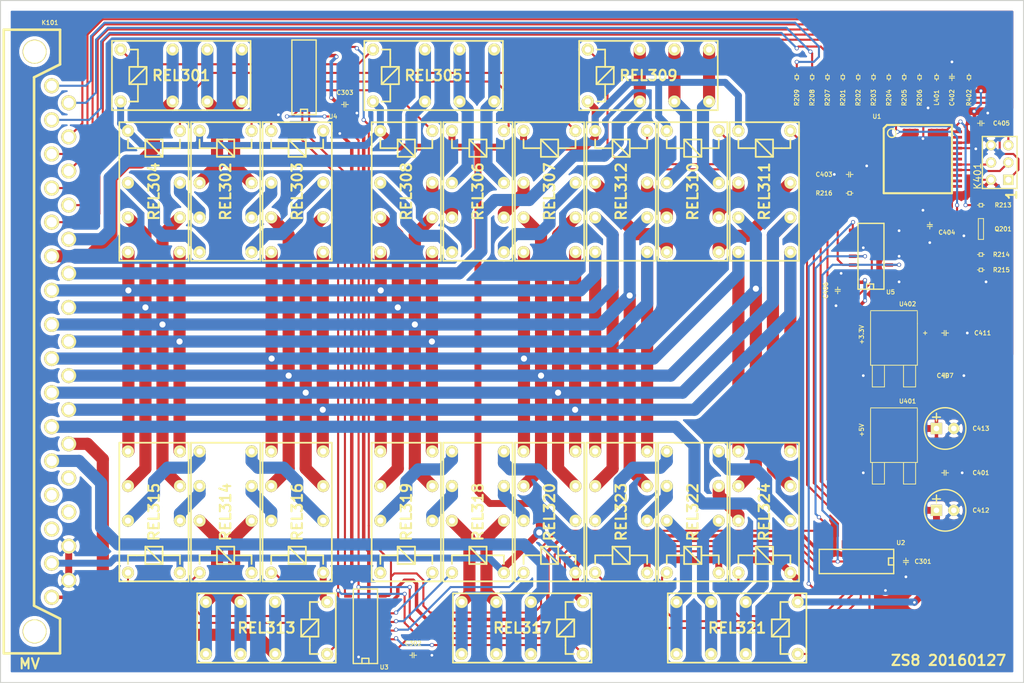
<source format=kicad_pcb>
(kicad_pcb (version 20171130) (host pcbnew "(5.1.5)-3")
  (title_block (title Zuschaltkarte\nZS8) (date 2007-10-16) (rev "0421 - A") (company MV) (comment 1 "A  2016-01-27 MV"))
  (layers (0 F.Cu signal) (31 B.Cu signal) (34 B.Paste user) (35 F.Paste user) (36 B.SilkS user) (37 F.SilkS user) (38 B.Mask user) (39 F.Mask user) (44 Edge.Cuts user))
  (net 0 "")
  (net 1 GND)
  (net 2 "Net-(REL301-Pad4)")
  (net 3 "Net-(REL301-Pad5)")
  (net 4 "Net-(REL302-Pad4)")
  (net 5 "Net-(REL302-Pad5)")
  (net 6 "Net-(REL302-Pad7)")
  (net 7 "Net-(REL302-Pad8)")
  (net 8 "Net-(REL305-Pad4)")
  (net 9 "Net-(REL305-Pad5)")
  (net 10 "Net-(REL306-Pad4)")
  (net 11 "Net-(REL306-Pad5)")
  (net 12 "Net-(REL306-Pad7)")
  (net 13 "Net-(REL306-Pad8)")
  (net 14 "Net-(REL309-Pad4)")
  (net 15 "Net-(REL309-Pad5)")
  (net 16 "Net-(REL310-Pad4)")
  (net 17 "Net-(REL310-Pad5)")
  (net 18 "Net-(REL310-Pad7)")
  (net 19 "Net-(REL310-Pad8)")
  (net 20 "Net-(REL313-Pad4)")
  (net 21 "Net-(REL313-Pad5)")
  (net 22 "Net-(REL314-Pad4)")
  (net 23 "Net-(REL314-Pad5)")
  (net 24 "Net-(REL314-Pad7)")
  (net 25 "Net-(REL314-Pad8)")
  (net 26 "Net-(REL317-Pad4)")
  (net 27 "Net-(REL317-Pad5)")
  (net 28 "Net-(REL318-Pad4)")
  (net 29 "Net-(REL318-Pad5)")
  (net 30 "Net-(REL318-Pad7)")
  (net 31 "Net-(REL318-Pad8)")
  (net 32 "Net-(REL321-Pad4)")
  (net 33 "Net-(REL321-Pad5)")
  (net 34 "Net-(REL322-Pad4)")
  (net 35 "Net-(REL322-Pad5)")
  (net 36 "Net-(REL322-Pad7)")
  (net 37 "Net-(REL322-Pad8)")
  (net 38 "Net-(C402-Pad1)")
  (net 39 +3.3V)
  (net 40 +5V)
  (net 41 "Net-(K401-Pad1)")
  (net 42 D-/Rx)
  (net 43 D+/Tx)
  (net 44 "Net-(K401-Pad5)")
  (net 45 "Net-(Q201-Pad2)")
  (net 46 CommTX)
  (net 47 CommRX)
  (net 48 /FP6)
  (net 49 /FP7)
  (net 50 /OUT5)
  (net 51 /OUT6)
  (net 52 /Addr0)
  (net 53 /Addr2)
  (net 54 /ZS1)
  (net 55 /OUT2)
  (net 56 /FP1)
  (net 57 /FP4)
  (net 58 /ZS5)
  (net 59 /ZS3)
  (net 60 /ZS4)
  (net 61 /ZS6)
  (net 62 /OUT1)
  (net 63 /FP3)
  (net 64 /OUT3)
  (net 65 /ZS2)
  (net 66 /Addr1)
  (net 67 /FP8)
  (net 68 /OUT4)
  (net 69 /FP5)
  (net 70 /FP2)
  (net 71 "Net-(R201-Pad1)")
  (net 72 "Net-(R202-Pad1)")
  (net 73 "Net-(R203-Pad1)")
  (net 74 "Net-(R204-Pad1)")
  (net 75 "Net-(R205-Pad1)")
  (net 76 "Net-(R206-Pad1)")
  (net 77 "Net-(R207-Pad1)")
  (net 78 "Net-(R208-Pad1)")
  (net 79 "Net-(R209-Pad1)")
  (net 80 +12V)
  (net 81 /LN)
  (net 82 /SPI_OE)
  (net 83 /Rel301)
  (net 84 /Rel302)
  (net 85 /Rel303)
  (net 86 /Rel304)
  (net 87 /Rel305)
  (net 88 /Rel306)
  (net 89 /Rel307)
  (net 90 /Rel308)
  (net 91 /Rel309)
  (net 92 /Rel310)
  (net 93 /Rel311)
  (net 94 /Rel312)
  (net 95 /Rel313)
  (net 96 /Rel314)
  (net 97 /Rel315)
  (net 98 /Rel316)
  (net 99 /Rel317)
  (net 100 /Rel318)
  (net 101 /Rel319)
  (net 102 /Rel320)
  (net 103 /Rel321)
  (net 104 /Rel322)
  (net 105 /Rel323)
  (net 106 /Rel324)
  (net 107 /SPI_SCK)
  (net 108 /SPI_MOSI)
  (net 109 /SPI_RCK)
  (net 110 /MOSI)
  (net 111 /OE)
  (net 112 /DO1)
  (net 113 /RCK)
  (net 114 /SCK)
  (net 115 /DO2)
  (module base:DIN41617-31 (layer F.Cu) (at 100 100 270)
    (fp_text reference K101 (at -46.75 2.75) (layer F.SilkS) (effects (font (size 0.635 0.635) (thickness 0.127))))
    (fp_text value DIN41617 hide)
    (pad H2 thru_hole circle (at 42.50182 5.00126 270) (size 3.50012 3.50012) (drill 3.2004) (layers *.Cu *.Mask F.SilkS))
    (pad 31 thru_hole circle (at -37.50056 2.49936 270) (size 2.19964 2.19964) (drill 1.50114) (layers *.Cu *.Mask F.SilkS) (net 53 /Addr2))
    (pad 15 thru_hole circle (at 2.49936 2.5019 270) (size 2.19964 2.19964) (drill 1.50114) (layers *.Cu *.Mask F.SilkS) (net 48 /FP6))
    (pad 13 thru_hole circle (at 7.50062 2.5019 270) (size 2.19964 2.19964) (drill 1.50114) (layers *.Cu *.Mask F.SilkS) (net 49 /FP7))
    (pad 9 thru_hole circle (at 17.5006 2.5019 270) (size 2.19964 2.19964) (drill 1.50114) (layers *.Cu *.Mask F.SilkS) (net 50 /OUT5))
    (pad 11 thru_hole circle (at 12.49934 2.5019 270) (size 2.19964 2.19964) (drill 1.50114) (layers *.Cu *.Mask F.SilkS) (net 51 /OUT6))
    (pad 3 thru_hole circle (at 32.4993 2.5019 270) (size 2.19964 2.19964) (drill 1.50114) (layers *.Cu *.Mask F.SilkS) (net 80 +12V))
    (pad 1 thru_hole circle (at 37.50056 2.5019 270) (size 2.19964 2.19964) (drill 1.50114) (layers *.Cu *.Mask F.SilkS) (net 81 /LN))
    (pad 5 thru_hole circle (at 27.50058 2.5019 270) (size 2.19964 2.19964) (drill 1.50114) (layers *.Cu *.Mask F.SilkS))
    (pad 7 thru_hole circle (at 22.49932 2.5019 270) (size 2.19964 2.19964) (drill 1.50114) (layers *.Cu *.Mask F.SilkS))
    (pad 23 thru_hole circle (at -17.5006 2.5019 270) (size 2.19964 2.19964) (drill 1.50114) (layers *.Cu *.Mask F.SilkS) (net 54 /ZS1))
    (pad 21 thru_hole circle (at -12.49934 2.5019 270) (size 2.19964 2.19964) (drill 1.50114) (layers *.Cu *.Mask F.SilkS) (net 62 /OUT1))
    (pad 17 thru_hole circle (at -2.49936 2.5019 270) (size 2.19964 2.19964) (drill 1.50114) (layers *.Cu *.Mask F.SilkS) (net 56 /FP1))
    (pad 19 thru_hole circle (at -7.50062 2.5019 270) (size 2.19964 2.19964) (drill 1.50114) (layers *.Cu *.Mask F.SilkS) (net 57 /FP4))
    (pad 27 thru_hole circle (at -27.50058 2.5019 270) (size 2.19964 2.19964) (drill 1.50114) (layers *.Cu *.Mask F.SilkS) (net 58 /ZS5))
    (pad 25 thru_hole circle (at -22.49932 2.5019 270) (size 2.19964 2.19964) (drill 1.50114) (layers *.Cu *.Mask F.SilkS) (net 59 /ZS3))
    (pad 29 thru_hole circle (at -32.4993 2.5019 270) (size 2.19964 2.19964) (drill 1.50114) (layers *.Cu *.Mask F.SilkS) (net 52 /Addr0))
    (pad 30 thru_hole circle (at -34.99866 0 270) (size 2.19964 2.19964) (drill 1.50114) (layers *.Cu *.Mask F.SilkS) (net 66 /Addr1))
    (pad 26 thru_hole circle (at -24.99868 0 270) (size 2.19964 2.19964) (drill 1.50114) (layers *.Cu *.Mask F.SilkS) (net 60 /ZS4))
    (pad 28 thru_hole circle (at -29.99994 0 270) (size 2.19964 2.19964) (drill 1.50114) (layers *.Cu *.Mask F.SilkS) (net 61 /ZS6))
    (pad 20 thru_hole circle (at -9.99998 0 270) (size 2.19964 2.19964) (drill 1.50114) (layers *.Cu *.Mask F.SilkS) (net 64 /OUT3))
    (pad 18 thru_hole circle (at -4.99872 0 270) (size 2.19964 2.19964) (drill 1.50114) (layers *.Cu *.Mask F.SilkS) (net 63 /FP3))
    (pad 22 thru_hole circle (at -14.9987 0 270) (size 2.19964 2.19964) (drill 1.50114) (layers *.Cu *.Mask F.SilkS) (net 55 /OUT2))
    (pad 24 thru_hole circle (at -19.99996 0 270) (size 2.19964 2.19964) (drill 1.50114) (layers *.Cu *.Mask F.SilkS) (net 65 /ZS2))
    (pad 8 thru_hole circle (at 19.99996 0 270) (size 2.19964 2.19964) (drill 1.50114) (layers *.Cu *.Mask F.SilkS))
    (pad 6 thru_hole circle (at 25.00122 0 270) (size 2.19964 2.19964) (drill 1.50114) (layers *.Cu *.Mask F.SilkS))
    (pad 2 thru_hole circle (at 35.0012 0 270) (size 2.19964 2.19964) (drill 1.50114) (layers *.Cu *.Mask F.SilkS) (net 1 GND))
    (pad 4 thru_hole circle (at 29.99994 0 270) (size 2.19964 2.19964) (drill 1.50114) (layers *.Cu *.Mask F.SilkS) (net 1 GND))
    (pad 12 thru_hole circle (at 9.99998 0 270) (size 2.19964 2.19964) (drill 1.50114) (layers *.Cu *.Mask F.SilkS) (net 67 /FP8))
    (pad 10 thru_hole circle (at 15.00124 0 270) (size 2.19964 2.19964) (drill 1.50114) (layers *.Cu *.Mask F.SilkS) (net 68 /OUT4))
    (pad 14 thru_hole circle (at 5.00126 0 270) (size 2.19964 2.19964) (drill 1.50114) (layers *.Cu *.Mask F.SilkS) (net 69 /FP5))
    (pad 16 thru_hole circle (at 0 0 270) (size 2.19964 2.19964) (drill 1.50114) (layers *.Cu *.Mask F.SilkS) (net 70 /FP2))
    (pad H1 thru_hole circle (at -42.49928 5.00126 270) (size 3.50012 3.50012) (drill 3.2004) (layers *.Cu *.Mask F.SilkS))
  )
  (module base:Relay_MT2 (layer F.Cu) (at 116.5 61)
    (fp_text reference REL301 (at 0 0) (layer F.SilkS) (effects (font (size 1.524 1.524) (thickness 0.3048))))
    (fp_text value RELAY_DPDT hide)
    (pad 1 thru_hole circle (at -8.89 3.81) (size 1.778 1.778) (drill 0.89916) (layers *.Cu *.Mask F.SilkS) (net 80 +12V))
    (pad 2 thru_hole circle (at -8.89 -3.81) (size 1.778 1.778) (drill 0.89916) (layers *.Cu *.Mask F.SilkS) (net 83 /Rel301))
    (pad 3 thru_hole circle (at -1.27 3.81) (size 1.778 1.778) (drill 0.89916) (layers *.Cu *.Mask F.SilkS) (net 62 /OUT1))
    (pad 4 thru_hole circle (at 3.81 3.81) (size 1.778 1.778) (drill 0.89916) (layers *.Cu *.Mask F.SilkS) (net 2 "Net-(REL301-Pad4)"))
    (pad 5 thru_hole circle (at 8.89 3.81) (size 1.778 1.778) (drill 0.89916) (layers *.Cu *.Mask F.SilkS) (net 3 "Net-(REL301-Pad5)"))
    (pad 6 thru_hole circle (at -1.27 -3.81) (size 1.778 1.778) (drill 0.89916) (layers *.Cu *.Mask F.SilkS) (net 62 /OUT1))
    (pad 7 thru_hole circle (at 3.81 -3.81) (size 1.778 1.778) (drill 0.89916) (layers *.Cu *.Mask F.SilkS) (net 2 "Net-(REL301-Pad4)"))
    (pad 8 thru_hole circle (at 8.89 -3.81) (size 1.778 1.778) (drill 0.89916) (layers *.Cu *.Mask F.SilkS) (net 3 "Net-(REL301-Pad5)"))
  )
  (module base:Relay_MT2 (layer F.Cu) (at 123 78 270)
    (fp_text reference REL302 (at 0 0 270) (layer F.SilkS) (effects (font (size 1.524 1.524) (thickness 0.3048))))
    (fp_text value RELAY_DPDT hide)
    (pad 1 thru_hole circle (at -8.89 3.81 270) (size 1.778 1.778) (drill 0.89916) (layers *.Cu *.Mask F.SilkS) (net 80 +12V))
    (pad 2 thru_hole circle (at -8.89 -3.81 270) (size 1.778 1.778) (drill 0.89916) (layers *.Cu *.Mask F.SilkS) (net 84 /Rel302))
    (pad 3 thru_hole circle (at -1.27 3.81 270) (size 1.778 1.778) (drill 0.89916) (layers *.Cu *.Mask F.SilkS) (net 2 "Net-(REL301-Pad4)"))
    (pad 4 thru_hole circle (at 3.81 3.81 270) (size 1.778 1.778) (drill 0.89916) (layers *.Cu *.Mask F.SilkS) (net 4 "Net-(REL302-Pad4)"))
    (pad 5 thru_hole circle (at 8.89 3.81 270) (size 1.778 1.778) (drill 0.89916) (layers *.Cu *.Mask F.SilkS) (net 5 "Net-(REL302-Pad5)"))
    (pad 6 thru_hole circle (at -1.27 -3.81 270) (size 1.778 1.778) (drill 0.89916) (layers *.Cu *.Mask F.SilkS) (net 3 "Net-(REL301-Pad5)"))
    (pad 7 thru_hole circle (at 3.81 -3.81 270) (size 1.778 1.778) (drill 0.89916) (layers *.Cu *.Mask F.SilkS) (net 6 "Net-(REL302-Pad7)"))
    (pad 8 thru_hole circle (at 8.89 -3.81 270) (size 1.778 1.778) (drill 0.89916) (layers *.Cu *.Mask F.SilkS) (net 7 "Net-(REL302-Pad8)"))
  )
  (module base:Relay_MT2 (layer F.Cu) (at 133.5 78 270)
    (fp_text reference REL303 (at 0 0 270) (layer F.SilkS) (effects (font (size 1.524 1.524) (thickness 0.3048))))
    (fp_text value RELAY_DPDT hide)
    (pad 1 thru_hole circle (at -8.89 3.81 270) (size 1.778 1.778) (drill 0.89916) (layers *.Cu *.Mask F.SilkS) (net 85 /Rel303))
    (pad 2 thru_hole circle (at -8.89 -3.81 270) (size 1.778 1.778) (drill 0.89916) (layers *.Cu *.Mask F.SilkS) (net 80 +12V))
    (pad 3 thru_hole circle (at -1.27 3.81 270) (size 1.778 1.778) (drill 0.89916) (layers *.Cu *.Mask F.SilkS) (net 6 "Net-(REL302-Pad7)"))
    (pad 4 thru_hole circle (at 3.81 3.81 270) (size 1.778 1.778) (drill 0.89916) (layers *.Cu *.Mask F.SilkS) (net 69 /FP5))
    (pad 5 thru_hole circle (at 8.89 3.81 270) (size 1.778 1.778) (drill 0.89916) (layers *.Cu *.Mask F.SilkS) (net 48 /FP6))
    (pad 6 thru_hole circle (at -1.27 -3.81 270) (size 1.778 1.778) (drill 0.89916) (layers *.Cu *.Mask F.SilkS) (net 7 "Net-(REL302-Pad8)"))
    (pad 7 thru_hole circle (at 3.81 -3.81 270) (size 1.778 1.778) (drill 0.89916) (layers *.Cu *.Mask F.SilkS) (net 49 /FP7))
    (pad 8 thru_hole circle (at 8.89 -3.81 270) (size 1.778 1.778) (drill 0.89916) (layers *.Cu *.Mask F.SilkS) (net 67 /FP8))
  )
  (module base:Relay_MT2 (layer F.Cu) (at 112.5 78 270)
    (fp_text reference REL304 (at 0 0 270) (layer F.SilkS) (effects (font (size 1.524 1.524) (thickness 0.3048))))
    (fp_text value RELAY_DPDT hide)
    (pad 1 thru_hole circle (at -8.89 3.81 270) (size 1.778 1.778) (drill 0.89916) (layers *.Cu *.Mask F.SilkS) (net 80 +12V))
    (pad 2 thru_hole circle (at -8.89 -3.81 270) (size 1.778 1.778) (drill 0.89916) (layers *.Cu *.Mask F.SilkS) (net 86 /Rel304))
    (pad 3 thru_hole circle (at -1.27 3.81 270) (size 1.778 1.778) (drill 0.89916) (layers *.Cu *.Mask F.SilkS) (net 5 "Net-(REL302-Pad5)"))
    (pad 4 thru_hole circle (at 3.81 3.81 270) (size 1.778 1.778) (drill 0.89916) (layers *.Cu *.Mask F.SilkS) (net 63 /FP3))
    (pad 5 thru_hole circle (at 8.89 3.81 270) (size 1.778 1.778) (drill 0.89916) (layers *.Cu *.Mask F.SilkS) (net 57 /FP4))
    (pad 6 thru_hole circle (at -1.27 -3.81 270) (size 1.778 1.778) (drill 0.89916) (layers *.Cu *.Mask F.SilkS) (net 4 "Net-(REL302-Pad4)"))
    (pad 7 thru_hole circle (at 3.81 -3.81 270) (size 1.778 1.778) (drill 0.89916) (layers *.Cu *.Mask F.SilkS) (net 56 /FP1))
    (pad 8 thru_hole circle (at 8.89 -3.81 270) (size 1.778 1.778) (drill 0.89916) (layers *.Cu *.Mask F.SilkS) (net 70 /FP2))
  )
  (module base:Relay_MT2 (layer F.Cu) (at 153.5 61)
    (fp_text reference REL305 (at 0 0) (layer F.SilkS) (effects (font (size 1.524 1.524) (thickness 0.3048))))
    (fp_text value RELAY_DPDT hide)
    (pad 1 thru_hole circle (at -8.89 3.81) (size 1.778 1.778) (drill 0.89916) (layers *.Cu *.Mask F.SilkS) (net 80 +12V))
    (pad 2 thru_hole circle (at -8.89 -3.81) (size 1.778 1.778) (drill 0.89916) (layers *.Cu *.Mask F.SilkS) (net 87 /Rel305))
    (pad 3 thru_hole circle (at -1.27 3.81) (size 1.778 1.778) (drill 0.89916) (layers *.Cu *.Mask F.SilkS) (net 55 /OUT2))
    (pad 4 thru_hole circle (at 3.81 3.81) (size 1.778 1.778) (drill 0.89916) (layers *.Cu *.Mask F.SilkS) (net 8 "Net-(REL305-Pad4)"))
    (pad 5 thru_hole circle (at 8.89 3.81) (size 1.778 1.778) (drill 0.89916) (layers *.Cu *.Mask F.SilkS) (net 9 "Net-(REL305-Pad5)"))
    (pad 6 thru_hole circle (at -1.27 -3.81) (size 1.778 1.778) (drill 0.89916) (layers *.Cu *.Mask F.SilkS) (net 55 /OUT2))
    (pad 7 thru_hole circle (at 3.81 -3.81) (size 1.778 1.778) (drill 0.89916) (layers *.Cu *.Mask F.SilkS) (net 8 "Net-(REL305-Pad4)"))
    (pad 8 thru_hole circle (at 8.89 -3.81) (size 1.778 1.778) (drill 0.89916) (layers *.Cu *.Mask F.SilkS) (net 9 "Net-(REL305-Pad5)"))
  )
  (module base:Relay_MT2 (layer F.Cu) (at 160 78 270)
    (fp_text reference REL306 (at 0 0 270) (layer F.SilkS) (effects (font (size 1.524 1.524) (thickness 0.3048))))
    (fp_text value RELAY_DPDT hide)
    (pad 1 thru_hole circle (at -8.89 3.81 270) (size 1.778 1.778) (drill 0.89916) (layers *.Cu *.Mask F.SilkS) (net 80 +12V))
    (pad 2 thru_hole circle (at -8.89 -3.81 270) (size 1.778 1.778) (drill 0.89916) (layers *.Cu *.Mask F.SilkS) (net 88 /Rel306))
    (pad 3 thru_hole circle (at -1.27 3.81 270) (size 1.778 1.778) (drill 0.89916) (layers *.Cu *.Mask F.SilkS) (net 8 "Net-(REL305-Pad4)"))
    (pad 4 thru_hole circle (at 3.81 3.81 270) (size 1.778 1.778) (drill 0.89916) (layers *.Cu *.Mask F.SilkS) (net 10 "Net-(REL306-Pad4)"))
    (pad 5 thru_hole circle (at 8.89 3.81 270) (size 1.778 1.778) (drill 0.89916) (layers *.Cu *.Mask F.SilkS) (net 11 "Net-(REL306-Pad5)"))
    (pad 6 thru_hole circle (at -1.27 -3.81 270) (size 1.778 1.778) (drill 0.89916) (layers *.Cu *.Mask F.SilkS) (net 9 "Net-(REL305-Pad5)"))
    (pad 7 thru_hole circle (at 3.81 -3.81 270) (size 1.778 1.778) (drill 0.89916) (layers *.Cu *.Mask F.SilkS) (net 12 "Net-(REL306-Pad7)"))
    (pad 8 thru_hole circle (at 8.89 -3.81 270) (size 1.778 1.778) (drill 0.89916) (layers *.Cu *.Mask F.SilkS) (net 13 "Net-(REL306-Pad8)"))
  )
  (module base:Relay_MT2 (layer F.Cu) (at 170.5 78 270)
    (fp_text reference REL307 (at 0 0 270) (layer F.SilkS) (effects (font (size 1.524 1.524) (thickness 0.3048))))
    (fp_text value RELAY_DPDT hide)
    (pad 1 thru_hole circle (at -8.89 3.81 270) (size 1.778 1.778) (drill 0.89916) (layers *.Cu *.Mask F.SilkS) (net 80 +12V))
    (pad 2 thru_hole circle (at -8.89 -3.81 270) (size 1.778 1.778) (drill 0.89916) (layers *.Cu *.Mask F.SilkS) (net 89 /Rel307))
    (pad 3 thru_hole circle (at -1.27 3.81 270) (size 1.778 1.778) (drill 0.89916) (layers *.Cu *.Mask F.SilkS) (net 12 "Net-(REL306-Pad7)"))
    (pad 4 thru_hole circle (at 3.81 3.81 270) (size 1.778 1.778) (drill 0.89916) (layers *.Cu *.Mask F.SilkS) (net 69 /FP5))
    (pad 5 thru_hole circle (at 8.89 3.81 270) (size 1.778 1.778) (drill 0.89916) (layers *.Cu *.Mask F.SilkS) (net 48 /FP6))
    (pad 6 thru_hole circle (at -1.27 -3.81 270) (size 1.778 1.778) (drill 0.89916) (layers *.Cu *.Mask F.SilkS) (net 13 "Net-(REL306-Pad8)"))
    (pad 7 thru_hole circle (at 3.81 -3.81 270) (size 1.778 1.778) (drill 0.89916) (layers *.Cu *.Mask F.SilkS) (net 49 /FP7))
    (pad 8 thru_hole circle (at 8.89 -3.81 270) (size 1.778 1.778) (drill 0.89916) (layers *.Cu *.Mask F.SilkS) (net 67 /FP8))
  )
  (module base:Relay_MT2 (layer F.Cu) (at 149.5 78 270)
    (fp_text reference REL308 (at 0 0 270) (layer F.SilkS) (effects (font (size 1.524 1.524) (thickness 0.3048))))
    (fp_text value RELAY_DPDT hide)
    (pad 1 thru_hole circle (at -8.89 3.81 270) (size 1.778 1.778) (drill 0.89916) (layers *.Cu *.Mask F.SilkS) (net 80 +12V))
    (pad 2 thru_hole circle (at -8.89 -3.81 270) (size 1.778 1.778) (drill 0.89916) (layers *.Cu *.Mask F.SilkS) (net 90 /Rel308))
    (pad 3 thru_hole circle (at -1.27 3.81 270) (size 1.778 1.778) (drill 0.89916) (layers *.Cu *.Mask F.SilkS) (net 11 "Net-(REL306-Pad5)"))
    (pad 4 thru_hole circle (at 3.81 3.81 270) (size 1.778 1.778) (drill 0.89916) (layers *.Cu *.Mask F.SilkS) (net 63 /FP3))
    (pad 5 thru_hole circle (at 8.89 3.81 270) (size 1.778 1.778) (drill 0.89916) (layers *.Cu *.Mask F.SilkS) (net 57 /FP4))
    (pad 6 thru_hole circle (at -1.27 -3.81 270) (size 1.778 1.778) (drill 0.89916) (layers *.Cu *.Mask F.SilkS) (net 10 "Net-(REL306-Pad4)"))
    (pad 7 thru_hole circle (at 3.81 -3.81 270) (size 1.778 1.778) (drill 0.89916) (layers *.Cu *.Mask F.SilkS) (net 56 /FP1))
    (pad 8 thru_hole circle (at 8.89 -3.81 270) (size 1.778 1.778) (drill 0.89916) (layers *.Cu *.Mask F.SilkS) (net 70 /FP2))
  )
  (module base:Relay_MT2 (layer F.Cu) (at 185 61)
    (fp_text reference REL309 (at 0 0) (layer F.SilkS) (effects (font (size 1.524 1.524) (thickness 0.3048))))
    (fp_text value RELAY_DPDT hide)
    (pad 1 thru_hole circle (at -8.89 3.81) (size 1.778 1.778) (drill 0.89916) (layers *.Cu *.Mask F.SilkS) (net 80 +12V))
    (pad 2 thru_hole circle (at -8.89 -3.81) (size 1.778 1.778) (drill 0.89916) (layers *.Cu *.Mask F.SilkS) (net 91 /Rel309))
    (pad 3 thru_hole circle (at -1.27 3.81) (size 1.778 1.778) (drill 0.89916) (layers *.Cu *.Mask F.SilkS) (net 64 /OUT3))
    (pad 4 thru_hole circle (at 3.81 3.81) (size 1.778 1.778) (drill 0.89916) (layers *.Cu *.Mask F.SilkS) (net 14 "Net-(REL309-Pad4)"))
    (pad 5 thru_hole circle (at 8.89 3.81) (size 1.778 1.778) (drill 0.89916) (layers *.Cu *.Mask F.SilkS) (net 15 "Net-(REL309-Pad5)"))
    (pad 6 thru_hole circle (at -1.27 -3.81) (size 1.778 1.778) (drill 0.89916) (layers *.Cu *.Mask F.SilkS) (net 64 /OUT3))
    (pad 7 thru_hole circle (at 3.81 -3.81) (size 1.778 1.778) (drill 0.89916) (layers *.Cu *.Mask F.SilkS) (net 14 "Net-(REL309-Pad4)"))
    (pad 8 thru_hole circle (at 8.89 -3.81) (size 1.778 1.778) (drill 0.89916) (layers *.Cu *.Mask F.SilkS) (net 15 "Net-(REL309-Pad5)"))
  )
  (module base:Relay_MT2 (layer F.Cu) (at 191.5 78 270)
    (fp_text reference REL310 (at 0 0 270) (layer F.SilkS) (effects (font (size 1.524 1.524) (thickness 0.3048))))
    (fp_text value RELAY_DPDT hide)
    (pad 1 thru_hole circle (at -8.89 3.81 270) (size 1.778 1.778) (drill 0.89916) (layers *.Cu *.Mask F.SilkS) (net 80 +12V))
    (pad 2 thru_hole circle (at -8.89 -3.81 270) (size 1.778 1.778) (drill 0.89916) (layers *.Cu *.Mask F.SilkS) (net 92 /Rel310))
    (pad 3 thru_hole circle (at -1.27 3.81 270) (size 1.778 1.778) (drill 0.89916) (layers *.Cu *.Mask F.SilkS) (net 14 "Net-(REL309-Pad4)"))
    (pad 4 thru_hole circle (at 3.81 3.81 270) (size 1.778 1.778) (drill 0.89916) (layers *.Cu *.Mask F.SilkS) (net 16 "Net-(REL310-Pad4)"))
    (pad 5 thru_hole circle (at 8.89 3.81 270) (size 1.778 1.778) (drill 0.89916) (layers *.Cu *.Mask F.SilkS) (net 17 "Net-(REL310-Pad5)"))
    (pad 6 thru_hole circle (at -1.27 -3.81 270) (size 1.778 1.778) (drill 0.89916) (layers *.Cu *.Mask F.SilkS) (net 15 "Net-(REL309-Pad5)"))
    (pad 7 thru_hole circle (at 3.81 -3.81 270) (size 1.778 1.778) (drill 0.89916) (layers *.Cu *.Mask F.SilkS) (net 18 "Net-(REL310-Pad7)"))
    (pad 8 thru_hole circle (at 8.89 -3.81 270) (size 1.778 1.778) (drill 0.89916) (layers *.Cu *.Mask F.SilkS) (net 19 "Net-(REL310-Pad8)"))
  )
  (module base:Relay_MT2 (layer F.Cu) (at 202 78 270)
    (fp_text reference REL311 (at 0 0 270) (layer F.SilkS) (effects (font (size 1.524 1.524) (thickness 0.3048))))
    (fp_text value RELAY_DPDT hide)
    (pad 1 thru_hole circle (at -8.89 3.81 270) (size 1.778 1.778) (drill 0.89916) (layers *.Cu *.Mask F.SilkS) (net 80 +12V))
    (pad 2 thru_hole circle (at -8.89 -3.81 270) (size 1.778 1.778) (drill 0.89916) (layers *.Cu *.Mask F.SilkS) (net 93 /Rel311))
    (pad 3 thru_hole circle (at -1.27 3.81 270) (size 1.778 1.778) (drill 0.89916) (layers *.Cu *.Mask F.SilkS) (net 18 "Net-(REL310-Pad7)"))
    (pad 4 thru_hole circle (at 3.81 3.81 270) (size 1.778 1.778) (drill 0.89916) (layers *.Cu *.Mask F.SilkS) (net 69 /FP5))
    (pad 5 thru_hole circle (at 8.89 3.81 270) (size 1.778 1.778) (drill 0.89916) (layers *.Cu *.Mask F.SilkS) (net 48 /FP6))
    (pad 6 thru_hole circle (at -1.27 -3.81 270) (size 1.778 1.778) (drill 0.89916) (layers *.Cu *.Mask F.SilkS) (net 19 "Net-(REL310-Pad8)"))
    (pad 7 thru_hole circle (at 3.81 -3.81 270) (size 1.778 1.778) (drill 0.89916) (layers *.Cu *.Mask F.SilkS) (net 49 /FP7))
    (pad 8 thru_hole circle (at 8.89 -3.81 270) (size 1.778 1.778) (drill 0.89916) (layers *.Cu *.Mask F.SilkS) (net 67 /FP8))
  )
  (module base:Relay_MT2 (layer F.Cu) (at 181 78 270)
    (fp_text reference REL312 (at 0 0 270) (layer F.SilkS) (effects (font (size 1.524 1.524) (thickness 0.3048))))
    (fp_text value RELAY_DPDT hide)
    (pad 1 thru_hole circle (at -8.89 3.81 270) (size 1.778 1.778) (drill 0.89916) (layers *.Cu *.Mask F.SilkS) (net 80 +12V))
    (pad 2 thru_hole circle (at -8.89 -3.81 270) (size 1.778 1.778) (drill 0.89916) (layers *.Cu *.Mask F.SilkS) (net 94 /Rel312))
    (pad 3 thru_hole circle (at -1.27 3.81 270) (size 1.778 1.778) (drill 0.89916) (layers *.Cu *.Mask F.SilkS) (net 17 "Net-(REL310-Pad5)"))
    (pad 4 thru_hole circle (at 3.81 3.81 270) (size 1.778 1.778) (drill 0.89916) (layers *.Cu *.Mask F.SilkS) (net 63 /FP3))
    (pad 5 thru_hole circle (at 8.89 3.81 270) (size 1.778 1.778) (drill 0.89916) (layers *.Cu *.Mask F.SilkS) (net 57 /FP4))
    (pad 6 thru_hole circle (at -1.27 -3.81 270) (size 1.778 1.778) (drill 0.89916) (layers *.Cu *.Mask F.SilkS) (net 16 "Net-(REL310-Pad4)"))
    (pad 7 thru_hole circle (at 3.81 -3.81 270) (size 1.778 1.778) (drill 0.89916) (layers *.Cu *.Mask F.SilkS) (net 56 /FP1))
    (pad 8 thru_hole circle (at 8.89 -3.81 270) (size 1.778 1.778) (drill 0.89916) (layers *.Cu *.Mask F.SilkS) (net 70 /FP2))
  )
  (module base:Relay_MT2 (layer F.Cu) (at 129 142 180)
    (fp_text reference REL313 (at 0 0 180) (layer F.SilkS) (effects (font (size 1.524 1.524) (thickness 0.3048))))
    (fp_text value RELAY_DPDT hide)
    (pad 1 thru_hole circle (at -8.89 3.81 180) (size 1.778 1.778) (drill 0.89916) (layers *.Cu *.Mask F.SilkS) (net 80 +12V))
    (pad 2 thru_hole circle (at -8.89 -3.81 180) (size 1.778 1.778) (drill 0.89916) (layers *.Cu *.Mask F.SilkS) (net 95 /Rel313))
    (pad 3 thru_hole circle (at -1.27 3.81 180) (size 1.778 1.778) (drill 0.89916) (layers *.Cu *.Mask F.SilkS) (net 68 /OUT4))
    (pad 4 thru_hole circle (at 3.81 3.81 180) (size 1.778 1.778) (drill 0.89916) (layers *.Cu *.Mask F.SilkS) (net 20 "Net-(REL313-Pad4)"))
    (pad 5 thru_hole circle (at 8.89 3.81 180) (size 1.778 1.778) (drill 0.89916) (layers *.Cu *.Mask F.SilkS) (net 21 "Net-(REL313-Pad5)"))
    (pad 6 thru_hole circle (at -1.27 -3.81 180) (size 1.778 1.778) (drill 0.89916) (layers *.Cu *.Mask F.SilkS) (net 68 /OUT4))
    (pad 7 thru_hole circle (at 3.81 -3.81 180) (size 1.778 1.778) (drill 0.89916) (layers *.Cu *.Mask F.SilkS) (net 20 "Net-(REL313-Pad4)"))
    (pad 8 thru_hole circle (at 8.89 -3.81 180) (size 1.778 1.778) (drill 0.89916) (layers *.Cu *.Mask F.SilkS) (net 21 "Net-(REL313-Pad5)"))
  )
  (module base:Relay_MT2 (layer F.Cu) (at 123 125 90)
    (fp_text reference REL314 (at 0 0 90) (layer F.SilkS) (effects (font (size 1.524 1.524) (thickness 0.3048))))
    (fp_text value RELAY_DPDT hide)
    (pad 1 thru_hole circle (at -8.89 3.81 90) (size 1.778 1.778) (drill 0.89916) (layers *.Cu *.Mask F.SilkS) (net 80 +12V))
    (pad 2 thru_hole circle (at -8.89 -3.81 90) (size 1.778 1.778) (drill 0.89916) (layers *.Cu *.Mask F.SilkS) (net 96 /Rel314))
    (pad 3 thru_hole circle (at -1.27 3.81 90) (size 1.778 1.778) (drill 0.89916) (layers *.Cu *.Mask F.SilkS) (net 20 "Net-(REL313-Pad4)"))
    (pad 4 thru_hole circle (at 3.81 3.81 90) (size 1.778 1.778) (drill 0.89916) (layers *.Cu *.Mask F.SilkS) (net 22 "Net-(REL314-Pad4)"))
    (pad 5 thru_hole circle (at 8.89 3.81 90) (size 1.778 1.778) (drill 0.89916) (layers *.Cu *.Mask F.SilkS) (net 23 "Net-(REL314-Pad5)"))
    (pad 6 thru_hole circle (at -1.27 -3.81 90) (size 1.778 1.778) (drill 0.89916) (layers *.Cu *.Mask F.SilkS) (net 21 "Net-(REL313-Pad5)"))
    (pad 7 thru_hole circle (at 3.81 -3.81 90) (size 1.778 1.778) (drill 0.89916) (layers *.Cu *.Mask F.SilkS) (net 24 "Net-(REL314-Pad7)"))
    (pad 8 thru_hole circle (at 8.89 -3.81 90) (size 1.778 1.778) (drill 0.89916) (layers *.Cu *.Mask F.SilkS) (net 25 "Net-(REL314-Pad8)"))
  )
  (module base:Relay_MT2 (layer F.Cu) (at 112.5 125 90)
    (fp_text reference REL315 (at 0 0 90) (layer F.SilkS) (effects (font (size 1.524 1.524) (thickness 0.3048))))
    (fp_text value RELAY_DPDT hide)
    (pad 1 thru_hole circle (at -8.89 3.81 90) (size 1.778 1.778) (drill 0.89916) (layers *.Cu *.Mask F.SilkS) (net 80 +12V))
    (pad 2 thru_hole circle (at -8.89 -3.81 90) (size 1.778 1.778) (drill 0.89916) (layers *.Cu *.Mask F.SilkS) (net 97 /Rel315))
    (pad 3 thru_hole circle (at -1.27 3.81 90) (size 1.778 1.778) (drill 0.89916) (layers *.Cu *.Mask F.SilkS) (net 24 "Net-(REL314-Pad7)"))
    (pad 4 thru_hole circle (at 3.81 3.81 90) (size 1.778 1.778) (drill 0.89916) (layers *.Cu *.Mask F.SilkS) (net 56 /FP1))
    (pad 5 thru_hole circle (at 8.89 3.81 90) (size 1.778 1.778) (drill 0.89916) (layers *.Cu *.Mask F.SilkS) (net 70 /FP2))
    (pad 6 thru_hole circle (at -1.27 -3.81 90) (size 1.778 1.778) (drill 0.89916) (layers *.Cu *.Mask F.SilkS) (net 25 "Net-(REL314-Pad8)"))
    (pad 7 thru_hole circle (at 3.81 -3.81 90) (size 1.778 1.778) (drill 0.89916) (layers *.Cu *.Mask F.SilkS) (net 63 /FP3))
    (pad 8 thru_hole circle (at 8.89 -3.81 90) (size 1.778 1.778) (drill 0.89916) (layers *.Cu *.Mask F.SilkS) (net 57 /FP4))
  )
  (module base:Relay_MT2 (layer F.Cu) (at 133.5 125 90)
    (fp_text reference REL316 (at 0 0 90) (layer F.SilkS) (effects (font (size 1.524 1.524) (thickness 0.3048))))
    (fp_text value RELAY_DPDT hide)
    (pad 1 thru_hole circle (at -8.89 3.81 90) (size 1.778 1.778) (drill 0.89916) (layers *.Cu *.Mask F.SilkS) (net 80 +12V))
    (pad 2 thru_hole circle (at -8.89 -3.81 90) (size 1.778 1.778) (drill 0.89916) (layers *.Cu *.Mask F.SilkS) (net 98 /Rel316))
    (pad 3 thru_hole circle (at -1.27 3.81 90) (size 1.778 1.778) (drill 0.89916) (layers *.Cu *.Mask F.SilkS) (net 23 "Net-(REL314-Pad5)"))
    (pad 4 thru_hole circle (at 3.81 3.81 90) (size 1.778 1.778) (drill 0.89916) (layers *.Cu *.Mask F.SilkS) (net 49 /FP7))
    (pad 5 thru_hole circle (at 8.89 3.81 90) (size 1.778 1.778) (drill 0.89916) (layers *.Cu *.Mask F.SilkS) (net 67 /FP8))
    (pad 6 thru_hole circle (at -1.27 -3.81 90) (size 1.778 1.778) (drill 0.89916) (layers *.Cu *.Mask F.SilkS) (net 22 "Net-(REL314-Pad4)"))
    (pad 7 thru_hole circle (at 3.81 -3.81 90) (size 1.778 1.778) (drill 0.89916) (layers *.Cu *.Mask F.SilkS) (net 69 /FP5))
    (pad 8 thru_hole circle (at 8.89 -3.81 90) (size 1.778 1.778) (drill 0.89916) (layers *.Cu *.Mask F.SilkS) (net 48 /FP6))
  )
  (module base:Relay_MT2 (layer F.Cu) (at 166.5 142 180)
    (fp_text reference REL317 (at 0 0 180) (layer F.SilkS) (effects (font (size 1.524 1.524) (thickness 0.3048))))
    (fp_text value RELAY_DPDT hide)
    (pad 1 thru_hole circle (at -8.89 3.81 180) (size 1.778 1.778) (drill 0.89916) (layers *.Cu *.Mask F.SilkS) (net 80 +12V))
    (pad 2 thru_hole circle (at -8.89 -3.81 180) (size 1.778 1.778) (drill 0.89916) (layers *.Cu *.Mask F.SilkS) (net 99 /Rel317))
    (pad 3 thru_hole circle (at -1.27 3.81 180) (size 1.778 1.778) (drill 0.89916) (layers *.Cu *.Mask F.SilkS) (net 50 /OUT5))
    (pad 4 thru_hole circle (at 3.81 3.81 180) (size 1.778 1.778) (drill 0.89916) (layers *.Cu *.Mask F.SilkS) (net 26 "Net-(REL317-Pad4)"))
    (pad 5 thru_hole circle (at 8.89 3.81 180) (size 1.778 1.778) (drill 0.89916) (layers *.Cu *.Mask F.SilkS) (net 27 "Net-(REL317-Pad5)"))
    (pad 6 thru_hole circle (at -1.27 -3.81 180) (size 1.778 1.778) (drill 0.89916) (layers *.Cu *.Mask F.SilkS) (net 50 /OUT5))
    (pad 7 thru_hole circle (at 3.81 -3.81 180) (size 1.778 1.778) (drill 0.89916) (layers *.Cu *.Mask F.SilkS) (net 26 "Net-(REL317-Pad4)"))
    (pad 8 thru_hole circle (at 8.89 -3.81 180) (size 1.778 1.778) (drill 0.89916) (layers *.Cu *.Mask F.SilkS) (net 27 "Net-(REL317-Pad5)"))
  )
  (module base:Relay_MT2 (layer F.Cu) (at 160 125 90)
    (fp_text reference REL318 (at 0 0 90) (layer F.SilkS) (effects (font (size 1.524 1.524) (thickness 0.3048))))
    (fp_text value RELAY_DPDT hide)
    (pad 1 thru_hole circle (at -8.89 3.81 90) (size 1.778 1.778) (drill 0.89916) (layers *.Cu *.Mask F.SilkS) (net 80 +12V))
    (pad 2 thru_hole circle (at -8.89 -3.81 90) (size 1.778 1.778) (drill 0.89916) (layers *.Cu *.Mask F.SilkS) (net 100 /Rel318))
    (pad 3 thru_hole circle (at -1.27 3.81 90) (size 1.778 1.778) (drill 0.89916) (layers *.Cu *.Mask F.SilkS) (net 26 "Net-(REL317-Pad4)"))
    (pad 4 thru_hole circle (at 3.81 3.81 90) (size 1.778 1.778) (drill 0.89916) (layers *.Cu *.Mask F.SilkS) (net 28 "Net-(REL318-Pad4)"))
    (pad 5 thru_hole circle (at 8.89 3.81 90) (size 1.778 1.778) (drill 0.89916) (layers *.Cu *.Mask F.SilkS) (net 29 "Net-(REL318-Pad5)"))
    (pad 6 thru_hole circle (at -1.27 -3.81 90) (size 1.778 1.778) (drill 0.89916) (layers *.Cu *.Mask F.SilkS) (net 27 "Net-(REL317-Pad5)"))
    (pad 7 thru_hole circle (at 3.81 -3.81 90) (size 1.778 1.778) (drill 0.89916) (layers *.Cu *.Mask F.SilkS) (net 30 "Net-(REL318-Pad7)"))
    (pad 8 thru_hole circle (at 8.89 -3.81 90) (size 1.778 1.778) (drill 0.89916) (layers *.Cu *.Mask F.SilkS) (net 31 "Net-(REL318-Pad8)"))
  )
  (module base:Relay_MT2 (layer F.Cu) (at 149.5 125 90)
    (fp_text reference REL319 (at 0 0 90) (layer F.SilkS) (effects (font (size 1.524 1.524) (thickness 0.3048))))
    (fp_text value RELAY_DPDT hide)
    (pad 1 thru_hole circle (at -8.89 3.81 90) (size 1.778 1.778) (drill 0.89916) (layers *.Cu *.Mask F.SilkS) (net 101 /Rel319))
    (pad 2 thru_hole circle (at -8.89 -3.81 90) (size 1.778 1.778) (drill 0.89916) (layers *.Cu *.Mask F.SilkS) (net 80 +12V))
    (pad 3 thru_hole circle (at -1.27 3.81 90) (size 1.778 1.778) (drill 0.89916) (layers *.Cu *.Mask F.SilkS) (net 30 "Net-(REL318-Pad7)"))
    (pad 4 thru_hole circle (at 3.81 3.81 90) (size 1.778 1.778) (drill 0.89916) (layers *.Cu *.Mask F.SilkS) (net 56 /FP1))
    (pad 5 thru_hole circle (at 8.89 3.81 90) (size 1.778 1.778) (drill 0.89916) (layers *.Cu *.Mask F.SilkS) (net 70 /FP2))
    (pad 6 thru_hole circle (at -1.27 -3.81 90) (size 1.778 1.778) (drill 0.89916) (layers *.Cu *.Mask F.SilkS) (net 31 "Net-(REL318-Pad8)"))
    (pad 7 thru_hole circle (at 3.81 -3.81 90) (size 1.778 1.778) (drill 0.89916) (layers *.Cu *.Mask F.SilkS) (net 63 /FP3))
    (pad 8 thru_hole circle (at 8.89 -3.81 90) (size 1.778 1.778) (drill 0.89916) (layers *.Cu *.Mask F.SilkS) (net 57 /FP4))
  )
  (module base:Relay_MT2 (layer F.Cu) (at 170.5 125 90)
    (fp_text reference REL320 (at 0 0 90) (layer F.SilkS) (effects (font (size 1.524 1.524) (thickness 0.3048))))
    (fp_text value RELAY_DPDT hide)
    (pad 1 thru_hole circle (at -8.89 3.81 90) (size 1.778 1.778) (drill 0.89916) (layers *.Cu *.Mask F.SilkS) (net 80 +12V))
    (pad 2 thru_hole circle (at -8.89 -3.81 90) (size 1.778 1.778) (drill 0.89916) (layers *.Cu *.Mask F.SilkS) (net 102 /Rel320))
    (pad 3 thru_hole circle (at -1.27 3.81 90) (size 1.778 1.778) (drill 0.89916) (layers *.Cu *.Mask F.SilkS) (net 29 "Net-(REL318-Pad5)"))
    (pad 4 thru_hole circle (at 3.81 3.81 90) (size 1.778 1.778) (drill 0.89916) (layers *.Cu *.Mask F.SilkS) (net 49 /FP7))
    (pad 5 thru_hole circle (at 8.89 3.81 90) (size 1.778 1.778) (drill 0.89916) (layers *.Cu *.Mask F.SilkS) (net 67 /FP8))
    (pad 6 thru_hole circle (at -1.27 -3.81 90) (size 1.778 1.778) (drill 0.89916) (layers *.Cu *.Mask F.SilkS) (net 28 "Net-(REL318-Pad4)"))
    (pad 7 thru_hole circle (at 3.81 -3.81 90) (size 1.778 1.778) (drill 0.89916) (layers *.Cu *.Mask F.SilkS) (net 69 /FP5))
    (pad 8 thru_hole circle (at 8.89 -3.81 90) (size 1.778 1.778) (drill 0.89916) (layers *.Cu *.Mask F.SilkS) (net 48 /FP6))
  )
  (module base:Relay_MT2 (layer F.Cu) (at 198 142 180)
    (fp_text reference REL321 (at 0 0 180) (layer F.SilkS) (effects (font (size 1.524 1.524) (thickness 0.3048))))
    (fp_text value RELAY_DPDT hide)
    (pad 1 thru_hole circle (at -8.89 3.81 180) (size 1.778 1.778) (drill 0.89916) (layers *.Cu *.Mask F.SilkS) (net 80 +12V))
    (pad 2 thru_hole circle (at -8.89 -3.81 180) (size 1.778 1.778) (drill 0.89916) (layers *.Cu *.Mask F.SilkS) (net 103 /Rel321))
    (pad 3 thru_hole circle (at -1.27 3.81 180) (size 1.778 1.778) (drill 0.89916) (layers *.Cu *.Mask F.SilkS) (net 51 /OUT6))
    (pad 4 thru_hole circle (at 3.81 3.81 180) (size 1.778 1.778) (drill 0.89916) (layers *.Cu *.Mask F.SilkS) (net 32 "Net-(REL321-Pad4)"))
    (pad 5 thru_hole circle (at 8.89 3.81 180) (size 1.778 1.778) (drill 0.89916) (layers *.Cu *.Mask F.SilkS) (net 33 "Net-(REL321-Pad5)"))
    (pad 6 thru_hole circle (at -1.27 -3.81 180) (size 1.778 1.778) (drill 0.89916) (layers *.Cu *.Mask F.SilkS) (net 51 /OUT6))
    (pad 7 thru_hole circle (at 3.81 -3.81 180) (size 1.778 1.778) (drill 0.89916) (layers *.Cu *.Mask F.SilkS) (net 32 "Net-(REL321-Pad4)"))
    (pad 8 thru_hole circle (at 8.89 -3.81 180) (size 1.778 1.778) (drill 0.89916) (layers *.Cu *.Mask F.SilkS) (net 33 "Net-(REL321-Pad5)"))
  )
  (module base:Relay_MT2 (layer F.Cu) (at 191.5 125 90)
    (fp_text reference REL322 (at 0 0 90) (layer F.SilkS) (effects (font (size 1.524 1.524) (thickness 0.3048))))
    (fp_text value RELAY_DPDT hide)
    (pad 1 thru_hole circle (at -8.89 3.81 90) (size 1.778 1.778) (drill 0.89916) (layers *.Cu *.Mask F.SilkS) (net 80 +12V))
    (pad 2 thru_hole circle (at -8.89 -3.81 90) (size 1.778 1.778) (drill 0.89916) (layers *.Cu *.Mask F.SilkS) (net 104 /Rel322))
    (pad 3 thru_hole circle (at -1.27 3.81 90) (size 1.778 1.778) (drill 0.89916) (layers *.Cu *.Mask F.SilkS) (net 32 "Net-(REL321-Pad4)"))
    (pad 4 thru_hole circle (at 3.81 3.81 90) (size 1.778 1.778) (drill 0.89916) (layers *.Cu *.Mask F.SilkS) (net 34 "Net-(REL322-Pad4)"))
    (pad 5 thru_hole circle (at 8.89 3.81 90) (size 1.778 1.778) (drill 0.89916) (layers *.Cu *.Mask F.SilkS) (net 35 "Net-(REL322-Pad5)"))
    (pad 6 thru_hole circle (at -1.27 -3.81 90) (size 1.778 1.778) (drill 0.89916) (layers *.Cu *.Mask F.SilkS) (net 33 "Net-(REL321-Pad5)"))
    (pad 7 thru_hole circle (at 3.81 -3.81 90) (size 1.778 1.778) (drill 0.89916) (layers *.Cu *.Mask F.SilkS) (net 36 "Net-(REL322-Pad7)"))
    (pad 8 thru_hole circle (at 8.89 -3.81 90) (size 1.778 1.778) (drill 0.89916) (layers *.Cu *.Mask F.SilkS) (net 37 "Net-(REL322-Pad8)"))
  )
  (module base:Relay_MT2 (layer F.Cu) (at 181 125 90)
    (fp_text reference REL323 (at 0 0 90) (layer F.SilkS) (effects (font (size 1.524 1.524) (thickness 0.3048))))
    (fp_text value RELAY_DPDT hide)
    (pad 1 thru_hole circle (at -8.89 3.81 90) (size 1.778 1.778) (drill 0.89916) (layers *.Cu *.Mask F.SilkS) (net 80 +12V))
    (pad 2 thru_hole circle (at -8.89 -3.81 90) (size 1.778 1.778) (drill 0.89916) (layers *.Cu *.Mask F.SilkS) (net 105 /Rel323))
    (pad 3 thru_hole circle (at -1.27 3.81 90) (size 1.778 1.778) (drill 0.89916) (layers *.Cu *.Mask F.SilkS) (net 36 "Net-(REL322-Pad7)"))
    (pad 4 thru_hole circle (at 3.81 3.81 90) (size 1.778 1.778) (drill 0.89916) (layers *.Cu *.Mask F.SilkS) (net 56 /FP1))
    (pad 5 thru_hole circle (at 8.89 3.81 90) (size 1.778 1.778) (drill 0.89916) (layers *.Cu *.Mask F.SilkS) (net 70 /FP2))
    (pad 6 thru_hole circle (at -1.27 -3.81 90) (size 1.778 1.778) (drill 0.89916) (layers *.Cu *.Mask F.SilkS) (net 37 "Net-(REL322-Pad8)"))
    (pad 7 thru_hole circle (at 3.81 -3.81 90) (size 1.778 1.778) (drill 0.89916) (layers *.Cu *.Mask F.SilkS) (net 63 /FP3))
    (pad 8 thru_hole circle (at 8.89 -3.81 90) (size 1.778 1.778) (drill 0.89916) (layers *.Cu *.Mask F.SilkS) (net 57 /FP4))
  )
  (module base:Relay_MT2 (layer F.Cu) (at 202 125 90)
    (fp_text reference REL324 (at 0 0 90) (layer F.SilkS) (effects (font (size 1.524 1.524) (thickness 0.3048))))
    (fp_text value RELAY_DPDT hide)
    (pad 1 thru_hole circle (at -8.89 3.81 90) (size 1.778 1.778) (drill 0.89916) (layers *.Cu *.Mask F.SilkS) (net 80 +12V))
    (pad 2 thru_hole circle (at -8.89 -3.81 90) (size 1.778 1.778) (drill 0.89916) (layers *.Cu *.Mask F.SilkS) (net 106 /Rel324))
    (pad 3 thru_hole circle (at -1.27 3.81 90) (size 1.778 1.778) (drill 0.89916) (layers *.Cu *.Mask F.SilkS) (net 35 "Net-(REL322-Pad5)"))
    (pad 4 thru_hole circle (at 3.81 3.81 90) (size 1.778 1.778) (drill 0.89916) (layers *.Cu *.Mask F.SilkS) (net 49 /FP7))
    (pad 5 thru_hole circle (at 8.89 3.81 90) (size 1.778 1.778) (drill 0.89916) (layers *.Cu *.Mask F.SilkS) (net 67 /FP8))
    (pad 6 thru_hole circle (at -1.27 -3.81 90) (size 1.778 1.778) (drill 0.89916) (layers *.Cu *.Mask F.SilkS) (net 34 "Net-(REL322-Pad4)"))
    (pad 7 thru_hole circle (at 3.81 -3.81 90) (size 1.778 1.778) (drill 0.89916) (layers *.Cu *.Mask F.SilkS) (net 69 /FP5))
    (pad 8 thru_hole circle (at 8.89 -3.81 90) (size 1.778 1.778) (drill 0.89916) (layers *.Cu *.Mask F.SilkS) (net 48 /FP6))
  )
  (module base:C0805 (layer F.Cu) (at 228.5 119.25)
    (fp_text reference C401 (at 5.25 0) (layer F.SilkS) (effects (font (size 0.635 0.635) (thickness 0.127))))
    (fp_text value 100nF hide)
    (pad 1 smd rect (at -0.9525 0) (size 0.889 1.397) (layers F.Cu F.Paste F.Mask) (net 80 +12V))
    (pad 2 smd rect (at 0.9525 0) (size 0.889 1.397) (layers F.Cu F.Paste F.Mask) (net 1 GND))
  )
  (module base:C0805 (layer F.Cu) (at 229.5 61.25 90)
    (fp_text reference C402 (at -3 0 90) (layer F.SilkS) (effects (font (size 0.635 0.635) (thickness 0.127))))
    (fp_text value 100nF hide)
    (pad 1 smd rect (at -0.9525 0 90) (size 0.889 1.397) (layers F.Cu F.Paste F.Mask) (net 38 "Net-(C402-Pad1)"))
    (pad 2 smd rect (at 0.9525 0 90) (size 0.889 1.397) (layers F.Cu F.Paste F.Mask) (net 1 GND))
  )
  (module base:C0805 (layer F.Cu) (at 214.5 75.5 180)
    (fp_text reference C403 (at 3.75 0 180) (layer F.SilkS) (effects (font (size 0.635 0.635) (thickness 0.127))))
    (fp_text value 100nF hide)
    (pad 1 smd rect (at -0.9525 0 180) (size 0.889 1.397) (layers F.Cu F.Paste F.Mask) (net 39 +3.3V))
    (pad 2 smd rect (at 0.9525 0 180) (size 0.889 1.397) (layers F.Cu F.Paste F.Mask) (net 1 GND))
  )
  (module base:C0805 (layer F.Cu) (at 226.25 83 270)
    (fp_text reference C404 (at 1 -2.5) (layer F.SilkS) (effects (font (size 0.635 0.635) (thickness 0.127))))
    (fp_text value 100nF hide)
    (pad 1 smd rect (at -0.9525 0 270) (size 0.889 1.397) (layers F.Cu F.Paste F.Mask) (net 39 +3.3V))
    (pad 2 smd rect (at 0.9525 0 270) (size 0.889 1.397) (layers F.Cu F.Paste F.Mask) (net 1 GND))
  )
  (module base:C0805 (layer F.Cu) (at 233.75 68)
    (fp_text reference C405 (at 3 0) (layer F.SilkS) (effects (font (size 0.635 0.635) (thickness 0.127))))
    (fp_text value 100nF hide)
    (pad 1 smd rect (at -0.9525 0) (size 0.889 1.397) (layers F.Cu F.Paste F.Mask) (net 39 +3.3V))
    (pad 2 smd rect (at 0.9525 0) (size 0.889 1.397) (layers F.Cu F.Paste F.Mask) (net 1 GND))
  )
  (module base:C0805 (layer F.Cu) (at 212.75 92.5 270)
    (fp_text reference C406 (at 0 1.75 270) (layer F.SilkS) (effects (font (size 0.635 0.635) (thickness 0.127))))
    (fp_text value 100nF hide)
    (pad 1 smd rect (at -0.9525 0 270) (size 0.889 1.397) (layers F.Cu F.Paste F.Mask) (net 40 +5V))
    (pad 2 smd rect (at 0.9525 0 270) (size 0.889 1.397) (layers F.Cu F.Paste F.Mask) (net 1 GND))
  )
  (module base:C0805 (layer F.Cu) (at 228.5 105)
    (fp_text reference C407 (at 0 0) (layer F.SilkS) (effects (font (size 0.635 0.635) (thickness 0.127))))
    (fp_text value 100nF hide)
    (pad 1 smd rect (at -0.9525 0) (size 0.889 1.397) (layers F.Cu F.Paste F.Mask) (net 40 +5V))
    (pad 2 smd rect (at 0.9525 0) (size 0.889 1.397) (layers F.Cu F.Paste F.Mask) (net 1 GND))
  )
  (module base:C1206Pol (layer F.Cu) (at 228.5 98.75 180)
    (fp_text reference C411 (at -5.5 0 180) (layer F.SilkS) (effects (font (size 0.635 0.635) (thickness 0.127))))
    (fp_text value 10uF hide)
    (pad 1 smd rect (at 1.397 0 180) (size 1.6002 1.8034) (layers F.Cu F.Paste F.Mask) (net 39 +3.3V))
    (pad 2 smd rect (at -1.397 0 180) (size 1.6002 1.8034) (layers F.Cu F.Paste F.Mask) (net 1 GND))
  )
  (module base:C1V6 (layer F.Cu) (at 228.5 124.75)
    (fp_text reference C412 (at 5.25 0) (layer F.SilkS) (effects (font (size 0.635 0.635) (thickness 0.127))))
    (fp_text value 33uF hide)
    (fp_text user + (at -1.27 -1.778) (layer F.SilkS) (effects (font (size 1.524 1.524) (thickness 0.2032))))
    (pad 1 thru_hole rect (at -1.27 0) (size 1.651 1.651) (drill 0.8128) (layers *.Cu *.Mask F.SilkS) (net 80 +12V))
    (pad 2 thru_hole circle (at 1.27 0) (size 1.651 1.651) (drill 0.8128) (layers *.Cu *.Mask F.SilkS) (net 1 GND))
  )
  (module base:C1V6 (layer F.Cu) (at 228.5 112.75)
    (fp_text reference C413 (at 5.25 0) (layer F.SilkS) (effects (font (size 0.635 0.635) (thickness 0.127))))
    (fp_text value 33uF hide)
    (fp_text user + (at -1.27 -1.778) (layer F.SilkS) (effects (font (size 1.524 1.524) (thickness 0.2032))))
    (pad 1 thru_hole rect (at -1.27 0) (size 1.651 1.651) (drill 0.8128) (layers *.Cu *.Mask F.SilkS) (net 40 +5V))
    (pad 2 thru_hole circle (at 1.27 0) (size 1.651 1.651) (drill 0.8128) (layers *.Cu *.Mask F.SilkS) (net 1 GND))
  )
  (module base:header_3x2 (layer F.Cu) (at 236.5 73.75 90)
    (fp_text reference K401 (at -2 -3.25 90) (layer F.SilkS) (effects (font (size 1.016 1.016) (thickness 0.1524))))
    (fp_text value ISP6 hide)
    (pad 1 thru_hole rect (at -2.54 1.27 90) (size 1.524 1.524) (drill 0.89916) (layers *.Cu *.Mask F.SilkS) (net 41 "Net-(K401-Pad1)"))
    (pad 2 thru_hole circle (at -2.54 -1.27 90) (size 1.524 1.524) (drill 0.89916) (layers *.Cu *.Mask F.SilkS) (net 39 +3.3V))
    (pad 3 thru_hole circle (at 0 1.27 90) (size 1.524 1.524) (drill 0.89916) (layers *.Cu *.Mask F.SilkS) (net 42 D-/Rx))
    (pad 4 thru_hole circle (at 0 -1.27 90) (size 1.524 1.524) (drill 0.89916) (layers *.Cu *.Mask F.SilkS) (net 43 D+/Tx))
    (pad 5 thru_hole circle (at 2.54 1.27 90) (size 1.524 1.524) (drill 0.89916) (layers *.Cu *.Mask F.SilkS) (net 44 "Net-(K401-Pad5)"))
    (pad 6 thru_hole circle (at 2.54 -1.27 90) (size 1.524 1.524) (drill 0.89916) (layers *.Cu *.Mask F.SilkS) (net 1 GND))
  )
  (module base:R0805 (layer F.Cu) (at 227.25 61.25 270)
    (fp_text reference L401 (at 3 0 270) (layer F.SilkS) (effects (font (size 0.635 0.635) (thickness 0.127))))
    (fp_text value 10uH hide)
    (pad 1 smd rect (at -0.9525 0 270) (size 0.889 1.397) (layers F.Cu F.Paste F.Mask) (net 39 +3.3V))
    (pad 2 smd rect (at 0.9525 0 270) (size 0.889 1.397) (layers F.Cu F.Paste F.Mask) (net 38 "Net-(C402-Pad1)"))
  )
  (module base:SOT23EBC (layer F.Cu) (at 233.75 83.5 90)
    (fp_text reference Q201 (at 0 3.25 180) (layer F.SilkS) (effects (font (size 0.635 0.635) (thickness 0.127))))
    (fp_text value BC848 hide)
    (pad 1 smd rect (at -0.889 -1.016 90) (size 0.9144 0.9144) (layers F.Cu F.Paste F.Mask) (net 1 GND))
    (pad 2 smd rect (at 0.889 -1.016 90) (size 0.9144 0.9144) (layers F.Cu F.Paste F.Mask) (net 45 "Net-(Q201-Pad2)"))
    (pad 3 smd rect (at 0 1.016 90) (size 0.9144 0.9144) (layers F.Cu F.Paste F.Mask) (net 81 /LN))
  )
  (module base:R0805 (layer F.Cu) (at 233.75 80 180)
    (fp_text reference R213 (at -3.25 0 180) (layer F.SilkS) (effects (font (size 0.635 0.635) (thickness 0.127))))
    (fp_text value 1k hide)
    (pad 1 smd rect (at -0.9525 0 180) (size 0.889 1.397) (layers F.Cu F.Paste F.Mask) (net 45 "Net-(Q201-Pad2)"))
    (pad 2 smd rect (at 0.9525 0 180) (size 0.889 1.397) (layers F.Cu F.Paste F.Mask) (net 46 CommTX))
  )
  (module base:R0805 (layer F.Cu) (at 233.75 87.25 180)
    (fp_text reference R214 (at -3 0 180) (layer F.SilkS) (effects (font (size 0.635 0.635) (thickness 0.127))))
    (fp_text value 68k hide)
    (pad 1 smd rect (at -0.9525 0 180) (size 0.889 1.397) (layers F.Cu F.Paste F.Mask) (net 81 /LN))
    (pad 2 smd rect (at 0.9525 0 180) (size 0.889 1.397) (layers F.Cu F.Paste F.Mask) (net 47 CommRX))
  )
  (module base:R0805 (layer F.Cu) (at 233.75 89.5)
    (fp_text reference R215 (at 3 0) (layer F.SilkS) (effects (font (size 0.635 0.635) (thickness 0.127))))
    (fp_text value 10k hide)
    (pad 1 smd rect (at -0.9525 0) (size 0.889 1.397) (layers F.Cu F.Paste F.Mask) (net 47 CommRX))
    (pad 2 smd rect (at 0.9525 0) (size 0.889 1.397) (layers F.Cu F.Paste F.Mask) (net 1 GND))
  )
  (module base:R0805 (layer F.Cu) (at 232 61.25 270)
    (fp_text reference R402 (at 3 0 270) (layer F.SilkS) (effects (font (size 0.635 0.635) (thickness 0.127))))
    (fp_text value 10k hide)
    (pad 1 smd rect (at -0.9525 0 270) (size 0.889 1.397) (layers F.Cu F.Paste F.Mask) (net 39 +3.3V))
    (pad 2 smd rect (at 0.9525 0 270) (size 0.889 1.397) (layers F.Cu F.Paste F.Mask) (net 44 "Net-(K401-Pad5)"))
  )
  (module base:TQFP44 (layer F.Cu) (at 224.5 73.25)
    (fp_text reference U1 (at -6 -6.25) (layer F.SilkS) (effects (font (size 0.635 0.635) (thickness 0.127))))
    (fp_text value ATxmegaxA4U hide)
    (pad 39 smd rect (at 0 -5.715) (size 0.4064 1.524) (layers F.Cu F.Paste F.Mask) (net 38 "Net-(C402-Pad1)"))
    (pad 40 smd rect (at -0.8001 -5.715) (size 0.4064 1.524) (layers F.Cu F.Paste F.Mask) (net 76 "Net-(R206-Pad1)"))
    (pad 41 smd rect (at -1.6002 -5.715) (size 0.4064 1.524) (layers F.Cu F.Paste F.Mask) (net 75 "Net-(R205-Pad1)"))
    (pad 42 smd rect (at -2.4003 -5.715) (size 0.4064 1.524) (layers F.Cu F.Paste F.Mask) (net 74 "Net-(R204-Pad1)"))
    (pad 43 smd rect (at -3.2004 -5.715) (size 0.4064 1.524) (layers F.Cu F.Paste F.Mask) (net 47 CommRX))
    (pad 44 smd rect (at -4.0005 -5.715) (size 0.4064 1.524) (layers F.Cu F.Paste F.Mask) (net 73 "Net-(R203-Pad1)"))
    (pad 38 smd rect (at 0.8001 -5.715) (size 0.4064 1.524) (layers F.Cu F.Paste F.Mask) (net 1 GND))
    (pad 37 smd rect (at 1.6002 -5.715) (size 0.4064 1.524) (layers F.Cu F.Paste F.Mask))
    (pad 36 smd rect (at 2.4003 -5.715) (size 0.4064 1.524) (layers F.Cu F.Paste F.Mask))
    (pad 35 smd rect (at 3.2004 -5.715) (size 0.4064 1.524) (layers F.Cu F.Paste F.Mask) (net 44 "Net-(K401-Pad5)"))
    (pad 34 smd rect (at 4.0005 -5.715) (size 0.4064 1.524) (layers F.Cu F.Paste F.Mask) (net 41 "Net-(K401-Pad1)"))
    (pad 17 smd rect (at 0 5.715) (size 0.4064 1.524) (layers F.Cu F.Paste F.Mask) (net 107 /SPI_SCK))
    (pad 16 smd rect (at -0.8001 5.715) (size 0.4064 1.524) (layers F.Cu F.Paste F.Mask))
    (pad 15 smd rect (at -1.6002 5.715) (size 0.4064 1.524) (layers F.Cu F.Paste F.Mask) (net 108 /SPI_MOSI))
    (pad 14 smd rect (at -2.4003 5.715) (size 0.4064 1.524) (layers F.Cu F.Paste F.Mask))
    (pad 13 smd rect (at -3.2004 5.715) (size 0.4064 1.524) (layers F.Cu F.Paste F.Mask) (net 109 /SPI_RCK))
    (pad 12 smd rect (at -4.0005 5.715) (size 0.4064 1.524) (layers F.Cu F.Paste F.Mask))
    (pad 18 smd rect (at 0.8001 5.715) (size 0.4064 1.524) (layers F.Cu F.Paste F.Mask) (net 1 GND))
    (pad 19 smd rect (at 1.6002 5.715) (size 0.4064 1.524) (layers F.Cu F.Paste F.Mask) (net 39 +3.3V))
    (pad 20 smd rect (at 2.4003 5.715) (size 0.4064 1.524) (layers F.Cu F.Paste F.Mask))
    (pad 21 smd rect (at 3.2004 5.715) (size 0.4064 1.524) (layers F.Cu F.Paste F.Mask))
    (pad 22 smd rect (at 4.0005 5.715) (size 0.4064 1.524) (layers F.Cu F.Paste F.Mask))
    (pad 6 smd rect (at -5.715 0) (size 1.524 0.4064) (layers F.Cu F.Paste F.Mask) (net 79 "Net-(R209-Pad1)"))
    (pad 28 smd rect (at 5.715 0) (size 1.524 0.4064) (layers F.Cu F.Paste F.Mask))
    (pad 7 smd rect (at -5.715 0.8001) (size 1.524 0.4064) (layers F.Cu F.Paste F.Mask))
    (pad 27 smd rect (at 5.715 0.8001) (size 1.524 0.4064) (layers F.Cu F.Paste F.Mask) (net 43 D+/Tx))
    (pad 26 smd rect (at 5.715 1.6002) (size 1.524 0.4064) (layers F.Cu F.Paste F.Mask) (net 42 D-/Rx))
    (pad 8 smd rect (at -5.715 1.6002) (size 1.524 0.4064) (layers F.Cu F.Paste F.Mask) (net 1 GND))
    (pad 9 smd rect (at -5.715 2.4003) (size 1.524 0.4064) (layers F.Cu F.Paste F.Mask) (net 39 +3.3V))
    (pad 25 smd rect (at 5.715 2.4003) (size 1.524 0.4064) (layers F.Cu F.Paste F.Mask))
    (pad 24 smd rect (at 5.715 3.2004) (size 1.524 0.4064) (layers F.Cu F.Paste F.Mask))
    (pad 10 smd rect (at -5.715 3.2004) (size 1.524 0.4064) (layers F.Cu F.Paste F.Mask))
    (pad 11 smd rect (at -5.715 4.0005) (size 1.524 0.4064) (layers F.Cu F.Paste F.Mask) (net 82 /SPI_OE))
    (pad 23 smd rect (at 5.715 4.0005) (size 1.524 0.4064) (layers F.Cu F.Paste F.Mask))
    (pad 29 smd rect (at 5.715 -0.8001) (size 1.524 0.4064) (layers F.Cu F.Paste F.Mask))
    (pad 5 smd rect (at -5.715 -0.8001) (size 1.524 0.4064) (layers F.Cu F.Paste F.Mask) (net 78 "Net-(R208-Pad1)"))
    (pad 4 smd rect (at -5.715 -1.6002) (size 1.524 0.4064) (layers F.Cu F.Paste F.Mask) (net 77 "Net-(R207-Pad1)"))
    (pad 30 smd rect (at 5.715 -1.6002) (size 1.524 0.4064) (layers F.Cu F.Paste F.Mask) (net 1 GND))
    (pad 31 smd rect (at 5.715 -2.4003) (size 1.524 0.4064) (layers F.Cu F.Paste F.Mask) (net 39 +3.3V))
    (pad 3 smd rect (at -5.715 -2.4003) (size 1.524 0.4064) (layers F.Cu F.Paste F.Mask))
    (pad 2 smd rect (at -5.715 -3.2004) (size 1.524 0.4064) (layers F.Cu F.Paste F.Mask) (net 71 "Net-(R201-Pad1)"))
    (pad 32 smd rect (at 5.715 -3.2004) (size 1.524 0.4064) (layers F.Cu F.Paste F.Mask))
    (pad 33 smd rect (at 5.715 -4.0005) (size 1.524 0.4064) (layers F.Cu F.Paste F.Mask) (net 46 CommTX))
    (pad 1 smd rect (at -5.715 -4.0005) (size 1.524 0.4064) (layers F.Cu F.Paste F.Mask) (net 72 "Net-(R202-Pad1)"))
  )
  (module base:SO16E (layer F.Cu) (at 215.5 132.25 180)
    (fp_text reference U2 (at -6.5 2.75 180) (layer F.SilkS) (effects (font (size 0.635 0.635) (thickness 0.127))))
    (fp_text value TPIC6C596D hide)
    (pad 1 smd rect (at -4.445 2.54 180) (size 0.508 1.143) (layers F.Cu F.Paste F.Mask) (net 40 +5V))
    (pad 2 smd rect (at -3.175 2.54 180) (size 0.508 1.143) (layers F.Cu F.Paste F.Mask) (net 110 /MOSI))
    (pad 3 smd rect (at -1.905 2.54 180) (size 0.508 1.143) (layers F.Cu F.Paste F.Mask) (net 93 /Rel311))
    (pad 4 smd rect (at -0.635 2.54 180) (size 0.508 1.143) (layers F.Cu F.Paste F.Mask) (net 92 /Rel310))
    (pad 5 smd rect (at 0.635 2.54 180) (size 0.508 1.143) (layers F.Cu F.Paste F.Mask) (net 94 /Rel312))
    (pad 6 smd rect (at 1.905 2.54 180) (size 0.508 1.143) (layers F.Cu F.Paste F.Mask) (net 91 /Rel309))
    (pad 7 smd rect (at 3.175 2.54 180) (size 0.508 1.143) (layers F.Cu F.Paste F.Mask) (net 40 +5V))
    (pad 8 smd rect (at 4.445 2.54 180) (size 0.508 1.143) (layers F.Cu F.Paste F.Mask) (net 111 /OE))
    (pad 9 smd rect (at 4.445 -2.54 180) (size 0.508 1.143) (layers F.Cu F.Paste F.Mask) (net 112 /DO1))
    (pad 10 smd rect (at 3.175 -2.54 180) (size 0.508 1.143) (layers F.Cu F.Paste F.Mask) (net 113 /RCK))
    (pad 11 smd rect (at 1.905 -2.54 180) (size 0.508 1.143) (layers F.Cu F.Paste F.Mask) (net 106 /Rel324))
    (pad 12 smd rect (at 0.635 -2.54 180) (size 0.508 1.143) (layers F.Cu F.Paste F.Mask) (net 104 /Rel322))
    (pad 13 smd rect (at -0.635 -2.54 180) (size 0.508 1.143) (layers F.Cu F.Paste F.Mask) (net 105 /Rel323))
    (pad 14 smd rect (at -1.905 -2.54 180) (size 0.508 1.143) (layers F.Cu F.Paste F.Mask) (net 103 /Rel321))
    (pad 15 smd rect (at -3.175 -2.54 180) (size 0.508 1.143) (layers F.Cu F.Paste F.Mask) (net 114 /SCK))
    (pad 16 smd rect (at -4.445 -2.54 180) (size 0.508 1.143) (layers F.Cu F.Paste F.Mask) (net 1 GND))
  )
  (module base:SO16E (layer F.Cu) (at 143.5 141.75 90)
    (fp_text reference U3 (at -6 2.75 180) (layer F.SilkS) (effects (font (size 0.635 0.635) (thickness 0.127))))
    (fp_text value TPIC6C596D hide)
    (pad 1 smd rect (at -4.445 2.54 90) (size 0.508 1.143) (layers F.Cu F.Paste F.Mask) (net 40 +5V))
    (pad 2 smd rect (at -3.175 2.54 90) (size 0.508 1.143) (layers F.Cu F.Paste F.Mask) (net 112 /DO1))
    (pad 3 smd rect (at -1.905 2.54 90) (size 0.508 1.143) (layers F.Cu F.Paste F.Mask) (net 99 /Rel317))
    (pad 4 smd rect (at -0.635 2.54 90) (size 0.508 1.143) (layers F.Cu F.Paste F.Mask) (net 102 /Rel320))
    (pad 5 smd rect (at 0.635 2.54 90) (size 0.508 1.143) (layers F.Cu F.Paste F.Mask) (net 100 /Rel318))
    (pad 6 smd rect (at 1.905 2.54 90) (size 0.508 1.143) (layers F.Cu F.Paste F.Mask) (net 101 /Rel319))
    (pad 7 smd rect (at 3.175 2.54 90) (size 0.508 1.143) (layers F.Cu F.Paste F.Mask) (net 40 +5V))
    (pad 8 smd rect (at 4.445 2.54 90) (size 0.508 1.143) (layers F.Cu F.Paste F.Mask) (net 111 /OE))
    (pad 9 smd rect (at 4.445 -2.54 90) (size 0.508 1.143) (layers F.Cu F.Paste F.Mask) (net 115 /DO2))
    (pad 10 smd rect (at 3.175 -2.54 90) (size 0.508 1.143) (layers F.Cu F.Paste F.Mask) (net 113 /RCK))
    (pad 11 smd rect (at 1.905 -2.54 90) (size 0.508 1.143) (layers F.Cu F.Paste F.Mask) (net 98 /Rel316))
    (pad 12 smd rect (at 0.635 -2.54 90) (size 0.508 1.143) (layers F.Cu F.Paste F.Mask) (net 96 /Rel314))
    (pad 13 smd rect (at -0.635 -2.54 90) (size 0.508 1.143) (layers F.Cu F.Paste F.Mask) (net 97 /Rel315))
    (pad 14 smd rect (at -1.905 -2.54 90) (size 0.508 1.143) (layers F.Cu F.Paste F.Mask) (net 95 /Rel313))
    (pad 15 smd rect (at -3.175 -2.54 90) (size 0.508 1.143) (layers F.Cu F.Paste F.Mask) (net 114 /SCK))
    (pad 16 smd rect (at -4.445 -2.54 90) (size 0.508 1.143) (layers F.Cu F.Paste F.Mask) (net 1 GND))
  )
  (module base:SO16E (layer F.Cu) (at 134.5 61.25 90)
    (fp_text reference U4 (at -5.75 4.25 180) (layer F.SilkS) (effects (font (size 0.635 0.635) (thickness 0.127))))
    (fp_text value TPIC6C596D hide)
    (pad 1 smd rect (at -4.445 2.54 90) (size 0.508 1.143) (layers F.Cu F.Paste F.Mask) (net 40 +5V))
    (pad 2 smd rect (at -3.175 2.54 90) (size 0.508 1.143) (layers F.Cu F.Paste F.Mask) (net 115 /DO2))
    (pad 3 smd rect (at -1.905 2.54 90) (size 0.508 1.143) (layers F.Cu F.Paste F.Mask) (net 90 /Rel308))
    (pad 4 smd rect (at -0.635 2.54 90) (size 0.508 1.143) (layers F.Cu F.Paste F.Mask) (net 88 /Rel306))
    (pad 5 smd rect (at 0.635 2.54 90) (size 0.508 1.143) (layers F.Cu F.Paste F.Mask) (net 89 /Rel307))
    (pad 6 smd rect (at 1.905 2.54 90) (size 0.508 1.143) (layers F.Cu F.Paste F.Mask) (net 87 /Rel305))
    (pad 7 smd rect (at 3.175 2.54 90) (size 0.508 1.143) (layers F.Cu F.Paste F.Mask) (net 40 +5V))
    (pad 8 smd rect (at 4.445 2.54 90) (size 0.508 1.143) (layers F.Cu F.Paste F.Mask) (net 111 /OE))
    (pad 9 smd rect (at 4.445 -2.54 90) (size 0.508 1.143) (layers F.Cu F.Paste F.Mask))
    (pad 10 smd rect (at 3.175 -2.54 90) (size 0.508 1.143) (layers F.Cu F.Paste F.Mask) (net 113 /RCK))
    (pad 11 smd rect (at 1.905 -2.54 90) (size 0.508 1.143) (layers F.Cu F.Paste F.Mask) (net 83 /Rel301))
    (pad 12 smd rect (at 0.635 -2.54 90) (size 0.508 1.143) (layers F.Cu F.Paste F.Mask) (net 86 /Rel304))
    (pad 13 smd rect (at -0.635 -2.54 90) (size 0.508 1.143) (layers F.Cu F.Paste F.Mask) (net 84 /Rel302))
    (pad 14 smd rect (at -1.905 -2.54 90) (size 0.508 1.143) (layers F.Cu F.Paste F.Mask) (net 85 /Rel303))
    (pad 15 smd rect (at -3.175 -2.54 90) (size 0.508 1.143) (layers F.Cu F.Paste F.Mask) (net 114 /SCK))
    (pad 16 smd rect (at -4.445 -2.54 90) (size 0.508 1.143) (layers F.Cu F.Paste F.Mask) (net 1 GND))
  )
  (module base:DPAK2-Reg (layer F.Cu) (at 221 119.25)
    (fp_text reference U401 (at 2 -10.5) (layer F.SilkS) (effects (font (size 0.635 0.635) (thickness 0.127))))
    (fp_text value LD1117 hide)
    (pad GND smd rect (at -2.286 0) (size 1.651 3.048) (layers F.Cu F.Paste F.Mask) (net 1 GND))
    (pad VO smd rect (at 0 -6.35) (size 6.096 6.096) (layers F.Cu F.Paste F.Mask) (net 40 +5V))
    (pad VI smd rect (at 2.286 0) (size 1.651 3.048) (layers F.Cu F.Paste F.Mask) (net 80 +12V))
  )
  (module base:SO14E (layer F.Cu) (at 217.5 87.5 90)
    (fp_text reference U5 (at -5.25 3 180) (layer F.SilkS) (effects (font (size 0.635 0.635) (thickness 0.127))))
    (fp_text value 74HCT125 hide)
    (pad 1 smd rect (at -3.81 2.794 90) (size 0.508 1.143) (layers F.Cu F.Paste F.Mask) (net 1 GND))
    (pad 2 smd rect (at -2.54 2.794 90) (size 0.508 1.143) (layers F.Cu F.Paste F.Mask) (net 107 /SPI_SCK))
    (pad 3 smd rect (at -1.27 2.794 90) (size 0.508 1.143) (layers F.Cu F.Paste F.Mask) (net 114 /SCK))
    (pad 4 smd rect (at 0 2.794 90) (size 0.508 1.143) (layers F.Cu F.Paste F.Mask) (net 1 GND))
    (pad 5 smd rect (at 1.27 2.794 90) (size 0.508 1.143) (layers F.Cu F.Paste F.Mask) (net 108 /SPI_MOSI))
    (pad 6 smd rect (at 2.54 2.794 90) (size 0.508 1.143) (layers F.Cu F.Paste F.Mask) (net 110 /MOSI))
    (pad 7 smd rect (at 3.81 2.794 90) (size 0.508 1.143) (layers F.Cu F.Paste F.Mask) (net 1 GND))
    (pad 8 smd rect (at 3.81 -2.54 90) (size 0.508 1.143) (layers F.Cu F.Paste F.Mask) (net 113 /RCK))
    (pad 9 smd rect (at 2.54 -2.54 90) (size 0.508 1.143) (layers F.Cu F.Paste F.Mask) (net 109 /SPI_RCK))
    (pad 10 smd rect (at 1.27 -2.54 90) (size 0.508 1.143) (layers F.Cu F.Paste F.Mask) (net 1 GND))
    (pad 11 smd rect (at 0 -2.54 90) (size 0.508 1.143) (layers F.Cu F.Paste F.Mask) (net 111 /OE))
    (pad 12 smd rect (at -1.27 -2.54 90) (size 0.508 1.143) (layers F.Cu F.Paste F.Mask) (net 82 /SPI_OE))
    (pad 13 smd rect (at -2.54 -2.54 90) (size 0.508 1.143) (layers F.Cu F.Paste F.Mask) (net 1 GND))
    (pad 14 smd rect (at -3.81 -2.54 90) (size 0.508 1.143) (layers F.Cu F.Paste F.Mask) (net 40 +5V))
  )
  (module base:R0805 (layer F.Cu) (at 214.5 78.25)
    (fp_text reference R216 (at -3.75 0) (layer F.SilkS) (effects (font (size 0.635 0.635) (thickness 0.127))))
    (fp_text value 68k hide)
    (pad 1 smd rect (at -0.9525 0) (size 0.889 1.397) (layers F.Cu F.Paste F.Mask) (net 39 +3.3V))
    (pad 2 smd rect (at 0.9525 0) (size 0.889 1.397) (layers F.Cu F.Paste F.Mask) (net 82 /SPI_OE))
  )
  (module base:R0805 (layer F.Cu) (at 213.5 61.25 90)
    (fp_text reference R201 (at -3 0 90) (layer F.SilkS) (effects (font (size 0.635 0.635) (thickness 0.127))))
    (fp_text value 100 hide)
    (pad 1 smd rect (at -0.9525 0 90) (size 0.889 1.397) (layers F.Cu F.Paste F.Mask) (net 71 "Net-(R201-Pad1)"))
    (pad 2 smd rect (at 0.9525 0 90) (size 0.889 1.397) (layers F.Cu F.Paste F.Mask) (net 54 /ZS1))
  )
  (module base:R0805 (layer F.Cu) (at 215.75 61.25 90)
    (fp_text reference R202 (at -3 0 90) (layer F.SilkS) (effects (font (size 0.635 0.635) (thickness 0.127))))
    (fp_text value 100 hide)
    (pad 1 smd rect (at -0.9525 0 90) (size 0.889 1.397) (layers F.Cu F.Paste F.Mask) (net 72 "Net-(R202-Pad1)"))
    (pad 2 smd rect (at 0.9525 0 90) (size 0.889 1.397) (layers F.Cu F.Paste F.Mask) (net 65 /ZS2))
  )
  (module base:R0805 (layer F.Cu) (at 218 61.25 90)
    (fp_text reference R203 (at -3 0 90) (layer F.SilkS) (effects (font (size 0.635 0.635) (thickness 0.127))))
    (fp_text value 100 hide)
    (pad 1 smd rect (at -0.9525 0 90) (size 0.889 1.397) (layers F.Cu F.Paste F.Mask) (net 73 "Net-(R203-Pad1)"))
    (pad 2 smd rect (at 0.9525 0 90) (size 0.889 1.397) (layers F.Cu F.Paste F.Mask) (net 59 /ZS3))
  )
  (module base:R0805 (layer F.Cu) (at 220.25 61.25 90)
    (fp_text reference R204 (at -3 0 90) (layer F.SilkS) (effects (font (size 0.635 0.635) (thickness 0.127))))
    (fp_text value 100 hide)
    (pad 1 smd rect (at -0.9525 0 90) (size 0.889 1.397) (layers F.Cu F.Paste F.Mask) (net 74 "Net-(R204-Pad1)"))
    (pad 2 smd rect (at 0.9525 0 90) (size 0.889 1.397) (layers F.Cu F.Paste F.Mask) (net 60 /ZS4))
  )
  (module base:R0805 (layer F.Cu) (at 222.5 61.25 90)
    (fp_text reference R205 (at -3 0 90) (layer F.SilkS) (effects (font (size 0.635 0.635) (thickness 0.127))))
    (fp_text value 100 hide)
    (pad 1 smd rect (at -0.9525 0 90) (size 0.889 1.397) (layers F.Cu F.Paste F.Mask) (net 75 "Net-(R205-Pad1)"))
    (pad 2 smd rect (at 0.9525 0 90) (size 0.889 1.397) (layers F.Cu F.Paste F.Mask) (net 58 /ZS5))
  )
  (module base:R0805 (layer F.Cu) (at 224.75 61.25 90)
    (fp_text reference R206 (at -3 0 90) (layer F.SilkS) (effects (font (size 0.635 0.635) (thickness 0.127))))
    (fp_text value 100 hide)
    (pad 1 smd rect (at -0.9525 0 90) (size 0.889 1.397) (layers F.Cu F.Paste F.Mask) (net 76 "Net-(R206-Pad1)"))
    (pad 2 smd rect (at 0.9525 0 90) (size 0.889 1.397) (layers F.Cu F.Paste F.Mask) (net 61 /ZS6))
  )
  (module base:R0805 (layer F.Cu) (at 211.25 61.25 90)
    (fp_text reference R207 (at -3 0 90) (layer F.SilkS) (effects (font (size 0.635 0.635) (thickness 0.127))))
    (fp_text value 1k hide)
    (pad 1 smd rect (at -0.9525 0 90) (size 0.889 1.397) (layers F.Cu F.Paste F.Mask) (net 77 "Net-(R207-Pad1)"))
    (pad 2 smd rect (at 0.9525 0 90) (size 0.889 1.397) (layers F.Cu F.Paste F.Mask) (net 52 /Addr0))
  )
  (module base:R0805 (layer F.Cu) (at 209 61.25 90)
    (fp_text reference R208 (at -3 0 90) (layer F.SilkS) (effects (font (size 0.635 0.635) (thickness 0.127))))
    (fp_text value 1k hide)
    (pad 1 smd rect (at -0.9525 0 90) (size 0.889 1.397) (layers F.Cu F.Paste F.Mask) (net 78 "Net-(R208-Pad1)"))
    (pad 2 smd rect (at 0.9525 0 90) (size 0.889 1.397) (layers F.Cu F.Paste F.Mask) (net 66 /Addr1))
  )
  (module base:R0805 (layer F.Cu) (at 206.75 61.25 90)
    (fp_text reference R209 (at -3 0 90) (layer F.SilkS) (effects (font (size 0.635 0.635) (thickness 0.127))))
    (fp_text value 1k hide)
    (pad 1 smd rect (at -0.9525 0 90) (size 0.889 1.397) (layers F.Cu F.Paste F.Mask) (net 79 "Net-(R209-Pad1)"))
    (pad 2 smd rect (at 0.9525 0 90) (size 0.889 1.397) (layers F.Cu F.Paste F.Mask) (net 53 /Addr2))
  )
  (module base:C0805 (layer F.Cu) (at 222.75 132.25 270)
    (fp_text reference C301 (at 0 -2.5) (layer F.SilkS) (effects (font (size 0.635 0.635) (thickness 0.127))))
    (fp_text value 100n hide)
    (pad 1 smd rect (at -0.9525 0 270) (size 0.889 1.397) (layers F.Cu F.Paste F.Mask) (net 40 +5V))
    (pad 2 smd rect (at 0.9525 0 270) (size 0.889 1.397) (layers F.Cu F.Paste F.Mask) (net 1 GND))
  )
  (module base:C0805 (layer F.Cu) (at 150.5 146)
    (fp_text reference C302 (at 0 -1.75) (layer F.SilkS) (effects (font (size 0.635 0.635) (thickness 0.127))))
    (fp_text value 100n hide)
    (pad 1 smd rect (at -0.9525 0) (size 0.889 1.397) (layers F.Cu F.Paste F.Mask) (net 40 +5V))
    (pad 2 smd rect (at 0.9525 0) (size 0.889 1.397) (layers F.Cu F.Paste F.Mask) (net 1 GND))
  )
  (module base:C0805 (layer F.Cu) (at 140.5 65.25)
    (fp_text reference C303 (at 0 -1.75) (layer F.SilkS) (effects (font (size 0.635 0.635) (thickness 0.127))))
    (fp_text value 100n hide)
    (pad 1 smd rect (at -0.9525 0) (size 0.889 1.397) (layers F.Cu F.Paste F.Mask) (net 40 +5V))
    (pad 2 smd rect (at 0.9525 0) (size 0.889 1.397) (layers F.Cu F.Paste F.Mask) (net 1 GND))
  )
  (module base:DPAK2-Reg (layer F.Cu) (at 221 105)
    (fp_text reference U402 (at 2 -10.5) (layer F.SilkS) (effects (font (size 0.635 0.635) (thickness 0.127))))
    (fp_text value LD1117 hide)
    (pad GND smd rect (at -2.286 0) (size 1.651 3.048) (layers F.Cu F.Paste F.Mask) (net 1 GND))
    (pad VO smd rect (at 0 -6.35) (size 6.096 6.096) (layers F.Cu F.Paste F.Mask) (net 39 +3.3V))
    (pad VI smd rect (at 2.286 0) (size 1.651 3.048) (layers F.Cu F.Paste F.Mask) (net 40 +5V))
  )
  (gr_text MV (at 94.25 147.25) (layer F.SilkS) (effects (font (size 1.5 1.5) (thickness 0.3))))
  (gr_text "ZS8 20160127" (at 229 146.75) (layer F.SilkS) (effects (font (size 1.5 1.5) (thickness 0.3))))
  (gr_text +3.3V (at 216.25 99 90) (layer F.SilkS) (effects (font (size 0.635 0.635) (thickness 0.127))))
  (gr_text +5V (at 216.25 113 90) (layer F.SilkS) (effects (font (size 0.635 0.635) (thickness 0.127))))
  (gr_text 1 (at 238.25 78.5 90) (layer F.SilkS) (effects (font (size 1.5 1.5) (thickness 0.3))))
  (gr_line (start 240 50) (end 90 50) (angle 90) (layer Edge.Cuts) (width 0.15))
  (gr_line (start 240 150) (end 240 50) (angle 90) (layer Edge.Cuts) (width 0.15))
  (gr_line (start 90 150) (end 240 150) (angle 90) (layer Edge.Cuts) (width 0.15))
  (gr_line (start 90 50) (end 90 150) (angle 90) (layer Edge.Cuts) (width 0.15))
  (segment (start 234.7025 89.5) (end 234.7025 91.0475) (width 0.3048) (layer F.Cu) (net 1))
  (via (at 234.5 91.25) (size 0.6) (drill 0.4) (layers F.Cu B.Cu) (net 1))
  (segment (start 234.7025 91.0475) (end 234.5 91.25) (width 0.3048) (layer F.Cu) (net 1))
  (segment (start 222.75 133.2025) (end 222.75 134.5) (width 0.3048) (layer F.Cu) (net 1))
  (via (at 222.75 134.5) (size 0.6) (drill 0.4) (layers F.Cu B.Cu) (net 1))
  (segment (start 212.75 93.4525) (end 212.75 94.5) (width 0.3048) (layer F.Cu) (net 1))
  (via (at 212.5 94.75) (size 0.6) (drill 0.4) (layers F.Cu B.Cu) (net 1))
  (segment (start 212.75 94.5) (end 212.5 94.75) (width 0.3048) (layer F.Cu) (net 1))
  (segment (start 230.215 71.6498) (end 232.8998 71.6498) (width 0.3048) (layer F.Cu) (net 1))
  (via (at 233 71.75) (size 0.6) (drill 0.4) (layers F.Cu B.Cu) (net 1))
  (segment (start 232.8998 71.6498) (end 233 71.75) (width 0.3048) (layer F.Cu) (net 1))
  (segment (start 225.3001 78.965) (end 225.3001 80.6999) (width 0.3048) (layer F.Cu) (net 1))
  (via (at 225.25 80.75) (size 0.6) (drill 0.4) (layers F.Cu B.Cu) (net 1))
  (segment (start 225.3001 80.6999) (end 225.25 80.75) (width 0.3048) (layer F.Cu) (net 1))
  (segment (start 229.4525 119.25) (end 231 119.25) (width 0.508) (layer F.Cu) (net 1))
  (via (at 231 119.25) (size 0.6) (drill 0.4) (layers F.Cu B.Cu) (net 1))
  (segment (start 218.714 119.25) (end 216.5 119.25) (width 0.508) (layer F.Cu) (net 1))
  (via (at 216.5 119.25) (size 0.6) (drill 0.4) (layers F.Cu B.Cu) (net 1))
  (segment (start 218.714 105) (end 216.5 105) (width 0.508) (layer F.Cu) (net 1))
  (via (at 216.5 105) (size 0.6) (drill 0.4) (layers F.Cu B.Cu) (net 1))
  (segment (start 229.897 98.75) (end 231.75 98.75) (width 0.508) (layer F.Cu) (net 1))
  (via (at 231.75 98.75) (size 0.6) (drill 0.4) (layers F.Cu B.Cu) (net 1))
  (segment (start 229.4525 105) (end 231.25 105) (width 0.508) (layer F.Cu) (net 1))
  (via (at 231.25 105) (size 0.6) (drill 0.4) (layers F.Cu B.Cu) (net 1))
  (segment (start 225.3001 67.535) (end 225.3001 70.1999) (width 0.3048) (layer F.Cu) (net 1))
  (via (at 225.25 70.25) (size 0.6) (drill 0.4) (layers F.Cu B.Cu) (net 1))
  (segment (start 225.3001 70.1999) (end 225.25 70.25) (width 0.3048) (layer F.Cu) (net 1))
  (segment (start 232.734 84.389) (end 231.361 84.389) (width 0.3048) (layer F.Cu) (net 1))
  (via (at 231.25 84.5) (size 0.6) (drill 0.4) (layers F.Cu B.Cu) (net 1))
  (segment (start 231.361 84.389) (end 231.25 84.5) (width 0.3048) (layer F.Cu) (net 1))
  (segment (start 213.5475 75.5) (end 212.25 75.5) (width 0.3048) (layer F.Cu) (net 1))
  (via (at 212.25 75.5) (size 0.6) (drill 0.4) (layers F.Cu B.Cu) (net 1))
  (segment (start 218.785 74.8502) (end 217.6002 74.8502) (width 0.3048) (layer F.Cu) (net 1))
  (via (at 217 74.25) (size 0.6) (drill 0.4) (layers F.Cu B.Cu) (net 1))
  (segment (start 217.6002 74.8502) (end 217 74.25) (width 0.3048) (layer F.Cu) (net 1))
  (segment (start 225.3001 67.535) (end 225.3001 66.4499) (width 0.3048) (layer F.Cu) (net 1))
  (via (at 226 65.75) (size 0.6) (drill 0.4) (layers F.Cu B.Cu) (net 1))
  (segment (start 225.3001 66.4499) (end 226 65.75) (width 0.3048) (layer F.Cu) (net 1))
  (segment (start 226.25 83.9525) (end 226.25 85.5) (width 0.3048) (layer F.Cu) (net 1))
  (via (at 226.25 85.5) (size 0.6) (drill 0.4) (layers F.Cu B.Cu) (net 1))
  (segment (start 234.7025 68) (end 234.7025 66.5475) (width 0.3048) (layer F.Cu) (net 1))
  (via (at 234.75 66.5) (size 0.6) (drill 0.4) (layers F.Cu B.Cu) (net 1))
  (segment (start 234.7025 66.5475) (end 234.75 66.5) (width 0.3048) (layer F.Cu) (net 1))
  (segment (start 229.5 60.2975) (end 229.5 59) (width 0.3048) (layer F.Cu) (net 1))
  (via (at 229.5 59) (size 0.6) (drill 0.4) (layers F.Cu B.Cu) (net 1))
  (segment (start 220.294 91.31) (end 221.69 91.31) (width 0.3048) (layer F.Cu) (net 1))
  (via (at 221.75 91.25) (size 0.6) (drill 0.4) (layers F.Cu B.Cu) (net 1))
  (segment (start 221.69 91.31) (end 221.75 91.25) (width 0.3048) (layer F.Cu) (net 1))
  (segment (start 214.96 90.04) (end 213.29 90.04) (width 0.3048) (layer F.Cu) (net 1))
  (via (at 213.25 90) (size 0.6) (drill 0.4) (layers F.Cu B.Cu) (net 1))
  (segment (start 213.29 90.04) (end 213.25 90) (width 0.3048) (layer F.Cu) (net 1))
  (segment (start 214.96 86.23) (end 216.48 86.23) (width 0.3048) (layer F.Cu) (net 1))
  (via (at 216.5 86.25) (size 0.6) (drill 0.4) (layers F.Cu B.Cu) (net 1))
  (segment (start 216.48 86.23) (end 216.5 86.25) (width 0.3048) (layer F.Cu) (net 1))
  (segment (start 220.294 83.69) (end 221.69 83.69) (width 0.3048) (layer F.Cu) (net 1))
  (via (at 221.75 83.75) (size 0.6) (drill 0.4) (layers F.Cu B.Cu) (net 1))
  (segment (start 221.69 83.69) (end 221.75 83.75) (width 0.3048) (layer F.Cu) (net 1))
  (segment (start 220.294 87.5) (end 221.75 87.5) (width 0.3048) (layer F.Cu) (net 1))
  (via (at 221.75 87.5) (size 0.6) (drill 0.4) (layers F.Cu B.Cu) (net 1))
  (segment (start 142.25 66.5) (end 142.25 67) (width 0.508) (layer B.Cu) (net 1))
  (via (at 142.25 66.5) (size 0.6) (drill 0.4) (layers F.Cu B.Cu) (net 1))
  (segment (start 141.4525 65.7025) (end 142.25 66.5) (width 0.508) (layer F.Cu) (net 1))
  (via (at 141.5 135.25) (size 0.6) (drill 0.4) (layers F.Cu B.Cu) (net 1))
  (segment (start 141.5 71.25) (end 141.5 135.25) (width 0.508) (layer F.Cu) (net 1))
  (segment (start 139.75 69.5) (end 141.5 71.25) (width 0.508) (layer F.Cu) (net 1))
  (via (at 139.75 69.5) (size 0.6) (drill 0.4) (layers F.Cu B.Cu) (net 1))
  (segment (start 142.25 67) (end 139.75 69.5) (width 0.508) (layer B.Cu) (net 1))
  (segment (start 219.945 134.79) (end 219.945 136.305) (width 0.508) (layer F.Cu) (net 1))
  (via (at 219.75 136.5) (size 0.6) (drill 0.4) (layers F.Cu B.Cu) (net 1))
  (segment (start 219.945 136.305) (end 219.75 136.5) (width 0.508) (layer F.Cu) (net 1))
  (segment (start 141.4525 65.25) (end 141.4525 65.7025) (width 0.508) (layer F.Cu) (net 1))
  (segment (start 131.96 65.695) (end 131.805 65.695) (width 0.508) (layer F.Cu) (net 1))
  (segment (start 131.805 65.695) (end 130.75 66.75) (width 0.508) (layer F.Cu) (net 1))
  (via (at 130.75 66.75) (size 0.6) (drill 0.4) (layers F.Cu B.Cu) (net 1))
  (segment (start 140.96 146.195) (end 142.445 146.195) (width 0.508) (layer F.Cu) (net 1))
  (via (at 142.5 146.25) (size 0.6) (drill 0.4) (layers F.Cu B.Cu) (net 1))
  (segment (start 142.445 146.195) (end 142.5 146.25) (width 0.508) (layer F.Cu) (net 1))
  (segment (start 151.4525 146) (end 153.25 146) (width 0.508) (layer F.Cu) (net 1))
  (via (at 153.25 146) (size 0.6) (drill 0.4) (layers F.Cu B.Cu) (net 1))
  (segment (start 100 129.99994) (end 100 135.0012) (width 1.016) (layer F.Cu) (net 1))
  (segment (start 120.31 57.19) (end 120.31 64.81) (width 1.778) (layer B.Cu) (net 2))
  (segment (start 119.19 76.73) (end 121.75 74.17) (width 1.778) (layer F.Cu) (net 2))
  (segment (start 121.75 66.25) (end 120.31 64.81) (width 1.778) (layer F.Cu) (net 2))
  (segment (start 121.75 74.17) (end 121.75 66.25) (width 1.778) (layer F.Cu) (net 2))
  (segment (start 125.39 57.19) (end 125.39 64.81) (width 1.778) (layer B.Cu) (net 3))
  (segment (start 125.39 64.81) (end 124.25 65.95) (width 1.778) (layer F.Cu) (net 3))
  (segment (start 124.25 74.17) (end 126.81 76.73) (width 1.778) (layer F.Cu) (net 3))
  (segment (start 124.25 65.95) (end 124.25 74.17) (width 1.778) (layer F.Cu) (net 3))
  (segment (start 119.19 81.81) (end 119.19 80.94) (width 1.778) (layer B.Cu) (net 4))
  (segment (start 119.19 80.94) (end 116.31 78.06) (width 1.778) (layer B.Cu) (net 4))
  (segment (start 116.31 78.06) (end 116.31 76.73) (width 1.778) (layer B.Cu) (net 4))
  (segment (start 119.19 86.89) (end 119.19 86.19) (width 1.778) (layer B.Cu) (net 5))
  (segment (start 119.19 86.19) (end 117.5 84.5) (width 1.778) (layer B.Cu) (net 5))
  (segment (start 117.5 84.5) (end 113.75 84.5) (width 1.778) (layer B.Cu) (net 5))
  (segment (start 113.75 84.5) (end 112.5 83.25) (width 1.778) (layer B.Cu) (net 5))
  (segment (start 112.5 83.25) (end 112.5 80.54) (width 1.778) (layer B.Cu) (net 5))
  (segment (start 112.5 80.54) (end 108.69 76.73) (width 1.778) (layer B.Cu) (net 5))
  (segment (start 126.81 81.81) (end 126.81 81.19) (width 1.778) (layer B.Cu) (net 6))
  (segment (start 126.81 81.19) (end 129.69 78.31) (width 1.778) (layer B.Cu) (net 6))
  (segment (start 129.69 78.31) (end 129.69 76.73) (width 1.778) (layer B.Cu) (net 6))
  (segment (start 126.81 86.89) (end 126.81 86.44) (width 1.778) (layer B.Cu) (net 7))
  (segment (start 126.81 86.44) (end 129 84.25) (width 1.778) (layer B.Cu) (net 7))
  (segment (start 129 84.25) (end 131.25 84.25) (width 1.778) (layer B.Cu) (net 7))
  (segment (start 131.25 84.25) (end 133.5 82) (width 1.778) (layer B.Cu) (net 7))
  (segment (start 133.5 82) (end 133.5 80.54) (width 1.778) (layer B.Cu) (net 7))
  (segment (start 133.5 80.54) (end 137.31 76.73) (width 1.778) (layer B.Cu) (net 7))
  (segment (start 156.19 76.73) (end 158.5 74.42) (width 1.778) (layer B.Cu) (net 8))
  (segment (start 158.5 66) (end 157.31 64.81) (width 1.778) (layer B.Cu) (net 8))
  (segment (start 158.5 74.42) (end 158.5 66) (width 1.778) (layer B.Cu) (net 8))
  (segment (start 157.31 57.19) (end 157.31 64.81) (width 1.778) (layer B.Cu) (net 8))
  (segment (start 162.39 64.81) (end 161.25 65.95) (width 1.778) (layer B.Cu) (net 9))
  (segment (start 161.25 74.17) (end 163.81 76.73) (width 1.778) (layer B.Cu) (net 9))
  (segment (start 161.25 65.95) (end 161.25 74.17) (width 1.778) (layer B.Cu) (net 9))
  (segment (start 162.39 57.19) (end 162.39 64.81) (width 1.778) (layer B.Cu) (net 9))
  (segment (start 156.19 81.81) (end 156.19 80.94) (width 1.778) (layer F.Cu) (net 10))
  (segment (start 156.19 80.94) (end 153.31 78.06) (width 1.778) (layer F.Cu) (net 10))
  (segment (start 153.31 78.06) (end 153.31 76.73) (width 1.778) (layer F.Cu) (net 10))
  (segment (start 156.19 86.89) (end 156.19 86.19) (width 1.778) (layer B.Cu) (net 11))
  (segment (start 156.19 86.19) (end 154.5 84.5) (width 1.778) (layer B.Cu) (net 11))
  (segment (start 154.5 84.5) (end 151.5 84.5) (width 1.778) (layer B.Cu) (net 11))
  (segment (start 151.5 84.5) (end 149.5 82.5) (width 1.778) (layer B.Cu) (net 11))
  (segment (start 149.5 82.5) (end 149.5 80.54) (width 1.778) (layer B.Cu) (net 11))
  (segment (start 149.5 80.54) (end 145.69 76.73) (width 1.778) (layer B.Cu) (net 11))
  (segment (start 163.81 81.81) (end 163.81 81.19) (width 1.778) (layer F.Cu) (net 12))
  (segment (start 163.81 81.19) (end 166.69 78.31) (width 1.778) (layer F.Cu) (net 12))
  (segment (start 166.69 78.31) (end 166.69 76.73) (width 1.778) (layer F.Cu) (net 12))
  (segment (start 163.81 86.89) (end 163.81 85.94) (width 1.778) (layer B.Cu) (net 13))
  (segment (start 170.5 80.54) (end 174.31 76.73) (width 1.778) (layer B.Cu) (net 13))
  (segment (start 170.5 82.75) (end 170.5 80.54) (width 1.778) (layer B.Cu) (net 13))
  (segment (start 169 84.25) (end 170.5 82.75) (width 1.778) (layer B.Cu) (net 13))
  (segment (start 165.5 84.25) (end 169 84.25) (width 1.778) (layer B.Cu) (net 13))
  (segment (start 163.81 85.94) (end 165.5 84.25) (width 1.778) (layer B.Cu) (net 13))
  (segment (start 188.81 57.19) (end 188.81 64.81) (width 1.778) (layer F.Cu) (net 14))
  (segment (start 187.69 76.73) (end 190.5 73.92) (width 1.778) (layer B.Cu) (net 14))
  (segment (start 190.5 66.5) (end 188.81 64.81) (width 1.778) (layer B.Cu) (net 14))
  (segment (start 190.5 73.92) (end 190.5 66.5) (width 1.778) (layer B.Cu) (net 14))
  (segment (start 193.89 57.19) (end 193.89 64.81) (width 1.778) (layer F.Cu) (net 15))
  (segment (start 195.31 76.73) (end 193 74.42) (width 1.778) (layer B.Cu) (net 15))
  (segment (start 193 65.7) (end 193.89 64.81) (width 1.778) (layer B.Cu) (net 15))
  (segment (start 193 74.42) (end 193 65.7) (width 1.778) (layer B.Cu) (net 15))
  (segment (start 187.69 81.81) (end 187.69 80.69) (width 1.778) (layer F.Cu) (net 16))
  (segment (start 184.81 77.81) (end 184.81 76.73) (width 1.778) (layer F.Cu) (net 16))
  (segment (start 187.69 80.69) (end 184.81 77.81) (width 1.778) (layer F.Cu) (net 16))
  (segment (start 187.69 86.89) (end 187.69 85.94) (width 1.778) (layer F.Cu) (net 17))
  (segment (start 180.75 80.29) (end 177.19 76.73) (width 1.778) (layer F.Cu) (net 17))
  (segment (start 180.75 81.75) (end 180.75 80.29) (width 1.778) (layer F.Cu) (net 17))
  (segment (start 183.25 84.25) (end 180.75 81.75) (width 1.778) (layer F.Cu) (net 17))
  (segment (start 186 84.25) (end 183.25 84.25) (width 1.778) (layer F.Cu) (net 17))
  (segment (start 187.69 85.94) (end 186 84.25) (width 1.778) (layer F.Cu) (net 17))
  (segment (start 195.31 81.81) (end 195.31 80.94) (width 1.778) (layer F.Cu) (net 18))
  (segment (start 195.31 80.94) (end 198.19 78.06) (width 1.778) (layer F.Cu) (net 18))
  (segment (start 198.19 78.06) (end 198.19 76.73) (width 1.778) (layer F.Cu) (net 18))
  (segment (start 195.31 86.89) (end 195.31 86.19) (width 1.778) (layer F.Cu) (net 19))
  (segment (start 195.31 86.19) (end 197 84.5) (width 1.778) (layer F.Cu) (net 19))
  (segment (start 197 84.5) (end 199.5 84.5) (width 1.778) (layer F.Cu) (net 19))
  (segment (start 199.5 84.5) (end 202 82) (width 1.778) (layer F.Cu) (net 19))
  (segment (start 202 82) (end 202 80.54) (width 1.778) (layer F.Cu) (net 19))
  (segment (start 202 80.54) (end 205.81 76.73) (width 1.778) (layer F.Cu) (net 19))
  (segment (start 125.19 138.19) (end 125.19 145.81) (width 1.778) (layer B.Cu) (net 20))
  (segment (start 125.19 138.19) (end 124.25 137.25) (width 1.778) (layer F.Cu) (net 20))
  (segment (start 124.25 128.83) (end 126.81 126.27) (width 1.778) (layer F.Cu) (net 20))
  (segment (start 124.25 137.25) (end 124.25 128.83) (width 1.778) (layer F.Cu) (net 20))
  (segment (start 120.11 138.19) (end 120.11 145.81) (width 1.778) (layer B.Cu) (net 21))
  (segment (start 120.11 138.19) (end 121.75 136.55) (width 1.778) (layer F.Cu) (net 21))
  (segment (start 121.75 128.83) (end 119.19 126.27) (width 1.778) (layer F.Cu) (net 21))
  (segment (start 121.75 136.55) (end 121.75 128.83) (width 1.778) (layer F.Cu) (net 21))
  (segment (start 126.81 121.19) (end 126.81 122.06) (width 1.778) (layer B.Cu) (net 22))
  (segment (start 126.81 122.06) (end 129.69 124.94) (width 1.778) (layer B.Cu) (net 22))
  (segment (start 129.69 124.94) (end 129.69 126.27) (width 1.778) (layer B.Cu) (net 22))
  (segment (start 126.81 116.11) (end 126.81 117.56) (width 1.778) (layer B.Cu) (net 23))
  (segment (start 133.5 122.46) (end 137.31 126.27) (width 1.778) (layer B.Cu) (net 23))
  (segment (start 133.5 120.5) (end 133.5 122.46) (width 1.778) (layer B.Cu) (net 23))
  (segment (start 131.5 118.5) (end 133.5 120.5) (width 1.778) (layer B.Cu) (net 23))
  (segment (start 127.75 118.5) (end 131.5 118.5) (width 1.778) (layer B.Cu) (net 23))
  (segment (start 126.81 117.56) (end 127.75 118.5) (width 1.778) (layer B.Cu) (net 23))
  (segment (start 119.19 121.19) (end 119.19 122.31) (width 1.778) (layer B.Cu) (net 24))
  (segment (start 116.31 125.19) (end 116.31 126.27) (width 1.778) (layer B.Cu) (net 24))
  (segment (start 119.19 122.31) (end 116.31 125.19) (width 1.778) (layer B.Cu) (net 24))
  (segment (start 119.19 116.11) (end 119.19 117.06) (width 1.778) (layer B.Cu) (net 25))
  (segment (start 112.5 122.46) (end 108.69 126.27) (width 1.778) (layer B.Cu) (net 25))
  (segment (start 112.5 120.5) (end 112.5 122.46) (width 1.778) (layer B.Cu) (net 25))
  (segment (start 114.5 118.5) (end 112.5 120.5) (width 1.778) (layer B.Cu) (net 25))
  (segment (start 117.75 118.5) (end 114.5 118.5) (width 1.778) (layer B.Cu) (net 25))
  (segment (start 119.19 117.06) (end 117.75 118.5) (width 1.778) (layer B.Cu) (net 25))
  (segment (start 162.69 138.19) (end 162.69 145.81) (width 1.778) (layer B.Cu) (net 26))
  (segment (start 162.69 138.19) (end 161.25 136.75) (width 1.778) (layer F.Cu) (net 26))
  (segment (start 161.25 128.83) (end 163.81 126.27) (width 1.778) (layer F.Cu) (net 26))
  (segment (start 161.25 136.75) (end 161.25 128.83) (width 1.778) (layer F.Cu) (net 26))
  (segment (start 157.61 138.19) (end 157.61 145.81) (width 1.778) (layer B.Cu) (net 27))
  (segment (start 156.19 126.27) (end 158.75 128.83) (width 1.778) (layer F.Cu) (net 27))
  (segment (start 158.75 137.05) (end 157.61 138.19) (width 1.778) (layer F.Cu) (net 27))
  (segment (start 158.75 128.83) (end 158.75 137.05) (width 1.778) (layer F.Cu) (net 27))
  (segment (start 163.81 121.19) (end 163.81 122.56) (width 1.778) (layer B.Cu) (net 28))
  (segment (start 163.81 122.56) (end 166.69 125.44) (width 1.778) (layer B.Cu) (net 28))
  (segment (start 166.69 125.44) (end 166.69 126.27) (width 1.778) (layer B.Cu) (net 28))
  (segment (start 163.81 116.11) (end 163.81 117.81) (width 1.778) (layer B.Cu) (net 29))
  (segment (start 170.75 122.71) (end 174.31 126.27) (width 1.778) (layer B.Cu) (net 29))
  (segment (start 170.75 120.75) (end 170.75 122.71) (width 1.778) (layer B.Cu) (net 29))
  (segment (start 168.75 118.75) (end 170.75 120.75) (width 1.778) (layer B.Cu) (net 29))
  (segment (start 164.75 118.75) (end 168.75 118.75) (width 1.778) (layer B.Cu) (net 29))
  (segment (start 163.81 117.81) (end 164.75 118.75) (width 1.778) (layer B.Cu) (net 29))
  (segment (start 153.31 126.27) (end 153.31 125.44) (width 1.778) (layer B.Cu) (net 30))
  (segment (start 153.31 125.44) (end 156.19 122.56) (width 1.778) (layer B.Cu) (net 30))
  (segment (start 156.19 122.56) (end 156.19 121.19) (width 1.778) (layer B.Cu) (net 30))
  (segment (start 156.19 116.11) (end 156.19 117.31) (width 1.778) (layer B.Cu) (net 31))
  (segment (start 149.5 122.46) (end 145.69 126.27) (width 1.778) (layer B.Cu) (net 31))
  (segment (start 149.5 120.5) (end 149.5 122.46) (width 1.778) (layer B.Cu) (net 31))
  (segment (start 151.25 118.75) (end 149.5 120.5) (width 1.778) (layer B.Cu) (net 31))
  (segment (start 154.75 118.75) (end 151.25 118.75) (width 1.778) (layer B.Cu) (net 31))
  (segment (start 156.19 117.31) (end 154.75 118.75) (width 1.778) (layer B.Cu) (net 31))
  (segment (start 194.19 138.19) (end 194.19 145.81) (width 1.778) (layer B.Cu) (net 32))
  (segment (start 194.19 138.19) (end 193 137) (width 1.778) (layer B.Cu) (net 32))
  (segment (start 193 128.58) (end 195.31 126.27) (width 1.778) (layer B.Cu) (net 32))
  (segment (start 193 137) (end 193 128.58) (width 1.778) (layer B.Cu) (net 32))
  (segment (start 189.11 138.19) (end 189.11 145.81) (width 1.778) (layer B.Cu) (net 33))
  (segment (start 187.69 126.27) (end 190.5 129.08) (width 1.778) (layer B.Cu) (net 33))
  (segment (start 190.5 136.8) (end 189.11 138.19) (width 1.778) (layer B.Cu) (net 33))
  (segment (start 190.5 129.08) (end 190.5 136.8) (width 1.778) (layer B.Cu) (net 33))
  (segment (start 195.31 121.19) (end 195.31 122.56) (width 1.778) (layer F.Cu) (net 34))
  (segment (start 195.31 122.56) (end 198.19 125.44) (width 1.778) (layer F.Cu) (net 34))
  (segment (start 198.19 125.44) (end 198.19 126.27) (width 1.778) (layer F.Cu) (net 34))
  (segment (start 195.31 116.11) (end 195.31 117.31) (width 1.778) (layer B.Cu) (net 35))
  (segment (start 202.25 122.71) (end 205.81 126.27) (width 1.778) (layer B.Cu) (net 35))
  (segment (start 202.25 120.25) (end 202.25 122.71) (width 1.778) (layer B.Cu) (net 35))
  (segment (start 200.75 118.75) (end 202.25 120.25) (width 1.778) (layer B.Cu) (net 35))
  (segment (start 196.75 118.75) (end 200.75 118.75) (width 1.778) (layer B.Cu) (net 35))
  (segment (start 195.31 117.31) (end 196.75 118.75) (width 1.778) (layer B.Cu) (net 35))
  (segment (start 184.81 126.27) (end 184.81 125.69) (width 1.778) (layer B.Cu) (net 36))
  (segment (start 184.81 125.69) (end 187.69 122.81) (width 1.778) (layer B.Cu) (net 36))
  (segment (start 187.69 122.81) (end 187.69 121.19) (width 1.778) (layer B.Cu) (net 36))
  (segment (start 187.69 116.11) (end 187.69 117.56) (width 1.778) (layer B.Cu) (net 37))
  (segment (start 180.75 122.71) (end 177.19 126.27) (width 1.778) (layer B.Cu) (net 37))
  (segment (start 180.75 120.5) (end 180.75 122.71) (width 1.778) (layer B.Cu) (net 37))
  (segment (start 182.75 118.5) (end 180.75 120.5) (width 1.778) (layer B.Cu) (net 37))
  (segment (start 186.75 118.5) (end 182.75 118.5) (width 1.778) (layer B.Cu) (net 37))
  (segment (start 187.69 117.56) (end 186.75 118.5) (width 1.778) (layer B.Cu) (net 37))
  (segment (start 229.5 62.2025) (end 227.25 62.2025) (width 0.3048) (layer F.Cu) (net 38))
  (segment (start 224.5 67.535) (end 224.5 65.75) (width 0.3048) (layer F.Cu) (net 38))
  (segment (start 227.25 63) (end 227.25 62.2025) (width 0.3048) (layer F.Cu) (net 38))
  (segment (start 224.5 65.75) (end 227.25 63) (width 0.3048) (layer F.Cu) (net 38))
  (segment (start 230.25 78.75) (end 230 78.75) (width 0.3048) (layer F.Cu) (net 39))
  (segment (start 228.5 77.25) (end 226.1002 77.25) (width 0.3048) (layer F.Cu) (net 39))
  (segment (start 230 78.75) (end 228.5 77.25) (width 0.3048) (layer F.Cu) (net 39))
  (segment (start 227.4003 70.8497) (end 227.4003 70.3497) (width 0.3048) (layer F.Cu) (net 39))
  (segment (start 230.25 66.25) (end 232.75 66.25) (width 0.3048) (layer F.Cu) (net 39))
  (segment (start 229.5 67) (end 230.25 66.25) (width 0.3048) (layer F.Cu) (net 39))
  (segment (start 229.5 68.25) (end 229.5 67) (width 0.3048) (layer F.Cu) (net 39))
  (segment (start 227.4003 70.3497) (end 229.5 68.25) (width 0.3048) (layer F.Cu) (net 39))
  (segment (start 235.23 76.29) (end 233.96 76.29) (width 0.3048) (layer F.Cu) (net 39))
  (segment (start 229.5 80.345) (end 227.7975 82.0475) (width 0.3048) (layer F.Cu) (net 39))
  (segment (start 229.5 79.5) (end 229.5 80.345) (width 0.3048) (layer F.Cu) (net 39))
  (segment (start 230.25 78.75) (end 229.5 79.5) (width 0.3048) (layer F.Cu) (net 39))
  (segment (start 231.5 78.75) (end 230.25 78.75) (width 0.3048) (layer F.Cu) (net 39))
  (segment (start 233.96 76.29) (end 231.5 78.75) (width 0.3048) (layer F.Cu) (net 39))
  (segment (start 227.7975 82.0475) (end 226.25 82.0475) (width 0.3048) (layer F.Cu) (net 39))
  (segment (start 232 60.2975) (end 232 58.5) (width 0.3048) (layer F.Cu) (net 39))
  (segment (start 227.25 58.5) (end 227.25 60.2975) (width 0.3048) (layer F.Cu) (net 39))
  (segment (start 227.75 58) (end 227.25 58.5) (width 0.3048) (layer F.Cu) (net 39))
  (segment (start 231.5 58) (end 227.75 58) (width 0.3048) (layer F.Cu) (net 39))
  (segment (start 232 58.5) (end 231.5 58) (width 0.3048) (layer F.Cu) (net 39))
  (segment (start 232.7975 68) (end 232.7975 66.2975) (width 0.3048) (layer F.Cu) (net 39))
  (segment (start 232.7975 66.2975) (end 232.75 66.25) (width 0.3048) (layer F.Cu) (net 39))
  (segment (start 233.5475 60.2975) (end 232 60.2975) (width 0.3048) (layer F.Cu) (net 39))
  (via (at 232.75 66.25) (size 0.6) (drill 0.4) (layers F.Cu B.Cu) (net 39))
  (segment (start 232.75 66.25) (end 233.75 65.25) (width 0.3048) (layer B.Cu) (net 39))
  (segment (start 233.75 65.25) (end 233.75 63.25) (width 0.3048) (layer B.Cu) (net 39))
  (via (at 233.75 63.25) (size 0.6) (drill 0.4) (layers F.Cu B.Cu) (net 39))
  (segment (start 233.75 63.25) (end 233.75 60.5) (width 0.3048) (layer F.Cu) (net 39))
  (segment (start 233.75 60.5) (end 233.5475 60.2975) (width 0.3048) (layer F.Cu) (net 39))
  (segment (start 230.215 70.8497) (end 227.4003 70.8497) (width 0.3048) (layer F.Cu) (net 39))
  (segment (start 226.1002 72.1498) (end 226.1002 77.25) (width 0.3048) (layer F.Cu) (net 39))
  (segment (start 227.4003 70.8497) (end 226.1002 72.1498) (width 0.3048) (layer F.Cu) (net 39))
  (segment (start 226.1002 77.25) (end 226.1002 78.965) (width 0.3048) (layer F.Cu) (net 39))
  (segment (start 226.1002 78.965) (end 226.1002 77.3502) (width 0.3048) (layer F.Cu) (net 39))
  (segment (start 226.1002 77.3502) (end 224.4003 75.6503) (width 0.3048) (layer F.Cu) (net 39))
  (segment (start 224.4003 75.6503) (end 218.785 75.6503) (width 0.3048) (layer F.Cu) (net 39))
  (segment (start 227.103 98.75) (end 227.103 89.897) (width 0.508) (layer F.Cu) (net 39))
  (segment (start 227.7975 82.0475) (end 226.25 82.0475) (width 0.508) (layer F.Cu) (net 39))
  (segment (start 228.25 82.5) (end 227.7975 82.0475) (width 0.508) (layer F.Cu) (net 39))
  (segment (start 228.25 88.75) (end 228.25 82.5) (width 0.508) (layer F.Cu) (net 39))
  (segment (start 227.103 89.897) (end 228.25 88.75) (width 0.508) (layer F.Cu) (net 39))
  (segment (start 227.103 98.75) (end 221.1 98.75) (width 0.508) (layer F.Cu) (net 39))
  (segment (start 221.1 98.75) (end 221 98.65) (width 0.508) (layer F.Cu) (net 39))
  (segment (start 215.4525 75.5) (end 215.4525 76.0475) (width 0.3048) (layer F.Cu) (net 39))
  (segment (start 215.4525 76.0475) (end 213.5475 77.9525) (width 0.3048) (layer F.Cu) (net 39))
  (segment (start 213.5475 77.9525) (end 213.5475 78.25) (width 0.3048) (layer F.Cu) (net 39))
  (segment (start 218.785 75.6503) (end 215.6028 75.6503) (width 0.3048) (layer F.Cu) (net 39))
  (segment (start 215.6028 75.6503) (end 215.4525 75.5) (width 0.3048) (layer F.Cu) (net 39))
  (segment (start 226.1002 78.965) (end 226.1002 81.8977) (width 0.3048) (layer F.Cu) (net 39))
  (segment (start 226.1002 81.8977) (end 226.25 82.0475) (width 0.3048) (layer F.Cu) (net 39))
  (segment (start 230.215 70.8497) (end 231.9003 70.8497) (width 0.3048) (layer F.Cu) (net 39))
  (segment (start 232.7975 69.9525) (end 232.7975 68) (width 0.3048) (layer F.Cu) (net 39))
  (segment (start 231.9003 70.8497) (end 232.7975 69.9525) (width 0.3048) (layer F.Cu) (net 39))
  (segment (start 223.286 105) (end 223.286 110.614) (width 1.016) (layer F.Cu) (net 40))
  (segment (start 223.286 110.614) (end 221 112.9) (width 1.016) (layer F.Cu) (net 40))
  (segment (start 227.5475 105) (end 223.286 105) (width 0.508) (layer F.Cu) (net 40))
  (segment (start 227.23 112.75) (end 221.15 112.75) (width 1.016) (layer F.Cu) (net 40))
  (segment (start 221.15 112.75) (end 221 112.9) (width 1.016) (layer F.Cu) (net 40))
  (segment (start 221 112.9) (end 213.5 112.9) (width 0.508) (layer F.Cu) (net 40))
  (segment (start 213.5 112.9) (end 213.5 113) (width 0.508) (layer F.Cu) (net 40))
  (segment (start 214.96 91.31) (end 213.94 91.31) (width 0.508) (layer F.Cu) (net 40))
  (segment (start 213.7025 91.5475) (end 212.75 91.5475) (width 0.508) (layer F.Cu) (net 40))
  (segment (start 213.94 91.31) (end 213.7025 91.5475) (width 0.508) (layer F.Cu) (net 40))
  (segment (start 219.945 129.71) (end 219.945 125.445) (width 0.508) (layer F.Cu) (net 40))
  (segment (start 216.44 91.31) (end 214.96 91.31) (width 0.508) (layer F.Cu) (net 40))
  (segment (start 216.75 91) (end 216.44 91.31) (width 0.508) (layer F.Cu) (net 40))
  (via (at 216.75 91) (size 0.6) (drill 0.4) (layers F.Cu B.Cu) (net 40))
  (segment (start 216.75 94) (end 216.75 91) (width 0.508) (layer B.Cu) (net 40))
  (via (at 216.75 94) (size 0.6) (drill 0.4) (layers F.Cu B.Cu) (net 40))
  (segment (start 213.5 97.25) (end 216.75 94) (width 0.508) (layer F.Cu) (net 40))
  (segment (start 213.5 119) (end 213.5 113) (width 0.508) (layer F.Cu) (net 40))
  (segment (start 213.5 113) (end 213.5 97.25) (width 0.508) (layer F.Cu) (net 40))
  (segment (start 219.945 125.445) (end 213.5 119) (width 0.508) (layer F.Cu) (net 40))
  (segment (start 219.5 131.25) (end 222.7025 131.25) (width 0.508) (layer F.Cu) (net 40))
  (segment (start 222.7025 131.25) (end 222.75 131.2975) (width 0.508) (layer F.Cu) (net 40))
  (segment (start 212.325 129.71) (end 212.325 131.25) (width 0.508) (layer F.Cu) (net 40))
  (segment (start 212.325 131.25) (end 212.25 131.25) (width 0.508) (layer F.Cu) (net 40))
  (segment (start 211.75 131.25) (end 212.25 131.25) (width 0.508) (layer F.Cu) (net 40))
  (segment (start 212.25 131.25) (end 219.5 131.25) (width 0.508) (layer F.Cu) (net 40))
  (segment (start 219.945 130.805) (end 219.945 129.71) (width 0.508) (layer F.Cu) (net 40))
  (segment (start 219.5 131.25) (end 219.945 130.805) (width 0.508) (layer F.Cu) (net 40))
  (segment (start 139.25 58.25) (end 138.5 59) (width 0.508) (layer B.Cu) (net 40))
  (via (at 139.25 58.25) (size 0.6) (drill 0.4) (layers F.Cu B.Cu) (net 40))
  (segment (start 139.075 58.075) (end 139.25 58.25) (width 0.508) (layer F.Cu) (net 40))
  (segment (start 137.04 58.075) (end 139.075 58.075) (width 0.508) (layer F.Cu) (net 40))
  (segment (start 138.5475 64.25) (end 139.5475 65.25) (width 0.508) (layer F.Cu) (net 40))
  (segment (start 138.5 64.25) (end 138.5475 64.25) (width 0.508) (layer F.Cu) (net 40))
  (via (at 138.5 64.25) (size 0.6) (drill 0.4) (layers F.Cu B.Cu) (net 40))
  (segment (start 138.5 59) (end 138.5 64.25) (width 0.508) (layer B.Cu) (net 40))
  (segment (start 137.04 65.695) (end 139.1025 65.695) (width 0.508) (layer F.Cu) (net 40))
  (segment (start 139.1025 65.695) (end 139.5475 65.25) (width 0.508) (layer F.Cu) (net 40))
  (segment (start 146.04 146.195) (end 149.3525 146.195) (width 0.508) (layer F.Cu) (net 40))
  (segment (start 149.3525 146.195) (end 149.5475 146) (width 0.508) (layer F.Cu) (net 40))
  (segment (start 146.04 146.195) (end 144.945 146.195) (width 0.508) (layer F.Cu) (net 40))
  (segment (start 144 145.25) (end 144 137.75) (width 0.508) (layer F.Cu) (net 40))
  (segment (start 144.945 146.195) (end 144 145.25) (width 0.508) (layer F.Cu) (net 40))
  (segment (start 175 128.5) (end 172.5 128.5) (width 0.508) (layer F.Cu) (net 40))
  (segment (start 149.25 135) (end 148.25 136) (width 0.508) (layer F.Cu) (net 40))
  (segment (start 150.5 135) (end 149.25 135) (width 0.508) (layer F.Cu) (net 40))
  (segment (start 151 135.5) (end 150.5 135) (width 0.508) (layer F.Cu) (net 40))
  (segment (start 151 139.25) (end 151 135.5) (width 0.508) (layer F.Cu) (net 40))
  (segment (start 152.5 140.75) (end 151 139.25) (width 0.508) (layer F.Cu) (net 40))
  (segment (start 168.75 140.75) (end 152.5 140.75) (width 0.508) (layer F.Cu) (net 40))
  (segment (start 170.25 139.25) (end 168.75 140.75) (width 0.508) (layer F.Cu) (net 40))
  (segment (start 170.25 130.75) (end 170.25 139.25) (width 0.508) (layer F.Cu) (net 40))
  (segment (start 172.5 128.5) (end 170.25 130.75) (width 0.508) (layer F.Cu) (net 40))
  (segment (start 146.04 138.575) (end 144.825 138.575) (width 0.508) (layer F.Cu) (net 40))
  (segment (start 143.25 69.5) (end 139.445 65.695) (width 0.508) (layer F.Cu) (net 40))
  (segment (start 143.25 130) (end 143.25 69.5) (width 0.508) (layer F.Cu) (net 40))
  (segment (start 144 130.75) (end 143.25 130) (width 0.508) (layer F.Cu) (net 40))
  (segment (start 144 137.75) (end 144 130.75) (width 0.508) (layer F.Cu) (net 40))
  (segment (start 144.825 138.575) (end 144 137.75) (width 0.508) (layer F.Cu) (net 40))
  (segment (start 139.445 65.695) (end 137.04 65.695) (width 0.508) (layer F.Cu) (net 40))
  (segment (start 146.925 138.575) (end 146.04 138.575) (width 0.508) (layer F.Cu) (net 40))
  (segment (start 148.25 137.25) (end 146.925 138.575) (width 0.508) (layer F.Cu) (net 40))
  (segment (start 148.25 136) (end 148.25 137.25) (width 0.508) (layer F.Cu) (net 40))
  (segment (start 207.75 128.5) (end 175 128.5) (width 0.508) (layer F.Cu) (net 40))
  (segment (start 210.5 131.25) (end 207.75 128.5) (width 0.508) (layer F.Cu) (net 40))
  (segment (start 211.75 131.25) (end 210.5 131.25) (width 0.508) (layer F.Cu) (net 40))
  (segment (start 237.77 76.29) (end 239.25 74.81) (width 0.3048) (layer F.Cu) (net 41))
  (segment (start 228.5005 65.7495) (end 228.5005 67.535) (width 0.3048) (layer F.Cu) (net 41))
  (segment (start 229.25 65) (end 228.5005 65.7495) (width 0.3048) (layer F.Cu) (net 41))
  (segment (start 235.25 65) (end 229.25 65) (width 0.3048) (layer F.Cu) (net 41))
  (segment (start 236.5 66.25) (end 235.25 65) (width 0.3048) (layer F.Cu) (net 41))
  (segment (start 236.5 72) (end 236.5 66.25) (width 0.3048) (layer F.Cu) (net 41))
  (segment (start 237 72.5) (end 236.5 72) (width 0.3048) (layer F.Cu) (net 41))
  (segment (start 238.5 72.5) (end 237 72.5) (width 0.3048) (layer F.Cu) (net 41))
  (segment (start 239.25 73.25) (end 238.5 72.5) (width 0.3048) (layer F.Cu) (net 41))
  (segment (start 239.25 74.81) (end 239.25 73.25) (width 0.3048) (layer F.Cu) (net 41))
  (segment (start 230.215 74.8502) (end 233.6002 74.8502) (width 0.3048) (layer F.Cu) (net 42))
  (segment (start 236.52 75) (end 237.77 73.75) (width 0.3048) (layer F.Cu) (net 42))
  (segment (start 233.75 75) (end 236.52 75) (width 0.3048) (layer F.Cu) (net 42))
  (segment (start 233.6002 74.8502) (end 233.75 75) (width 0.3048) (layer F.Cu) (net 42))
  (segment (start 230.215 74.0501) (end 234.9299 74.0501) (width 0.3048) (layer F.Cu) (net 43))
  (segment (start 234.9299 74.0501) (end 235.23 73.75) (width 0.3048) (layer F.Cu) (net 43))
  (segment (start 232 62.2025) (end 232 64.25) (width 0.3048) (layer F.Cu) (net 44))
  (segment (start 237.77 71.21) (end 237.77 66.27) (width 0.3048) (layer F.Cu) (net 44))
  (segment (start 227.7004 65.0496) (end 227.7004 67.535) (width 0.3048) (layer F.Cu) (net 44))
  (segment (start 228.5 64.25) (end 227.7004 65.0496) (width 0.3048) (layer F.Cu) (net 44))
  (segment (start 235.75 64.25) (end 232 64.25) (width 0.3048) (layer F.Cu) (net 44))
  (segment (start 232 64.25) (end 228.5 64.25) (width 0.3048) (layer F.Cu) (net 44))
  (segment (start 237.77 66.27) (end 235.75 64.25) (width 0.3048) (layer F.Cu) (net 44))
  (segment (start 232.734 82.611) (end 233.389 82.611) (width 0.3048) (layer F.Cu) (net 45))
  (segment (start 234.7025 81.2975) (end 234.7025 80) (width 0.3048) (layer F.Cu) (net 45))
  (segment (start 233.389 82.611) (end 234.7025 81.2975) (width 0.3048) (layer F.Cu) (net 45))
  (segment (start 232.7975 80) (end 231.5 80) (width 0.3048) (layer F.Cu) (net 46))
  (segment (start 230.215 68.285) (end 230.215 69.2495) (width 0.3048) (layer F.Cu) (net 46))
  (segment (start 230.75 67.75) (end 230.215 68.285) (width 0.3048) (layer F.Cu) (net 46))
  (via (at 230.75 67.75) (size 0.6) (drill 0.4) (layers F.Cu B.Cu) (net 46))
  (segment (start 231.5 68.5) (end 230.75 67.75) (width 0.3048) (layer B.Cu) (net 46))
  (segment (start 231.5 80) (end 231.5 68.5) (width 0.3048) (layer B.Cu) (net 46))
  (via (at 231.5 80) (size 0.6) (drill 0.4) (layers F.Cu B.Cu) (net 46))
  (segment (start 232.7975 87.25) (end 231.5 87.25) (width 0.3048) (layer F.Cu) (net 47))
  (segment (start 221.2996 69.0496) (end 221.2996 67.535) (width 0.3048) (layer F.Cu) (net 47))
  (segment (start 221.5 69.25) (end 221.2996 69.0496) (width 0.3048) (layer F.Cu) (net 47))
  (via (at 221.5 69.25) (size 0.6) (drill 0.4) (layers F.Cu B.Cu) (net 47))
  (segment (start 229.5 69.25) (end 221.5 69.25) (width 0.3048) (layer B.Cu) (net 47))
  (segment (start 230.25 70) (end 229.5 69.25) (width 0.3048) (layer B.Cu) (net 47))
  (segment (start 230.25 80) (end 230.25 70) (width 0.3048) (layer B.Cu) (net 47))
  (via (at 230.25 80) (size 0.6) (drill 0.4) (layers F.Cu B.Cu) (net 47))
  (segment (start 230.25 86) (end 230.25 80) (width 0.3048) (layer F.Cu) (net 47))
  (segment (start 231.5 87.25) (end 230.25 86) (width 0.3048) (layer F.Cu) (net 47))
  (segment (start 232.7975 89.5) (end 232.7975 87.25) (width 0.3048) (layer F.Cu) (net 47))
  (segment (start 198.19 86.89) (end 198.19 116.11) (width 1.778) (layer F.Cu) (net 48))
  (segment (start 166.75 102.5) (end 166.75 116.05) (width 1.778) (layer F.Cu) (net 48))
  (segment (start 166.75 116.05) (end 166.69 116.11) (width 1.778) (layer F.Cu) (net 48))
  (segment (start 166.69 86.89) (end 166.75 86.95) (width 1.778) (layer F.Cu) (net 48))
  (segment (start 166.75 86.95) (end 166.75 102.5) (width 1.778) (layer F.Cu) (net 48))
  (via (at 166.75 102.5) (size 1.778) (drill 0.89916) (layers F.Cu B.Cu) (net 48))
  (segment (start 166.75 102.5) (end 166.75 102.49936) (width 1.778) (layer B.Cu) (net 48))
  (segment (start 129.75 102.5) (end 129.75 116.05) (width 1.778) (layer F.Cu) (net 48))
  (segment (start 129.75 116.05) (end 129.69 116.11) (width 1.778) (layer F.Cu) (net 48))
  (segment (start 129.69 86.89) (end 129.75 86.95) (width 1.778) (layer F.Cu) (net 48))
  (segment (start 129.75 86.95) (end 129.75 102.5) (width 1.778) (layer F.Cu) (net 48))
  (via (at 129.75 102.5) (size 1.778) (drill 0.89916) (layers F.Cu B.Cu) (net 48))
  (segment (start 129.75 102.5) (end 129.75 102.49936) (width 1.778) (layer B.Cu) (net 48))
  (segment (start 97.4981 102.49936) (end 129.75 102.49936) (width 1.778) (layer B.Cu) (net 48))
  (segment (start 129.75 102.49936) (end 166.75 102.49936) (width 1.778) (layer B.Cu) (net 48))
  (segment (start 166.75 102.49936) (end 185.75064 102.49936) (width 1.778) (layer B.Cu) (net 48))
  (segment (start 185.75064 102.49936) (end 198.19 90.06) (width 1.778) (layer B.Cu) (net 48))
  (segment (start 198.19 90.06) (end 198.19 86.89) (width 1.778) (layer B.Cu) (net 48))
  (segment (start 205.81 81.81) (end 203.25 84.37) (width 1.778) (layer F.Cu) (net 49))
  (segment (start 203.25 118.63) (end 205.81 121.19) (width 1.778) (layer F.Cu) (net 49))
  (segment (start 203.25 84.37) (end 203.25 118.63) (width 1.778) (layer F.Cu) (net 49))
  (segment (start 171.75 107.5) (end 171.75 118.63) (width 1.778) (layer F.Cu) (net 49))
  (segment (start 171.75 118.63) (end 174.31 121.19) (width 1.778) (layer F.Cu) (net 49))
  (segment (start 174.31 81.81) (end 171.75 84.37) (width 1.778) (layer F.Cu) (net 49))
  (segment (start 171.75 107.5) (end 171.75 107.50062) (width 1.778) (layer B.Cu) (net 49))
  (via (at 171.75 107.5) (size 1.778) (drill 0.89916) (layers F.Cu B.Cu) (net 49))
  (segment (start 171.75 84.37) (end 171.75 107.5) (width 1.778) (layer F.Cu) (net 49))
  (segment (start 134.75 107.5) (end 134.75 118.63) (width 1.778) (layer F.Cu) (net 49))
  (segment (start 134.75 118.63) (end 137.31 121.19) (width 1.778) (layer F.Cu) (net 49))
  (segment (start 137.31 81.81) (end 134.75 84.37) (width 1.778) (layer F.Cu) (net 49))
  (segment (start 134.75 107.5) (end 134.75 107.50062) (width 1.778) (layer B.Cu) (net 49))
  (via (at 134.75 107.5) (size 1.778) (drill 0.89916) (layers F.Cu B.Cu) (net 49))
  (segment (start 134.75 84.37) (end 134.75 107.5) (width 1.778) (layer F.Cu) (net 49))
  (segment (start 97.4981 107.50062) (end 134.75 107.50062) (width 1.778) (layer B.Cu) (net 49))
  (segment (start 134.75 107.50062) (end 171.75 107.50062) (width 1.778) (layer B.Cu) (net 49))
  (segment (start 171.75 107.50062) (end 189.99938 107.50062) (width 1.778) (layer B.Cu) (net 49))
  (segment (start 203.25 84.37) (end 205.81 81.81) (width 1.778) (layer B.Cu) (net 49))
  (segment (start 203.25 94.25) (end 203.25 84.37) (width 1.778) (layer B.Cu) (net 49))
  (segment (start 189.99938 107.50062) (end 203.25 94.25) (width 1.778) (layer B.Cu) (net 49))
  (segment (start 167.77 138.19) (end 167.77 145.81) (width 1.778) (layer B.Cu) (net 50))
  (segment (start 97.4981 117.5006) (end 101.5006 117.5006) (width 1.778) (layer B.Cu) (net 50))
  (segment (start 101.5006 117.5006) (end 104.75 120.75) (width 1.778) (layer B.Cu) (net 50))
  (segment (start 104.75 120.75) (end 104.75 127.25) (width 1.778) (layer B.Cu) (net 50))
  (segment (start 104.75 127.25) (end 107.25 129.75) (width 1.778) (layer B.Cu) (net 50))
  (segment (start 107.25 129.75) (end 166.75 129.75) (width 1.778) (layer B.Cu) (net 50))
  (segment (start 166.75 129.75) (end 169.5 132.5) (width 1.778) (layer B.Cu) (net 50))
  (segment (start 169.5 132.5) (end 169.5 136.46) (width 1.778) (layer B.Cu) (net 50))
  (segment (start 169.5 136.46) (end 167.77 138.19) (width 1.778) (layer B.Cu) (net 50))
  (segment (start 199.27 138.19) (end 199.27 145.81) (width 1.778) (layer B.Cu) (net 51))
  (segment (start 183.75 112.49934) (end 188.99934 112.49934) (width 1.778) (layer B.Cu) (net 51))
  (segment (start 199.75 123.75) (end 201.75 125.75) (width 1.778) (layer B.Cu) (net 51))
  (segment (start 193 123.75) (end 199.75 123.75) (width 1.778) (layer B.Cu) (net 51))
  (segment (start 191.75 122.5) (end 193 123.75) (width 1.778) (layer B.Cu) (net 51))
  (segment (start 191.75 115.25) (end 191.75 122.5) (width 1.778) (layer B.Cu) (net 51))
  (segment (start 188.99934 112.49934) (end 191.75 115.25) (width 1.778) (layer B.Cu) (net 51))
  (segment (start 97.4981 112.49934) (end 183.75 112.49934) (width 1.778) (layer B.Cu) (net 51))
  (segment (start 201.75 135.71) (end 199.27 138.19) (width 1.778) (layer B.Cu) (net 51))
  (segment (start 201.75 125.75) (end 201.75 135.71) (width 1.778) (layer B.Cu) (net 51))
  (via (at 206.75 57) (size 0.6) (drill 0.4) (layers F.Cu B.Cu) (net 52))
  (segment (start 102.9993 67.5007) (end 104.75 65.75) (width 0.3048) (layer B.Cu) (net 52))
  (segment (start 104.75 65.75) (end 104.75 56) (width 0.3048) (layer B.Cu) (net 52))
  (segment (start 104.75 56) (end 106 54.75) (width 0.3048) (layer B.Cu) (net 52))
  (segment (start 106 54.75) (end 204.5 54.75) (width 0.3048) (layer B.Cu) (net 52))
  (segment (start 204.5 54.75) (end 206.75 57) (width 0.3048) (layer B.Cu) (net 52))
  (segment (start 97.4981 67.5007) (end 102.9993 67.5007) (width 0.3048) (layer B.Cu) (net 52))
  (segment (start 211.25 57.75) (end 211.25 60.2975) (width 0.3048) (layer F.Cu) (net 52))
  (segment (start 210.25 56.75) (end 211.25 57.75) (width 0.3048) (layer F.Cu) (net 52))
  (segment (start 207 56.75) (end 210.25 56.75) (width 0.3048) (layer F.Cu) (net 52))
  (segment (start 206.75 57) (end 207 56.75) (width 0.3048) (layer F.Cu) (net 52))
  (segment (start 97.50064 62.49944) (end 102.50056 62.49944) (width 0.3048) (layer B.Cu) (net 53))
  (segment (start 206.75 59) (end 206.75 60.2975) (width 0.3048) (layer F.Cu) (net 53))
  (via (at 206.75 59) (size 0.6) (drill 0.4) (layers F.Cu B.Cu) (net 53))
  (segment (start 209.25 59) (end 206.75 59) (width 0.3048) (layer B.Cu) (net 53))
  (segment (start 210 58.25) (end 209.25 59) (width 0.3048) (layer B.Cu) (net 53))
  (segment (start 210 56.75) (end 210 58.25) (width 0.3048) (layer B.Cu) (net 53))
  (segment (start 206.5 53.25) (end 210 56.75) (width 0.3048) (layer B.Cu) (net 53))
  (segment (start 105.25 53.25) (end 206.5 53.25) (width 0.3048) (layer B.Cu) (net 53))
  (segment (start 103.25 55.25) (end 105.25 53.25) (width 0.3048) (layer B.Cu) (net 53))
  (segment (start 103.25 61.75) (end 103.25 55.25) (width 0.3048) (layer B.Cu) (net 53))
  (segment (start 102.50056 62.49944) (end 103.25 61.75) (width 0.3048) (layer B.Cu) (net 53))
  (segment (start 211.25 55.75) (end 213.5 58) (width 0.3048) (layer F.Cu) (net 54))
  (segment (start 213.5 58) (end 213.5 60.2975) (width 0.3048) (layer F.Cu) (net 54))
  (segment (start 97.4981 82.4994) (end 103.2506 82.4994) (width 0.3048) (layer F.Cu) (net 54))
  (segment (start 106.25 55.75) (end 211.25 55.75) (width 0.3048) (layer F.Cu) (net 54))
  (segment (start 105.75 56.25) (end 106.25 55.75) (width 0.3048) (layer F.Cu) (net 54))
  (segment (start 105.75 73.75) (end 105.75 56.25) (width 0.3048) (layer F.Cu) (net 54))
  (segment (start 104.5 75) (end 105.75 73.75) (width 0.3048) (layer F.Cu) (net 54))
  (segment (start 104.5 81.25) (end 104.5 75) (width 0.3048) (layer F.Cu) (net 54))
  (segment (start 103.2506 82.4994) (end 104.5 81.25) (width 0.3048) (layer F.Cu) (net 54))
  (segment (start 152.23 57.19) (end 152.23 64.81) (width 1.778) (layer B.Cu) (net 55))
  (segment (start 100 85.0013) (end 104.7487 85.0013) (width 1.778) (layer B.Cu) (net 55))
  (segment (start 150.25 66.79) (end 152.23 64.81) (width 1.778) (layer B.Cu) (net 55))
  (segment (start 150.25 71.75) (end 150.25 66.79) (width 1.778) (layer B.Cu) (net 55))
  (segment (start 148.5 73.5) (end 150.25 71.75) (width 1.778) (layer B.Cu) (net 55))
  (segment (start 108.5 73.5) (end 148.5 73.5) (width 1.778) (layer B.Cu) (net 55))
  (segment (start 106 76) (end 108.5 73.5) (width 1.778) (layer B.Cu) (net 55))
  (segment (start 106 83.75) (end 106 76) (width 1.778) (layer B.Cu) (net 55))
  (segment (start 104.7487 85.0013) (end 106 83.75) (width 1.778) (layer B.Cu) (net 55))
  (via (at 182.25 93.25) (size 1.778) (drill 0.89916) (layers F.Cu B.Cu) (net 56))
  (segment (start 182.25 118.63) (end 184.81 121.19) (width 1.778) (layer F.Cu) (net 56))
  (segment (start 182.25 93.25) (end 182.25 118.63) (width 1.778) (layer F.Cu) (net 56))
  (segment (start 150.75 97.5) (end 150.75 118.63) (width 1.778) (layer F.Cu) (net 56))
  (segment (start 150.75 118.63) (end 153.31 121.19) (width 1.778) (layer F.Cu) (net 56))
  (segment (start 153.31 81.81) (end 150.75 84.37) (width 1.778) (layer F.Cu) (net 56))
  (segment (start 150.75 97.5) (end 150.75 97.50064) (width 1.778) (layer B.Cu) (net 56))
  (via (at 150.75 97.5) (size 1.778) (drill 0.89916) (layers F.Cu B.Cu) (net 56))
  (segment (start 150.75 84.37) (end 150.75 97.5) (width 1.778) (layer F.Cu) (net 56))
  (segment (start 113.75 97.5) (end 113.75 118.63) (width 1.778) (layer F.Cu) (net 56))
  (segment (start 113.75 118.63) (end 116.31 121.19) (width 1.778) (layer F.Cu) (net 56))
  (segment (start 116.31 81.81) (end 113.75 84.37) (width 1.778) (layer F.Cu) (net 56))
  (segment (start 113.75 97.5) (end 113.75 97.50064) (width 1.778) (layer B.Cu) (net 56))
  (via (at 113.75 97.5) (size 1.778) (drill 0.89916) (layers F.Cu B.Cu) (net 56))
  (segment (start 113.75 84.37) (end 113.75 97.5) (width 1.778) (layer F.Cu) (net 56))
  (segment (start 97.4981 97.50064) (end 113.75 97.50064) (width 1.778) (layer B.Cu) (net 56))
  (segment (start 113.75 97.50064) (end 150.75 97.50064) (width 1.778) (layer B.Cu) (net 56))
  (segment (start 150.75 97.50064) (end 177.99936 97.50064) (width 1.778) (layer B.Cu) (net 56))
  (segment (start 182.25 84.37) (end 184.81 81.81) (width 1.778) (layer B.Cu) (net 56))
  (segment (start 182.25 93.25) (end 182.25 84.37) (width 1.778) (layer B.Cu) (net 56))
  (segment (start 177.99936 97.50064) (end 182.25 93.25) (width 1.778) (layer B.Cu) (net 56))
  (segment (start 177.19 86.89) (end 177.19 116.11) (width 1.778) (layer F.Cu) (net 57))
  (segment (start 145.75 92.5) (end 145.75 116.05) (width 1.778) (layer F.Cu) (net 57))
  (segment (start 145.75 116.05) (end 145.69 116.11) (width 1.778) (layer F.Cu) (net 57))
  (segment (start 145.69 86.89) (end 145.75 86.95) (width 1.778) (layer F.Cu) (net 57))
  (segment (start 145.75 86.95) (end 145.75 92.5) (width 1.778) (layer F.Cu) (net 57))
  (via (at 145.75 92.5) (size 1.778) (drill 0.89916) (layers F.Cu B.Cu) (net 57))
  (segment (start 145.75 92.5) (end 145.75 92.49938) (width 1.778) (layer B.Cu) (net 57))
  (segment (start 108.75 92.5) (end 108.75 116.05) (width 1.778) (layer F.Cu) (net 57))
  (segment (start 108.75 116.05) (end 108.69 116.11) (width 1.778) (layer F.Cu) (net 57))
  (segment (start 108.69 86.89) (end 108.75 86.95) (width 1.778) (layer F.Cu) (net 57))
  (segment (start 108.75 86.95) (end 108.75 92.5) (width 1.778) (layer F.Cu) (net 57))
  (via (at 108.75 92.5) (size 1.778) (drill 0.89916) (layers F.Cu B.Cu) (net 57))
  (segment (start 108.75 92.5) (end 108.75 92.49938) (width 1.778) (layer B.Cu) (net 57))
  (segment (start 97.4981 92.49938) (end 108.75 92.49938) (width 1.778) (layer B.Cu) (net 57))
  (segment (start 108.75 92.49938) (end 145.75 92.49938) (width 1.778) (layer B.Cu) (net 57))
  (segment (start 145.75 92.49938) (end 175.00062 92.49938) (width 1.778) (layer B.Cu) (net 57))
  (segment (start 177.19 90.31) (end 177.19 86.89) (width 1.778) (layer B.Cu) (net 57))
  (segment (start 175.00062 92.49938) (end 177.19 90.31) (width 1.778) (layer B.Cu) (net 57))
  (segment (start 97.4981 72.49942) (end 100.75058 72.49942) (width 0.3048) (layer F.Cu) (net 58))
  (segment (start 222.5 59) (end 222.5 60.2975) (width 0.3048) (layer F.Cu) (net 58))
  (segment (start 216.25 52.75) (end 222.5 59) (width 0.3048) (layer F.Cu) (net 58))
  (segment (start 105 52.75) (end 216.25 52.75) (width 0.3048) (layer F.Cu) (net 58))
  (segment (start 102.75 55) (end 105 52.75) (width 0.3048) (layer F.Cu) (net 58))
  (segment (start 102.75 70.5) (end 102.75 55) (width 0.3048) (layer F.Cu) (net 58))
  (segment (start 100.75058 72.49942) (end 102.75 70.5) (width 0.3048) (layer F.Cu) (net 58))
  (segment (start 97.4981 77.50068) (end 101.49932 77.50068) (width 0.3048) (layer F.Cu) (net 59))
  (segment (start 218 58.5) (end 218 60.2975) (width 0.3048) (layer F.Cu) (net 59))
  (segment (start 213.75 54.25) (end 218 58.5) (width 0.3048) (layer F.Cu) (net 59))
  (segment (start 105.75 54.25) (end 213.75 54.25) (width 0.3048) (layer F.Cu) (net 59))
  (segment (start 104.25 55.75) (end 105.75 54.25) (width 0.3048) (layer F.Cu) (net 59))
  (segment (start 104.25 72.5) (end 104.25 55.75) (width 0.3048) (layer F.Cu) (net 59))
  (segment (start 102.5 74.25) (end 104.25 72.5) (width 0.3048) (layer F.Cu) (net 59))
  (segment (start 102.5 76.5) (end 102.5 74.25) (width 0.3048) (layer F.Cu) (net 59))
  (segment (start 101.49932 77.50068) (end 102.5 76.5) (width 0.3048) (layer F.Cu) (net 59))
  (segment (start 100 75.00132) (end 103.5 71.50132) (width 0.3048) (layer F.Cu) (net 60))
  (segment (start 220.25 58.75) (end 220.25 60.2975) (width 0.3048) (layer F.Cu) (net 60))
  (segment (start 215 53.5) (end 220.25 58.75) (width 0.3048) (layer F.Cu) (net 60))
  (segment (start 105.25 53.5) (end 215 53.5) (width 0.3048) (layer F.Cu) (net 60))
  (segment (start 103.5 55.25) (end 105.25 53.5) (width 0.3048) (layer F.Cu) (net 60))
  (segment (start 103.5 71.50132) (end 103.5 55.25) (width 0.3048) (layer F.Cu) (net 60))
  (segment (start 100 75.00132) (end 100.24868 75.00132) (width 0.3048) (layer F.Cu) (net 60))
  (segment (start 100 70.00006) (end 102 68.00006) (width 0.3048) (layer F.Cu) (net 61))
  (segment (start 224.75 58.5) (end 224.75 60.2975) (width 0.3048) (layer F.Cu) (net 61))
  (segment (start 218.25 52) (end 224.75 58.5) (width 0.3048) (layer F.Cu) (net 61))
  (segment (start 104.5 52) (end 218.25 52) (width 0.3048) (layer F.Cu) (net 61))
  (segment (start 102 54.5) (end 104.5 52) (width 0.3048) (layer F.Cu) (net 61))
  (segment (start 102 68.00006) (end 102 54.5) (width 0.3048) (layer F.Cu) (net 61))
  (segment (start 100 70.00006) (end 100.49994 70.00006) (width 0.3048) (layer F.Cu) (net 61))
  (segment (start 115.23 57.19) (end 115.23 64.81) (width 1.778) (layer B.Cu) (net 62))
  (segment (start 97.4981 87.50066) (end 102.99934 87.50066) (width 1.778) (layer F.Cu) (net 62))
  (segment (start 112.5 67.54) (end 115.23 64.81) (width 1.778) (layer F.Cu) (net 62))
  (segment (start 112.5 71.75) (end 112.5 67.54) (width 1.778) (layer F.Cu) (net 62))
  (segment (start 110.5 73.75) (end 112.5 71.75) (width 1.778) (layer F.Cu) (net 62))
  (segment (start 108.5 73.75) (end 110.5 73.75) (width 1.778) (layer F.Cu) (net 62))
  (segment (start 106.25 76) (end 108.5 73.75) (width 1.778) (layer F.Cu) (net 62))
  (segment (start 106.25 84.25) (end 106.25 76) (width 1.778) (layer F.Cu) (net 62))
  (segment (start 102.99934 87.50066) (end 106.25 84.25) (width 1.778) (layer F.Cu) (net 62))
  (segment (start 177.19 81.81) (end 179.75 84.37) (width 1.778) (layer F.Cu) (net 63))
  (segment (start 179.75 118.63) (end 177.19 121.19) (width 1.778) (layer F.Cu) (net 63))
  (segment (start 179.75 84.37) (end 179.75 118.63) (width 1.778) (layer F.Cu) (net 63))
  (segment (start 148.25 95) (end 148.25 118.63) (width 1.778) (layer F.Cu) (net 63))
  (segment (start 148.25 118.63) (end 145.69 121.19) (width 1.778) (layer F.Cu) (net 63))
  (segment (start 145.69 81.81) (end 148.25 84.37) (width 1.778) (layer F.Cu) (net 63))
  (segment (start 148.25 95) (end 148.25 95.00128) (width 1.778) (layer B.Cu) (net 63))
  (via (at 148.25 95) (size 1.778) (drill 0.89916) (layers F.Cu B.Cu) (net 63))
  (segment (start 148.25 84.37) (end 148.25 95) (width 1.778) (layer F.Cu) (net 63))
  (segment (start 111.25 95) (end 111.25 118.63) (width 1.778) (layer F.Cu) (net 63))
  (segment (start 111.25 118.63) (end 108.69 121.19) (width 1.778) (layer F.Cu) (net 63))
  (segment (start 108.69 81.81) (end 111.25 84.37) (width 1.778) (layer F.Cu) (net 63))
  (segment (start 111.25 95) (end 111.25 95.00128) (width 1.778) (layer B.Cu) (net 63))
  (via (at 111.25 95) (size 1.778) (drill 0.89916) (layers F.Cu B.Cu) (net 63))
  (segment (start 111.25 84.37) (end 111.25 95) (width 1.778) (layer F.Cu) (net 63))
  (segment (start 100 95.00128) (end 111.25 95.00128) (width 1.778) (layer B.Cu) (net 63))
  (segment (start 111.25 95.00128) (end 148.25 95.00128) (width 1.778) (layer B.Cu) (net 63))
  (segment (start 148.25 95.00128) (end 176.74872 95.00128) (width 1.778) (layer B.Cu) (net 63))
  (segment (start 176.74872 95.00128) (end 179.75 92) (width 1.778) (layer B.Cu) (net 63))
  (segment (start 179.75 92) (end 179.75 84.37) (width 1.778) (layer B.Cu) (net 63))
  (segment (start 179.75 84.37) (end 177.19 81.81) (width 1.778) (layer B.Cu) (net 63))
  (segment (start 183.73 57.19) (end 183.73 64.81) (width 1.778) (layer F.Cu) (net 64))
  (segment (start 100 90.00002) (end 157.24998 90.00002) (width 1.778) (layer B.Cu) (net 64))
  (segment (start 167.5 79.25) (end 170.5 76.25) (width 1.778) (layer B.Cu) (net 64))
  (segment (start 162.5 79.25) (end 167.5 79.25) (width 1.778) (layer B.Cu) (net 64))
  (segment (start 160.5 81.25) (end 162.5 79.25) (width 1.778) (layer B.Cu) (net 64))
  (segment (start 160.5 86.75) (end 160.5 81.25) (width 1.778) (layer B.Cu) (net 64))
  (segment (start 157.24998 90.00002) (end 160.5 86.75) (width 1.778) (layer B.Cu) (net 64))
  (segment (start 180.5 68.04) (end 183.73 64.81) (width 1.778) (layer B.Cu) (net 64))
  (segment (start 170.5 76.25) (end 174 72.75) (width 1.778) (layer B.Cu) (net 64))
  (segment (start 174 72.75) (end 178.5 72.75) (width 1.778) (layer B.Cu) (net 64))
  (segment (start 178.5 72.75) (end 180.5 70.75) (width 1.778) (layer B.Cu) (net 64))
  (segment (start 180.5 70.75) (end 180.5 68.04) (width 1.778) (layer B.Cu) (net 64))
  (segment (start 100 80.00004) (end 102.24996 80.00004) (width 0.3048) (layer F.Cu) (net 65))
  (segment (start 215.75 58.5) (end 215.75 60.2975) (width 0.3048) (layer F.Cu) (net 65))
  (segment (start 212.25 55) (end 215.75 58.5) (width 0.3048) (layer F.Cu) (net 65))
  (segment (start 106 55) (end 212.25 55) (width 0.3048) (layer F.Cu) (net 65))
  (segment (start 105 56) (end 106 55) (width 0.3048) (layer F.Cu) (net 65))
  (segment (start 105 73.25) (end 105 56) (width 0.3048) (layer F.Cu) (net 65))
  (segment (start 103.5 74.75) (end 105 73.25) (width 0.3048) (layer F.Cu) (net 65))
  (segment (start 103.5 78.75) (end 103.5 74.75) (width 0.3048) (layer F.Cu) (net 65))
  (segment (start 102.24996 80.00004) (end 103.5 78.75) (width 0.3048) (layer F.Cu) (net 65))
  (segment (start 100 65.00134) (end 102.49866 65.00134) (width 0.3048) (layer B.Cu) (net 66))
  (segment (start 209 57.75) (end 209 60.2975) (width 0.3048) (layer F.Cu) (net 66))
  (segment (start 208.75 57.5) (end 209 57.75) (width 0.3048) (layer F.Cu) (net 66))
  (via (at 208.75 57.5) (size 0.6) (drill 0.4) (layers F.Cu B.Cu) (net 66))
  (segment (start 205.25 54) (end 208.75 57.5) (width 0.3048) (layer B.Cu) (net 66))
  (segment (start 105.75 54) (end 205.25 54) (width 0.3048) (layer B.Cu) (net 66))
  (segment (start 104 55.75) (end 105.75 54) (width 0.3048) (layer B.Cu) (net 66))
  (segment (start 104 63.5) (end 104 55.75) (width 0.3048) (layer B.Cu) (net 66))
  (segment (start 102.49866 65.00134) (end 104 63.5) (width 0.3048) (layer B.Cu) (net 66))
  (segment (start 205.81 86.89) (end 205.81 116.11) (width 1.778) (layer F.Cu) (net 67))
  (segment (start 174.25 110) (end 174.25 116.05) (width 1.778) (layer F.Cu) (net 67))
  (segment (start 174.25 116.05) (end 174.31 116.11) (width 1.778) (layer F.Cu) (net 67))
  (segment (start 174.31 86.89) (end 174.25 86.95) (width 1.778) (layer F.Cu) (net 67))
  (segment (start 174.25 86.95) (end 174.25 110) (width 1.778) (layer F.Cu) (net 67))
  (via (at 174.25 110) (size 1.778) (drill 0.89916) (layers F.Cu B.Cu) (net 67))
  (segment (start 174.25 110) (end 174.25 109.99998) (width 1.778) (layer B.Cu) (net 67))
  (segment (start 137.25 110) (end 137.25 116.05) (width 1.778) (layer F.Cu) (net 67))
  (segment (start 137.25 116.05) (end 137.31 116.11) (width 1.778) (layer F.Cu) (net 67))
  (segment (start 137.31 86.89) (end 137.25 86.95) (width 1.778) (layer F.Cu) (net 67))
  (segment (start 137.25 86.95) (end 137.25 110) (width 1.778) (layer F.Cu) (net 67))
  (via (at 137.25 110) (size 1.778) (drill 0.89916) (layers F.Cu B.Cu) (net 67))
  (segment (start 137.25 110) (end 137.25 109.99998) (width 1.778) (layer B.Cu) (net 67))
  (segment (start 100 109.99998) (end 137.25 109.99998) (width 1.778) (layer B.Cu) (net 67))
  (segment (start 137.25 109.99998) (end 174.25 109.99998) (width 1.778) (layer B.Cu) (net 67))
  (segment (start 174.25 109.99998) (end 191.75002 109.99998) (width 1.778) (layer B.Cu) (net 67))
  (segment (start 205.81 95.94) (end 205.81 86.89) (width 1.778) (layer B.Cu) (net 67))
  (segment (start 191.75002 109.99998) (end 205.81 95.94) (width 1.778) (layer B.Cu) (net 67))
  (segment (start 130.27 138.19) (end 130.27 145.81) (width 1.778) (layer B.Cu) (net 68))
  (segment (start 125.46 143) (end 127.46 143) (width 1.778) (layer F.Cu) (net 68))
  (segment (start 102.75124 115.00124) (end 105 117.25) (width 1.778) (layer F.Cu) (net 68))
  (segment (start 105 117.25) (end 105 136.25) (width 1.778) (layer F.Cu) (net 68))
  (segment (start 105 136.25) (end 111.75 143) (width 1.778) (layer F.Cu) (net 68))
  (segment (start 111.75 143) (end 125.46 143) (width 1.778) (layer F.Cu) (net 68))
  (segment (start 100 115.00124) (end 102.75124 115.00124) (width 1.778) (layer F.Cu) (net 68))
  (segment (start 127.46 143) (end 130.27 145.81) (width 1.778) (layer F.Cu) (net 68))
  (via (at 200.75 92.25) (size 1.778) (drill 0.89916) (layers F.Cu B.Cu) (net 69))
  (segment (start 200.75 118.63) (end 198.19 121.19) (width 1.778) (layer F.Cu) (net 69))
  (segment (start 200.75 92.25) (end 200.75 118.63) (width 1.778) (layer F.Cu) (net 69))
  (segment (start 169.25 105) (end 169.25 118.63) (width 1.778) (layer F.Cu) (net 69))
  (segment (start 169.25 118.63) (end 166.69 121.19) (width 1.778) (layer F.Cu) (net 69))
  (segment (start 166.69 81.81) (end 169.25 84.37) (width 1.778) (layer F.Cu) (net 69))
  (segment (start 169.25 105) (end 169.25 105.00126) (width 1.778) (layer B.Cu) (net 69))
  (via (at 169.25 105) (size 1.778) (drill 0.89916) (layers F.Cu B.Cu) (net 69))
  (segment (start 169.25 84.37) (end 169.25 105) (width 1.778) (layer F.Cu) (net 69))
  (segment (start 132.25 105) (end 132.25 118.63) (width 1.778) (layer F.Cu) (net 69))
  (segment (start 132.25 118.63) (end 129.69 121.19) (width 1.778) (layer F.Cu) (net 69))
  (segment (start 129.69 81.81) (end 132.25 84.37) (width 1.778) (layer F.Cu) (net 69))
  (segment (start 132.25 84.37) (end 132.25 105) (width 1.778) (layer F.Cu) (net 69))
  (segment (start 132.25 105) (end 132.25 105.00126) (width 1.778) (layer B.Cu) (net 69))
  (via (at 132.25 105) (size 1.778) (drill 0.89916) (layers F.Cu B.Cu) (net 69))
  (segment (start 100 105.00126) (end 132.25 105.00126) (width 1.778) (layer B.Cu) (net 69))
  (segment (start 132.25 105.00126) (end 169.25 105.00126) (width 1.778) (layer B.Cu) (net 69))
  (segment (start 169.25 105.00126) (end 188.24874 105.00126) (width 1.778) (layer B.Cu) (net 69))
  (segment (start 200.75 84.37) (end 198.19 81.81) (width 1.778) (layer B.Cu) (net 69))
  (segment (start 200.75 92.5) (end 200.75 92.25) (width 1.778) (layer B.Cu) (net 69))
  (segment (start 200.75 92.25) (end 200.75 84.37) (width 1.778) (layer B.Cu) (net 69))
  (segment (start 188.24874 105.00126) (end 200.75 92.5) (width 1.778) (layer B.Cu) (net 69))
  (segment (start 184.81 86.89) (end 184.81 116.11) (width 1.778) (layer F.Cu) (net 70))
  (segment (start 153.25 100) (end 153.25 116.05) (width 1.778) (layer F.Cu) (net 70))
  (segment (start 153.25 116.05) (end 153.31 116.11) (width 1.778) (layer F.Cu) (net 70))
  (segment (start 153.31 86.89) (end 153.25 86.95) (width 1.778) (layer F.Cu) (net 70))
  (segment (start 153.25 86.95) (end 153.25 100) (width 1.778) (layer F.Cu) (net 70))
  (via (at 153.25 100) (size 1.778) (drill 0.89916) (layers F.Cu B.Cu) (net 70))
  (segment (start 116.25 100) (end 116.25 116.05) (width 1.778) (layer F.Cu) (net 70))
  (segment (start 116.25 116.05) (end 116.31 116.11) (width 1.778) (layer F.Cu) (net 70))
  (segment (start 116.31 86.89) (end 116.25 86.95) (width 1.778) (layer F.Cu) (net 70))
  (segment (start 116.25 86.95) (end 116.25 100) (width 1.778) (layer F.Cu) (net 70))
  (via (at 116.25 100) (size 1.778) (drill 0.89916) (layers F.Cu B.Cu) (net 70))
  (segment (start 100 100) (end 116.25 100) (width 1.778) (layer B.Cu) (net 70))
  (segment (start 116.25 100) (end 153.25 100) (width 1.778) (layer B.Cu) (net 70))
  (segment (start 153.25 100) (end 179.25 100) (width 1.778) (layer B.Cu) (net 70))
  (segment (start 184.81 94.44) (end 184.81 86.89) (width 1.778) (layer B.Cu) (net 70))
  (segment (start 179.25 100) (end 184.81 94.44) (width 1.778) (layer B.Cu) (net 70))
  (segment (start 218.785 70.0496) (end 217.5496 70.0496) (width 0.3048) (layer F.Cu) (net 71))
  (segment (start 217.5496 70.0496) (end 213.5 66) (width 0.3048) (layer F.Cu) (net 71))
  (segment (start 213.5 66) (end 213.5 62.2025) (width 0.3048) (layer F.Cu) (net 71))
  (segment (start 218.785 69.2495) (end 218.2495 69.2495) (width 0.3048) (layer F.Cu) (net 72))
  (segment (start 215.75 66.75) (end 215.75 62.2025) (width 0.3048) (layer F.Cu) (net 72))
  (segment (start 218.2495 69.2495) (end 215.75 66.75) (width 0.3048) (layer F.Cu) (net 72))
  (segment (start 220.4995 67.535) (end 220.4995 65.9995) (width 0.3048) (layer F.Cu) (net 73))
  (segment (start 220.4995 65.9995) (end 218 63.5) (width 0.3048) (layer F.Cu) (net 73))
  (segment (start 218 63.5) (end 218 62.2025) (width 0.3048) (layer F.Cu) (net 73))
  (segment (start 222.0997 67.535) (end 222.0997 65.0997) (width 0.3048) (layer F.Cu) (net 74))
  (segment (start 222.0997 65.0997) (end 220.25 63.25) (width 0.3048) (layer F.Cu) (net 74))
  (segment (start 220.25 63.25) (end 220.25 62.2025) (width 0.3048) (layer F.Cu) (net 74))
  (segment (start 222.8998 67.535) (end 222.8998 63.8998) (width 0.3048) (layer F.Cu) (net 75))
  (segment (start 222.8998 63.8998) (end 222.5 63.5) (width 0.3048) (layer F.Cu) (net 75))
  (segment (start 222.5 63.5) (end 222.5 62.2025) (width 0.3048) (layer F.Cu) (net 75))
  (segment (start 223.6999 67.535) (end 223.6999 64.0501) (width 0.3048) (layer F.Cu) (net 76))
  (segment (start 223.6999 64.0501) (end 224.75 63) (width 0.3048) (layer F.Cu) (net 76))
  (segment (start 224.75 63) (end 224.75 62.2025) (width 0.3048) (layer F.Cu) (net 76))
  (segment (start 218.785 71.6498) (end 216.3998 71.6498) (width 0.3048) (layer F.Cu) (net 77))
  (segment (start 216.3998 71.6498) (end 211.25 66.5) (width 0.3048) (layer F.Cu) (net 77))
  (segment (start 211.25 66.5) (end 211.25 62.2025) (width 0.3048) (layer F.Cu) (net 77))
  (segment (start 209 66.5) (end 209 62.2025) (width 0.3048) (layer F.Cu) (net 78))
  (segment (start 214.9499 72.4499) (end 209 66.5) (width 0.3048) (layer F.Cu) (net 78))
  (segment (start 218.785 72.4499) (end 214.9499 72.4499) (width 0.3048) (layer F.Cu) (net 78))
  (segment (start 218.785 73.25) (end 214 73.25) (width 0.3048) (layer F.Cu) (net 79))
  (segment (start 214 73.25) (end 206.75 66) (width 0.3048) (layer F.Cu) (net 79))
  (segment (start 206.75 66) (end 206.75 62.2025) (width 0.3048) (layer F.Cu) (net 79))
  (segment (start 227.5475 119.25) (end 223.286 119.25) (width 0.508) (layer F.Cu) (net 80))
  (segment (start 223.286 119.25) (end 223.286 122.286) (width 1.016) (layer F.Cu) (net 80))
  (segment (start 225.75 124.75) (end 227.23 124.75) (width 1.016) (layer F.Cu) (net 80))
  (segment (start 223.286 122.286) (end 225.75 124.75) (width 1.016) (layer F.Cu) (net 80))
  (segment (start 206.89 138.19) (end 223.94 138.19) (width 1.016) (layer B.Cu) (net 80))
  (segment (start 227.23 135.02) (end 227.23 124.75) (width 1.016) (layer F.Cu) (net 80))
  (segment (start 224 138.25) (end 227.23 135.02) (width 1.016) (layer F.Cu) (net 80))
  (via (at 224 138.25) (size 0.6) (drill 0.4) (layers F.Cu B.Cu) (net 80))
  (segment (start 223.94 138.19) (end 224 138.25) (width 1.016) (layer B.Cu) (net 80))
  (segment (start 174.31 133.89) (end 174.31 137.11) (width 1.016) (layer F.Cu) (net 80))
  (segment (start 174.31 137.11) (end 175.39 138.19) (width 1.016) (layer F.Cu) (net 80))
  (segment (start 137.31 133.89) (end 137.31 137.61) (width 1.016) (layer F.Cu) (net 80))
  (segment (start 137.31 137.61) (end 137.89 138.19) (width 1.016) (layer F.Cu) (net 80))
  (segment (start 160 71.5) (end 160 122) (width 1.016) (layer F.Cu) (net 80))
  (segment (start 169 125) (end 169 128) (width 1.016) (layer F.Cu) (net 80))
  (segment (start 167.75 123.75) (end 169 125) (width 1.016) (layer F.Cu) (net 80))
  (segment (start 161.75 123.75) (end 167.75 123.75) (width 1.016) (layer F.Cu) (net 80))
  (segment (start 160 122) (end 161.75 123.75) (width 1.016) (layer F.Cu) (net 80))
  (segment (start 163.81 133.89) (end 163.81 133.19) (width 1.016) (layer F.Cu) (net 80))
  (segment (start 163.81 133.19) (end 169 128) (width 1.016) (layer F.Cu) (net 80))
  (segment (start 169 128) (end 174.31 133.31) (width 1.016) (layer B.Cu) (net 80))
  (via (at 169 128) (size 1.778) (drill 0.89916) (layers F.Cu B.Cu) (net 80))
  (segment (start 174.31 133.31) (end 174.31 133.89) (width 1.016) (layer B.Cu) (net 80))
  (segment (start 116.31 133.89) (end 116.31 131.75) (width 1.016) (layer B.Cu) (net 80))
  (segment (start 116.25 132) (end 116.25 131.75) (width 1.016) (layer B.Cu) (net 80))
  (segment (start 116.25 131.81) (end 116.25 132) (width 1.016) (layer B.Cu) (net 80))
  (segment (start 116.31 131.75) (end 116.25 131.81) (width 1.016) (layer B.Cu) (net 80))
  (segment (start 97.4981 132.4993) (end 106.0007 132.4993) (width 1.016) (layer B.Cu) (net 80))
  (segment (start 106.75 131.75) (end 116.25 131.75) (width 1.016) (layer B.Cu) (net 80))
  (segment (start 116.25 131.75) (end 117.25 131.75) (width 1.016) (layer B.Cu) (net 80))
  (segment (start 106.0007 132.4993) (end 106.75 131.75) (width 1.016) (layer B.Cu) (net 80))
  (segment (start 205.81 133.89) (end 203.92 132) (width 1.016) (layer F.Cu) (net 80))
  (segment (start 195.31 133.89) (end 195.31 132) (width 1.016) (layer F.Cu) (net 80))
  (segment (start 195.25 132.25) (end 195.25 132) (width 1.016) (layer F.Cu) (net 80))
  (segment (start 195.25 132.06) (end 195.25 132.25) (width 1.016) (layer F.Cu) (net 80))
  (segment (start 195.31 132) (end 195.25 132.06) (width 1.016) (layer F.Cu) (net 80))
  (segment (start 184.81 133.89) (end 184.81 132) (width 1.016) (layer F.Cu) (net 80))
  (segment (start 184.75 132.25) (end 184.75 132) (width 1.016) (layer F.Cu) (net 80))
  (segment (start 184.75 132.06) (end 184.75 132.25) (width 1.016) (layer F.Cu) (net 80))
  (segment (start 184.81 132) (end 184.75 132.06) (width 1.016) (layer F.Cu) (net 80))
  (segment (start 206.89 138.19) (end 206.89 134.97) (width 1.016) (layer F.Cu) (net 80))
  (segment (start 174.31 137.11) (end 175.39 138.19) (width 1.016) (layer F.Cu) (net 80))
  (segment (start 174.31 132.69) (end 174.31 137.11) (width 1.016) (layer F.Cu) (net 80))
  (segment (start 184.75 132) (end 175 132) (width 1.016) (layer F.Cu) (net 80))
  (segment (start 175 132) (end 174.31 132.69) (width 1.016) (layer F.Cu) (net 80))
  (segment (start 203.92 132) (end 195.25 132) (width 1.016) (layer F.Cu) (net 80))
  (segment (start 195.25 132) (end 184.75 132) (width 1.016) (layer F.Cu) (net 80))
  (segment (start 206.89 134.97) (end 203.92 132) (width 1.016) (layer F.Cu) (net 80))
  (segment (start 187.69 69.11) (end 187.69 68.19) (width 1.016) (layer B.Cu) (net 80))
  (segment (start 186.5 67) (end 186.5 62) (width 1.016) (layer B.Cu) (net 80))
  (segment (start 187.69 68.19) (end 186.5 67) (width 1.016) (layer B.Cu) (net 80))
  (segment (start 198.19 69.11) (end 198.19 63.94) (width 1.016) (layer B.Cu) (net 80))
  (segment (start 177.19 67.06) (end 177.19 69.11) (width 1.016) (layer B.Cu) (net 80))
  (segment (start 182.25 62) (end 177.19 67.06) (width 1.016) (layer B.Cu) (net 80))
  (segment (start 196.25 62) (end 186.5 62) (width 1.016) (layer B.Cu) (net 80))
  (segment (start 186.5 62) (end 182.25 62) (width 1.016) (layer B.Cu) (net 80))
  (segment (start 198.19 63.94) (end 196.25 62) (width 1.016) (layer B.Cu) (net 80))
  (segment (start 156.19 69.11) (end 156.19 71.5) (width 1.016) (layer F.Cu) (net 80))
  (segment (start 156.19 71.5) (end 156.25 71.5) (width 1.016) (layer F.Cu) (net 80))
  (segment (start 166.69 69.11) (end 166.69 71.5) (width 1.016) (layer F.Cu) (net 80))
  (segment (start 166.69 71.5) (end 166.5 71.5) (width 1.016) (layer F.Cu) (net 80))
  (segment (start 177.19 69.11) (end 177.19 65.89) (width 1.016) (layer F.Cu) (net 80))
  (segment (start 177.19 65.89) (end 176.11 64.81) (width 1.016) (layer F.Cu) (net 80))
  (segment (start 145.69 69.11) (end 148.08 71.5) (width 1.016) (layer F.Cu) (net 80))
  (segment (start 177.19 70.06) (end 177.19 69.11) (width 1.016) (layer F.Cu) (net 80))
  (segment (start 175.75 71.5) (end 177.19 70.06) (width 1.016) (layer F.Cu) (net 80))
  (segment (start 148.08 71.5) (end 156.25 71.5) (width 1.016) (layer F.Cu) (net 80))
  (segment (start 156.25 71.5) (end 160 71.5) (width 1.016) (layer F.Cu) (net 80))
  (segment (start 160 71.5) (end 166.5 71.5) (width 1.016) (layer F.Cu) (net 80))
  (segment (start 166.5 71.5) (end 175.75 71.5) (width 1.016) (layer F.Cu) (net 80))
  (segment (start 108.69 69.11) (end 107.61 68.03) (width 1.016) (layer B.Cu) (net 80))
  (segment (start 119.19 69.11) (end 119.19 71.25) (width 1.016) (layer B.Cu) (net 80))
  (segment (start 119 71) (end 119 71.25) (width 1.016) (layer B.Cu) (net 80))
  (segment (start 119 71.06) (end 119 71) (width 1.016) (layer B.Cu) (net 80))
  (segment (start 119.19 71.25) (end 119 71.06) (width 1.016) (layer B.Cu) (net 80))
  (segment (start 137.31 69.11) (end 137.31 71.25) (width 1.016) (layer B.Cu) (net 80))
  (segment (start 137.25 71) (end 137.25 71.25) (width 1.016) (layer B.Cu) (net 80))
  (segment (start 137.25 71.19) (end 137.25 71) (width 1.016) (layer B.Cu) (net 80))
  (segment (start 137.31 71.25) (end 137.25 71.19) (width 1.016) (layer B.Cu) (net 80))
  (segment (start 107.61 64.81) (end 107.61 68.03) (width 1.016) (layer B.Cu) (net 80))
  (segment (start 143.55 71.25) (end 145.69 69.11) (width 1.016) (layer B.Cu) (net 80))
  (segment (start 110.83 71.25) (end 119 71.25) (width 1.016) (layer B.Cu) (net 80))
  (segment (start 119 71.25) (end 137.25 71.25) (width 1.016) (layer B.Cu) (net 80))
  (segment (start 137.25 71.25) (end 143.55 71.25) (width 1.016) (layer B.Cu) (net 80))
  (segment (start 107.61 68.03) (end 110.83 71.25) (width 1.016) (layer B.Cu) (net 80))
  (segment (start 145.69 69.11) (end 145.69 65.89) (width 1.016) (layer B.Cu) (net 80))
  (segment (start 145.69 65.89) (end 144.61 64.81) (width 1.016) (layer B.Cu) (net 80))
  (segment (start 126.81 133.89) (end 126.81 131.75) (width 1.016) (layer B.Cu) (net 80))
  (segment (start 126.75 132) (end 126.75 131.75) (width 1.016) (layer B.Cu) (net 80))
  (segment (start 126.75 131.81) (end 126.75 132) (width 1.016) (layer B.Cu) (net 80))
  (segment (start 126.81 131.75) (end 126.75 131.81) (width 1.016) (layer B.Cu) (net 80))
  (segment (start 145.69 133.89) (end 145.69 131.75) (width 1.016) (layer B.Cu) (net 80))
  (segment (start 145.69 131.75) (end 145.75 131.75) (width 1.016) (layer B.Cu) (net 80))
  (segment (start 137.31 133.89) (end 137.31 131.75) (width 1.016) (layer B.Cu) (net 80))
  (segment (start 137.31 131.75) (end 137.25 131.75) (width 1.016) (layer B.Cu) (net 80))
  (segment (start 161.67 131.75) (end 163.81 133.89) (width 1.016) (layer B.Cu) (net 80))
  (segment (start 117.25 131.75) (end 126.75 131.75) (width 1.016) (layer B.Cu) (net 80))
  (segment (start 126.75 131.75) (end 137.25 131.75) (width 1.016) (layer B.Cu) (net 80))
  (segment (start 137.25 131.75) (end 145.75 131.75) (width 1.016) (layer B.Cu) (net 80))
  (segment (start 145.75 131.75) (end 161.67 131.75) (width 1.016) (layer B.Cu) (net 80))
  (segment (start 113.25 147.75) (end 219 147.75) (width 0.508) (layer F.Cu) (net 81))
  (segment (start 103.00056 137.50056) (end 113.25 147.75) (width 0.508) (layer F.Cu) (net 81))
  (segment (start 97.4981 137.50056) (end 103.00056 137.50056) (width 0.508) (layer F.Cu) (net 81))
  (segment (start 220.25 147.75) (end 236.5 131.5) (width 0.508) (layer F.Cu) (net 81))
  (segment (start 236.5 131.5) (end 236.5 88) (width 0.508) (layer F.Cu) (net 81))
  (segment (start 236.5 88) (end 235.75 87.25) (width 0.508) (layer F.Cu) (net 81))
  (segment (start 235.75 87.25) (end 234.7025 87.25) (width 0.508) (layer F.Cu) (net 81))
  (segment (start 219 147.75) (end 220.25 147.75) (width 0.508) (layer F.Cu) (net 81))
  (segment (start 234.7025 87.25) (end 234.766 87.1865) (width 0.3048) (layer F.Cu) (net 81))
  (segment (start 234.766 87.1865) (end 234.766 83.5) (width 0.3048) (layer F.Cu) (net 81))
  (segment (start 215.4525 78.25) (end 215.4525 79.5475) (width 0.3048) (layer F.Cu) (net 82))
  (segment (start 213.52 88.77) (end 214.96 88.77) (width 0.3048) (layer F.Cu) (net 82))
  (segment (start 212.75 88) (end 213.52 88.77) (width 0.3048) (layer F.Cu) (net 82))
  (segment (start 212.75 82.25) (end 212.75 88) (width 0.3048) (layer F.Cu) (net 82))
  (segment (start 215.4525 79.5475) (end 212.75 82.25) (width 0.3048) (layer F.Cu) (net 82))
  (segment (start 215.4525 78.25) (end 216.452 77.2505) (width 0.3048) (layer F.Cu) (net 82))
  (segment (start 216.452 77.2505) (end 218.785 77.2505) (width 0.3048) (layer F.Cu) (net 82))
  (segment (start 107.61 57.19) (end 109.765 59.345) (width 0.3048) (layer F.Cu) (net 83))
  (segment (start 109.765 59.345) (end 131.96 59.345) (width 0.3048) (layer F.Cu) (net 83))
  (segment (start 126.81 69.11) (end 126.81 66.69) (width 0.3048) (layer F.Cu) (net 84))
  (segment (start 129.365 61.885) (end 131.96 61.885) (width 0.3048) (layer F.Cu) (net 84))
  (segment (start 128 63.25) (end 129.365 61.885) (width 0.3048) (layer F.Cu) (net 84))
  (segment (start 128 65.5) (end 128 63.25) (width 0.3048) (layer F.Cu) (net 84))
  (segment (start 126.81 66.69) (end 128 65.5) (width 0.3048) (layer F.Cu) (net 84))
  (segment (start 132.365 61.885) (end 131.96 61.885) (width 0.3048) (layer F.Cu) (net 84))
  (segment (start 129.69 69.11) (end 129.69 64.31) (width 0.3048) (layer F.Cu) (net 85))
  (segment (start 130.845 63.155) (end 131.96 63.155) (width 0.3048) (layer F.Cu) (net 85))
  (segment (start 129.69 64.31) (end 130.845 63.155) (width 0.3048) (layer F.Cu) (net 85))
  (segment (start 116.31 69.11) (end 116.31 67.44) (width 0.3048) (layer F.Cu) (net 86))
  (segment (start 120.885 60.615) (end 131.96 60.615) (width 0.3048) (layer F.Cu) (net 86))
  (segment (start 117.75 63.75) (end 120.885 60.615) (width 0.3048) (layer F.Cu) (net 86))
  (segment (start 117.75 66) (end 117.75 63.75) (width 0.3048) (layer F.Cu) (net 86))
  (segment (start 116.31 67.44) (end 117.75 66) (width 0.3048) (layer F.Cu) (net 86))
  (segment (start 137.04 59.345) (end 142.455 59.345) (width 0.3048) (layer F.Cu) (net 87))
  (segment (start 142.455 59.345) (end 144.61 57.19) (width 0.3048) (layer F.Cu) (net 87))
  (segment (start 137.04 61.885) (end 162.635 61.885) (width 0.3048) (layer F.Cu) (net 88))
  (segment (start 164.5 68.42) (end 163.81 69.11) (width 0.3048) (layer F.Cu) (net 88))
  (segment (start 164.5 63.75) (end 164.5 68.42) (width 0.3048) (layer F.Cu) (net 88))
  (segment (start 162.635 61.885) (end 164.5 63.75) (width 0.3048) (layer F.Cu) (net 88))
  (segment (start 137.04 60.615) (end 165.815 60.615) (width 0.3048) (layer F.Cu) (net 89))
  (segment (start 165.815 60.615) (end 174.31 69.11) (width 0.3048) (layer F.Cu) (net 89))
  (segment (start 137.04 63.155) (end 147.355 63.155) (width 0.3048) (layer F.Cu) (net 90))
  (segment (start 147.355 63.155) (end 153.31 69.11) (width 0.3048) (layer F.Cu) (net 90))
  (segment (start 213.595 129.71) (end 213.595 126.345) (width 0.3048) (layer F.Cu) (net 91))
  (segment (start 179 60.08) (end 176.11 57.19) (width 0.3048) (layer F.Cu) (net 91))
  (segment (start 179 72) (end 179 60.08) (width 0.3048) (layer F.Cu) (net 91))
  (segment (start 181.75 74.75) (end 179 72) (width 0.3048) (layer F.Cu) (net 91))
  (segment (start 206.5 74.75) (end 181.75 74.75) (width 0.3048) (layer F.Cu) (net 91))
  (segment (start 208.25 76.5) (end 206.5 74.75) (width 0.3048) (layer F.Cu) (net 91))
  (segment (start 208.25 121) (end 208.25 76.5) (width 0.3048) (layer F.Cu) (net 91))
  (segment (start 213.595 126.345) (end 208.25 121) (width 0.3048) (layer F.Cu) (net 91))
  (segment (start 216.135 129.71) (end 216.135 126.385) (width 0.3048) (layer F.Cu) (net 92))
  (segment (start 199.2 73) (end 195.31 69.11) (width 0.3048) (layer F.Cu) (net 92))
  (segment (start 207.25 73) (end 199.2 73) (width 0.3048) (layer F.Cu) (net 92))
  (segment (start 210.25 76) (end 207.25 73) (width 0.3048) (layer F.Cu) (net 92))
  (segment (start 210.25 120.5) (end 210.25 76) (width 0.3048) (layer F.Cu) (net 92))
  (segment (start 216.135 126.385) (end 210.25 120.5) (width 0.3048) (layer F.Cu) (net 92))
  (segment (start 217.405 129.71) (end 217.405 126.405) (width 0.3048) (layer F.Cu) (net 93))
  (segment (start 211.25 74.55) (end 205.81 69.11) (width 0.3048) (layer F.Cu) (net 93))
  (segment (start 211.25 120.25) (end 211.25 74.55) (width 0.3048) (layer F.Cu) (net 93))
  (segment (start 217.405 126.405) (end 211.25 120.25) (width 0.3048) (layer F.Cu) (net 93))
  (segment (start 214.865 129.71) (end 214.865 126.365) (width 0.3048) (layer F.Cu) (net 94))
  (segment (start 184.81 72.56) (end 184.81 69.11) (width 0.3048) (layer F.Cu) (net 94))
  (segment (start 186.25 74) (end 184.81 72.56) (width 0.3048) (layer F.Cu) (net 94))
  (segment (start 207 74) (end 186.25 74) (width 0.3048) (layer F.Cu) (net 94))
  (segment (start 209.25 76.25) (end 207 74) (width 0.3048) (layer F.Cu) (net 94))
  (segment (start 209.25 120.75) (end 209.25 76.25) (width 0.3048) (layer F.Cu) (net 94))
  (segment (start 214.865 126.365) (end 209.25 120.75) (width 0.3048) (layer F.Cu) (net 94))
  (segment (start 140.96 143.655) (end 140.045 143.655) (width 0.3048) (layer F.Cu) (net 95))
  (segment (start 140.045 143.655) (end 137.89 145.81) (width 0.3048) (layer F.Cu) (net 95))
  (segment (start 140.96 141.115) (end 135.865 141.115) (width 0.3048) (layer F.Cu) (net 96))
  (segment (start 118 135.08) (end 119.19 133.89) (width 0.3048) (layer F.Cu) (net 96))
  (segment (start 118 138.75) (end 118 135.08) (width 0.3048) (layer F.Cu) (net 96))
  (segment (start 119.5 140.25) (end 118 138.75) (width 0.3048) (layer F.Cu) (net 96))
  (segment (start 135 140.25) (end 119.5 140.25) (width 0.3048) (layer F.Cu) (net 96))
  (segment (start 135.865 141.115) (end 135 140.25) (width 0.3048) (layer F.Cu) (net 96))
  (segment (start 108.69 133.89) (end 108.69 135.19) (width 0.3048) (layer F.Cu) (net 97))
  (segment (start 135.385 142.385) (end 140.96 142.385) (width 0.3048) (layer F.Cu) (net 97))
  (segment (start 134.25 141.25) (end 135.385 142.385) (width 0.3048) (layer F.Cu) (net 97))
  (segment (start 114.75 141.25) (end 134.25 141.25) (width 0.3048) (layer F.Cu) (net 97))
  (segment (start 108.69 135.19) (end 114.75 141.25) (width 0.3048) (layer F.Cu) (net 97))
  (segment (start 129.69 133.89) (end 130.14 133.89) (width 0.3048) (layer F.Cu) (net 98))
  (segment (start 130.14 133.89) (end 136.095 139.845) (width 0.3048) (layer F.Cu) (net 98))
  (segment (start 136.095 139.845) (end 140.96 139.845) (width 0.3048) (layer F.Cu) (net 98))
  (segment (start 148 143.5) (end 149 144.5) (width 0.3048) (layer B.Cu) (net 99))
  (segment (start 147.845 143.655) (end 148 143.5) (width 0.3048) (layer F.Cu) (net 99))
  (via (at 148 143.5) (size 0.6) (drill 0.4) (layers F.Cu B.Cu) (net 99))
  (segment (start 146.04 143.655) (end 147.845 143.655) (width 0.3048) (layer F.Cu) (net 99))
  (segment (start 174.08 144.5) (end 175.39 145.81) (width 0.3048) (layer F.Cu) (net 99))
  (segment (start 153.25 144.5) (end 174.08 144.5) (width 0.3048) (layer F.Cu) (net 99))
  (via (at 153.25 144.5) (size 0.6) (drill 0.4) (layers F.Cu B.Cu) (net 99))
  (segment (start 149 144.5) (end 153.25 144.5) (width 0.3048) (layer B.Cu) (net 99))
  (segment (start 146.04 141.115) (end 147.885 141.115) (width 0.3048) (layer F.Cu) (net 100))
  (segment (start 149.08 141) (end 156.19 133.89) (width 0.3048) (layer B.Cu) (net 100))
  (segment (start 148 141) (end 149.08 141) (width 0.3048) (layer B.Cu) (net 100))
  (via (at 148 141) (size 0.6) (drill 0.4) (layers F.Cu B.Cu) (net 100))
  (segment (start 147.885 141.115) (end 148 141) (width 0.3048) (layer F.Cu) (net 100))
  (segment (start 146.04 139.845) (end 147.905 139.845) (width 0.3048) (layer F.Cu) (net 101))
  (segment (start 148 139.75) (end 153.31 134.44) (width 0.3048) (layer B.Cu) (net 101))
  (via (at 148 139.75) (size 0.6) (drill 0.4) (layers F.Cu B.Cu) (net 101))
  (segment (start 147.905 139.845) (end 148 139.75) (width 0.3048) (layer F.Cu) (net 101))
  (segment (start 153.31 134.44) (end 153.31 133.89) (width 0.3048) (layer B.Cu) (net 101))
  (segment (start 146.04 142.385) (end 147.865 142.385) (width 0.3048) (layer F.Cu) (net 102))
  (segment (start 164.58 136) (end 166.69 133.89) (width 0.3048) (layer B.Cu) (net 102))
  (segment (start 156 136) (end 164.58 136) (width 0.3048) (layer B.Cu) (net 102))
  (segment (start 149.75 142.25) (end 156 136) (width 0.3048) (layer B.Cu) (net 102))
  (segment (start 148 142.25) (end 149.75 142.25) (width 0.3048) (layer B.Cu) (net 102))
  (via (at 148 142.25) (size 0.6) (drill 0.4) (layers F.Cu B.Cu) (net 102))
  (segment (start 147.865 142.385) (end 148 142.25) (width 0.3048) (layer F.Cu) (net 102))
  (segment (start 206.89 145.81) (end 212.44 145.81) (width 0.3048) (layer F.Cu) (net 103))
  (segment (start 217.405 140.845) (end 217.405 134.79) (width 0.3048) (layer F.Cu) (net 103))
  (segment (start 212.44 145.81) (end 217.405 140.845) (width 0.3048) (layer F.Cu) (net 103))
  (segment (start 214.865 134.79) (end 214.865 137.135) (width 0.3048) (layer F.Cu) (net 104))
  (segment (start 187 134.58) (end 187.69 133.89) (width 0.3048) (layer F.Cu) (net 104))
  (segment (start 187 139) (end 187 134.58) (width 0.3048) (layer F.Cu) (net 104))
  (segment (start 189 141) (end 187 139) (width 0.3048) (layer F.Cu) (net 104))
  (segment (start 211 141) (end 189 141) (width 0.3048) (layer F.Cu) (net 104))
  (segment (start 214.865 137.135) (end 211 141) (width 0.3048) (layer F.Cu) (net 104))
  (segment (start 216.135 134.79) (end 216.135 137.615) (width 0.3048) (layer F.Cu) (net 105))
  (segment (start 185.3 142) (end 177.19 133.89) (width 0.3048) (layer F.Cu) (net 105))
  (segment (start 211.75 142) (end 185.3 142) (width 0.3048) (layer F.Cu) (net 105))
  (segment (start 216.135 137.615) (end 211.75 142) (width 0.3048) (layer F.Cu) (net 105))
  (segment (start 198.19 133.89) (end 198.19 137.06) (width 0.3048) (layer F.Cu) (net 106))
  (segment (start 213.595 137.155) (end 213.595 134.79) (width 0.3048) (layer F.Cu) (net 106))
  (segment (start 210.5 140.25) (end 213.595 137.155) (width 0.3048) (layer F.Cu) (net 106))
  (segment (start 198.25 140.25) (end 210.5 140.25) (width 0.3048) (layer F.Cu) (net 106))
  (segment (start 197.5 139.5) (end 198.25 140.25) (width 0.3048) (layer F.Cu) (net 106))
  (segment (start 197.5 137.75) (end 197.5 139.5) (width 0.3048) (layer F.Cu) (net 106))
  (segment (start 198.19 137.06) (end 197.5 137.75) (width 0.3048) (layer F.Cu) (net 106))
  (segment (start 220.294 90.04) (end 221.96 90.04) (width 0.3048) (layer F.Cu) (net 107))
  (segment (start 224.5 87.5) (end 224.5 78.965) (width 0.3048) (layer F.Cu) (net 107))
  (segment (start 221.96 90.04) (end 224.5 87.5) (width 0.3048) (layer F.Cu) (net 107))
  (segment (start 220.294 86.23) (end 221.77 86.23) (width 0.3048) (layer F.Cu) (net 108))
  (segment (start 222.8998 85.1002) (end 222.8998 78.965) (width 0.3048) (layer F.Cu) (net 108))
  (segment (start 221.77 86.23) (end 222.8998 85.1002) (width 0.3048) (layer F.Cu) (net 108))
  (segment (start 214.96 84.96) (end 216.54 84.96) (width 0.3048) (layer F.Cu) (net 109))
  (segment (start 221.2996 80.4504) (end 221.2996 78.965) (width 0.3048) (layer F.Cu) (net 109))
  (segment (start 220.5 81.25) (end 221.2996 80.4504) (width 0.3048) (layer F.Cu) (net 109))
  (segment (start 218.25 81.25) (end 220.5 81.25) (width 0.3048) (layer F.Cu) (net 109))
  (segment (start 217 82.5) (end 218.25 81.25) (width 0.3048) (layer F.Cu) (net 109))
  (segment (start 217 84.5) (end 217 82.5) (width 0.3048) (layer F.Cu) (net 109))
  (segment (start 216.54 84.96) (end 217 84.5) (width 0.3048) (layer F.Cu) (net 109))
  (segment (start 218.675 129.71) (end 218.675 126.175) (width 0.3048) (layer F.Cu) (net 110))
  (segment (start 219.04 84.96) (end 220.294 84.96) (width 0.3048) (layer F.Cu) (net 110))
  (segment (start 217.75 86.25) (end 219.04 84.96) (width 0.3048) (layer F.Cu) (net 110))
  (segment (start 217.75 91.25) (end 217.75 86.25) (width 0.3048) (layer F.Cu) (net 110))
  (segment (start 212 97) (end 217.75 91.25) (width 0.3048) (layer F.Cu) (net 110))
  (segment (start 212 119.5) (end 212 97) (width 0.3048) (layer F.Cu) (net 110))
  (segment (start 218.675 126.175) (end 212 119.5) (width 0.3048) (layer F.Cu) (net 110))
  (segment (start 214.96 87.5) (end 216.75 87.5) (width 0.3048) (layer F.Cu) (net 111))
  (segment (start 211.055 126.805) (end 211.055 129.71) (width 0.3048) (layer F.Cu) (net 111))
  (segment (start 210 125.75) (end 211.055 126.805) (width 0.3048) (layer F.Cu) (net 111))
  (via (at 210 125.75) (size 0.6) (drill 0.4) (layers F.Cu B.Cu) (net 111))
  (segment (start 209.5 125.25) (end 210 125.75) (width 0.3048) (layer B.Cu) (net 111))
  (segment (start 209.5 89.25) (end 209.5 125.25) (width 0.3048) (layer B.Cu) (net 111))
  (segment (start 211.25 87.5) (end 209.5 89.25) (width 0.3048) (layer B.Cu) (net 111))
  (segment (start 216.75 87.5) (end 211.25 87.5) (width 0.3048) (layer B.Cu) (net 111))
  (via (at 216.75 87.5) (size 0.6) (drill 0.4) (layers F.Cu B.Cu) (net 111))
  (segment (start 144 127) (end 144 129) (width 0.3048) (layer F.Cu) (net 111))
  (segment (start 147.25 132.25) (end 147.25 134.25) (width 0.3048) (layer F.Cu) (net 111))
  (segment (start 144 129) (end 147.25 132.25) (width 0.3048) (layer F.Cu) (net 111))
  (segment (start 172.75 127.75) (end 171.75 127.75) (width 0.3048) (layer F.Cu) (net 111))
  (segment (start 147.75 134) (end 147.25 134.5) (width 0.3048) (layer F.Cu) (net 111))
  (segment (start 151 134) (end 147.75 134) (width 0.3048) (layer F.Cu) (net 111))
  (segment (start 152 135) (end 151 134) (width 0.3048) (layer F.Cu) (net 111))
  (segment (start 152 138.75) (end 152 135) (width 0.3048) (layer F.Cu) (net 111))
  (segment (start 153 139.75) (end 152 138.75) (width 0.3048) (layer F.Cu) (net 111))
  (segment (start 168.25 139.75) (end 153 139.75) (width 0.3048) (layer F.Cu) (net 111))
  (segment (start 169.25 138.75) (end 168.25 139.75) (width 0.3048) (layer F.Cu) (net 111))
  (segment (start 169.25 130.25) (end 169.25 138.75) (width 0.3048) (layer F.Cu) (net 111))
  (segment (start 171.75 127.75) (end 169.25 130.25) (width 0.3048) (layer F.Cu) (net 111))
  (segment (start 142.055 56.805) (end 137.04 56.805) (width 0.3048) (layer F.Cu) (net 111))
  (segment (start 142.25 57) (end 142.055 56.805) (width 0.3048) (layer F.Cu) (net 111))
  (via (at 142.25 57) (size 0.6) (drill 0.4) (layers F.Cu B.Cu) (net 111))
  (segment (start 143.25 58) (end 142.25 57) (width 0.3048) (layer B.Cu) (net 111))
  (segment (start 143.25 67.5) (end 143.25 58) (width 0.3048) (layer B.Cu) (net 111))
  (via (at 143.25 67.5) (size 0.6) (drill 0.4) (layers F.Cu B.Cu) (net 111))
  (segment (start 144 68.25) (end 143.25 67.5) (width 0.3048) (layer F.Cu) (net 111))
  (segment (start 144 127) (end 144 68.25) (width 0.3048) (layer F.Cu) (net 111))
  (segment (start 211.055 129.71) (end 211.055 128.305) (width 0.3048) (layer F.Cu) (net 111))
  (segment (start 146.945 137.305) (end 146.04 137.305) (width 0.3048) (layer F.Cu) (net 111))
  (segment (start 147.25 134.5) (end 147.25 137) (width 0.3048) (layer F.Cu) (net 111))
  (segment (start 147.25 137) (end 146.945 137.305) (width 0.3048) (layer F.Cu) (net 111))
  (segment (start 147.25 134.25) (end 147.25 134.5) (width 0.3048) (layer F.Cu) (net 111))
  (segment (start 210.5 127.75) (end 172.75 127.75) (width 0.3048) (layer F.Cu) (net 111))
  (segment (start 211.055 128.305) (end 210.5 127.75) (width 0.3048) (layer F.Cu) (net 111))
  (segment (start 176.75 130.75) (end 174.25 130.75) (width 0.3048) (layer F.Cu) (net 112))
  (segment (start 148.325 144.925) (end 146.04 144.925) (width 0.3048) (layer F.Cu) (net 112))
  (segment (start 149.75 143.5) (end 148.325 144.925) (width 0.3048) (layer F.Cu) (net 112))
  (segment (start 170.5 143.5) (end 149.75 143.5) (width 0.3048) (layer F.Cu) (net 112))
  (segment (start 172.75 141.25) (end 170.5 143.5) (width 0.3048) (layer F.Cu) (net 112))
  (segment (start 172.75 132.25) (end 172.75 141.25) (width 0.3048) (layer F.Cu) (net 112))
  (segment (start 174.25 130.75) (end 172.75 132.25) (width 0.3048) (layer F.Cu) (net 112))
  (segment (start 211.055 134.79) (end 210.54 134.79) (width 0.3048) (layer F.Cu) (net 112))
  (segment (start 206.5 130.75) (end 176.75 130.75) (width 0.3048) (layer F.Cu) (net 112))
  (segment (start 210.54 134.79) (end 206.5 130.75) (width 0.3048) (layer F.Cu) (net 112))
  (segment (start 214.96 83.69) (end 214.96 82.54) (width 0.3048) (layer F.Cu) (net 113))
  (segment (start 212.325 136.175) (end 212.325 134.79) (width 0.3048) (layer F.Cu) (net 113))
  (segment (start 211.5 137) (end 212.325 136.175) (width 0.3048) (layer F.Cu) (net 113))
  (segment (start 210 137) (end 211.5 137) (width 0.3048) (layer F.Cu) (net 113))
  (segment (start 208.5 135.5) (end 210 137) (width 0.3048) (layer F.Cu) (net 113))
  (via (at 208.5 135.5) (size 0.6) (drill 0.4) (layers F.Cu B.Cu) (net 113))
  (segment (start 208.5 89) (end 208.5 135.5) (width 0.3048) (layer B.Cu) (net 113))
  (segment (start 215 82.5) (end 208.5 89) (width 0.3048) (layer B.Cu) (net 113))
  (via (at 215 82.5) (size 0.6) (drill 0.4) (layers F.Cu B.Cu) (net 113))
  (segment (start 214.96 82.54) (end 215 82.5) (width 0.3048) (layer F.Cu) (net 113))
  (segment (start 174.5 130) (end 173.75 130) (width 0.3048) (layer F.Cu) (net 113))
  (segment (start 139.5 136.5) (end 139.5 138) (width 0.3048) (layer F.Cu) (net 113))
  (via (at 139.5 136.5) (size 0.6) (drill 0.4) (layers F.Cu B.Cu) (net 113))
  (segment (start 140 137) (end 139.5 136.5) (width 0.3048) (layer B.Cu) (net 113))
  (segment (start 149.25 137) (end 140 137) (width 0.3048) (layer B.Cu) (net 113))
  (via (at 149.25 137) (size 0.6) (drill 0.4) (layers F.Cu B.Cu) (net 113))
  (segment (start 149.25 141.25) (end 149.25 137) (width 0.3048) (layer F.Cu) (net 113))
  (segment (start 150.75 142.75) (end 149.25 141.25) (width 0.3048) (layer F.Cu) (net 113))
  (segment (start 169.75 142.75) (end 150.75 142.75) (width 0.3048) (layer F.Cu) (net 113))
  (segment (start 172 140.5) (end 169.75 142.75) (width 0.3048) (layer F.Cu) (net 113))
  (segment (start 172 131.75) (end 172 140.5) (width 0.3048) (layer F.Cu) (net 113))
  (segment (start 173.75 130) (end 172 131.75) (width 0.3048) (layer F.Cu) (net 113))
  (segment (start 139.5 75.75) (end 134.25 70.5) (width 0.3048) (layer F.Cu) (net 113))
  (segment (start 133.325 58.075) (end 134.25 59) (width 0.3048) (layer F.Cu) (net 113))
  (segment (start 131.96 58.075) (end 133.325 58.075) (width 0.3048) (layer F.Cu) (net 113))
  (segment (start 139.5 75.75) (end 139.5 138) (width 0.3048) (layer F.Cu) (net 113))
  (segment (start 134.25 70.5) (end 134.25 59) (width 0.3048) (layer F.Cu) (net 113))
  (segment (start 139.5 138) (end 140.075 138.575) (width 0.3048) (layer F.Cu) (net 113))
  (segment (start 140.075 138.575) (end 140.96 138.575) (width 0.3048) (layer F.Cu) (net 113))
  (segment (start 212.325 134.79) (end 212.325 133.825) (width 0.3048) (layer F.Cu) (net 113))
  (segment (start 207 130) (end 174.5 130) (width 0.3048) (layer F.Cu) (net 113))
  (segment (start 210 133) (end 207 130) (width 0.3048) (layer F.Cu) (net 113))
  (segment (start 211.5 133) (end 210 133) (width 0.3048) (layer F.Cu) (net 113))
  (segment (start 212.325 133.825) (end 211.5 133) (width 0.3048) (layer F.Cu) (net 113))
  (segment (start 220.294 88.77) (end 221.73 88.77) (width 0.3048) (layer F.Cu) (net 114))
  (via (at 212.75 132.25) (size 0.6) (drill 0.4) (layers F.Cu B.Cu) (net 114))
  (segment (start 212.75 127) (end 212.75 132.25) (width 0.3048) (layer B.Cu) (net 114))
  (segment (start 210.5 124.75) (end 212.75 127) (width 0.3048) (layer B.Cu) (net 114))
  (segment (start 210.5 90.25) (end 210.5 124.75) (width 0.3048) (layer B.Cu) (net 114))
  (segment (start 212 88.75) (end 210.5 90.25) (width 0.3048) (layer B.Cu) (net 114))
  (segment (start 221.75 88.75) (end 212 88.75) (width 0.3048) (layer B.Cu) (net 114))
  (via (at 221.75 88.75) (size 0.6) (drill 0.4) (layers F.Cu B.Cu) (net 114))
  (segment (start 221.73 88.77) (end 221.75 88.75) (width 0.3048) (layer F.Cu) (net 114))
  (segment (start 174.25 129.25) (end 173.25 129.25) (width 0.3048) (layer F.Cu) (net 114))
  (via (at 142.5 136) (size 0.6) (drill 0.4) (layers F.Cu B.Cu) (net 114))
  (segment (start 150 136) (end 142.5 136) (width 0.3048) (layer B.Cu) (net 114))
  (via (at 150 136) (size 0.6) (drill 0.4) (layers F.Cu B.Cu) (net 114))
  (segment (start 150 140.5) (end 150 136) (width 0.3048) (layer F.Cu) (net 114))
  (segment (start 151.25 141.75) (end 150 140.5) (width 0.3048) (layer F.Cu) (net 114))
  (segment (start 169.25 141.75) (end 151.25 141.75) (width 0.3048) (layer F.Cu) (net 114))
  (segment (start 171.25 139.75) (end 169.25 141.75) (width 0.3048) (layer F.Cu) (net 114))
  (segment (start 171.25 131.25) (end 171.25 139.75) (width 0.3048) (layer F.Cu) (net 114))
  (segment (start 173.25 129.25) (end 171.25 131.25) (width 0.3048) (layer F.Cu) (net 114))
  (segment (start 140.96 144.925) (end 142.075 144.925) (width 0.3048) (layer F.Cu) (net 114))
  (segment (start 142.075 144.925) (end 142.5 144.5) (width 0.3048) (layer F.Cu) (net 114))
  (segment (start 142.5 144.5) (end 142.5 136) (width 0.3048) (layer F.Cu) (net 114))
  (segment (start 133.5 66.25) (end 133.5 65.25) (width 0.3048) (layer F.Cu) (net 114))
  (segment (start 132.675 64.425) (end 133.5 65.25) (width 0.3048) (layer F.Cu) (net 114))
  (segment (start 131.96 64.425) (end 132.675 64.425) (width 0.3048) (layer F.Cu) (net 114))
  (segment (start 142.5 136) (end 142.5 70.5) (width 0.3048) (layer F.Cu) (net 114))
  (segment (start 142.5 70.5) (end 139 67) (width 0.3048) (layer F.Cu) (net 114))
  (segment (start 139 67) (end 137.5 67) (width 0.3048) (layer F.Cu) (net 114))
  (via (at 137.5 67) (size 0.6) (drill 0.4) (layers F.Cu B.Cu) (net 114))
  (segment (start 137.5 67) (end 132 67) (width 0.3048) (layer B.Cu) (net 114))
  (via (at 132 67) (size 0.6) (drill 0.4) (layers F.Cu B.Cu) (net 114))
  (segment (start 132 67) (end 132.75 67) (width 0.3048) (layer F.Cu) (net 114))
  (segment (start 132.75 67) (end 133.5 66.25) (width 0.3048) (layer F.Cu) (net 114))
  (segment (start 218.675 134.79) (end 218.675 133.425) (width 0.3048) (layer F.Cu) (net 114))
  (segment (start 207.25 129.25) (end 174.25 129.25) (width 0.3048) (layer F.Cu) (net 114))
  (segment (start 210.25 132.25) (end 207.25 129.25) (width 0.3048) (layer F.Cu) (net 114))
  (segment (start 217.5 132.25) (end 212.75 132.25) (width 0.3048) (layer F.Cu) (net 114))
  (segment (start 212.75 132.25) (end 210.25 132.25) (width 0.3048) (layer F.Cu) (net 114))
  (segment (start 218.675 133.425) (end 217.5 132.25) (width 0.3048) (layer F.Cu) (net 114))
  (segment (start 137.04 64.425) (end 136.075 64.425) (width 0.3048) (layer F.Cu) (net 115))
  (segment (start 140.5 136.845) (end 140.96 137.305) (width 0.3048) (layer F.Cu) (net 115))
  (segment (start 140.5 75.25) (end 140.5 136.845) (width 0.3048) (layer F.Cu) (net 115))
  (segment (start 135.25 70) (end 140.5 75.25) (width 0.3048) (layer F.Cu) (net 115))
  (segment (start 135.25 65.25) (end 135.25 70) (width 0.3048) (layer F.Cu) (net 115))
  (segment (start 136.075 64.425) (end 135.25 65.25) (width 0.3048) (layer F.Cu) (net 115))
  (zone (net 1) (net_name GND) (layer B.Cu) (connect_pads (clearance 0.508)) (min_thickness 0.254) (fill yes (arc_segments 16) (thermal_gap 0.508) (thermal_bridge_width 0.508))
    (polygon (pts (xy 91.5 51.5) (xy 91.5 148.5) (xy 238.5 148.5) (xy 238.5 51.5)))
  )
  (zone (net 39) (net_name +3.3V) (layer F.Cu) (connect_pads (clearance 0.508)) (min_thickness 0.254) (fill yes (arc_segments 16) (thermal_gap 0.508) (thermal_bridge_width 0.508))
    (polygon (pts (xy 211.5 51.5) (xy 238.5 51.5) (xy 238.5 102) (xy 211.5 102)))
  )
  (zone (net 40) (net_name +5V) (layer F.Cu) (connect_pads (clearance 0.508)) (min_thickness 0.254) (fill yes (arc_segments 16) (thermal_gap 0.508) (thermal_bridge_width 0.508))
    (polygon (pts (xy 211.5 103.5) (xy 238.5 103.5) (xy 238.5 148.5) (xy 211.5 148.5)))
  )
)
</source>
